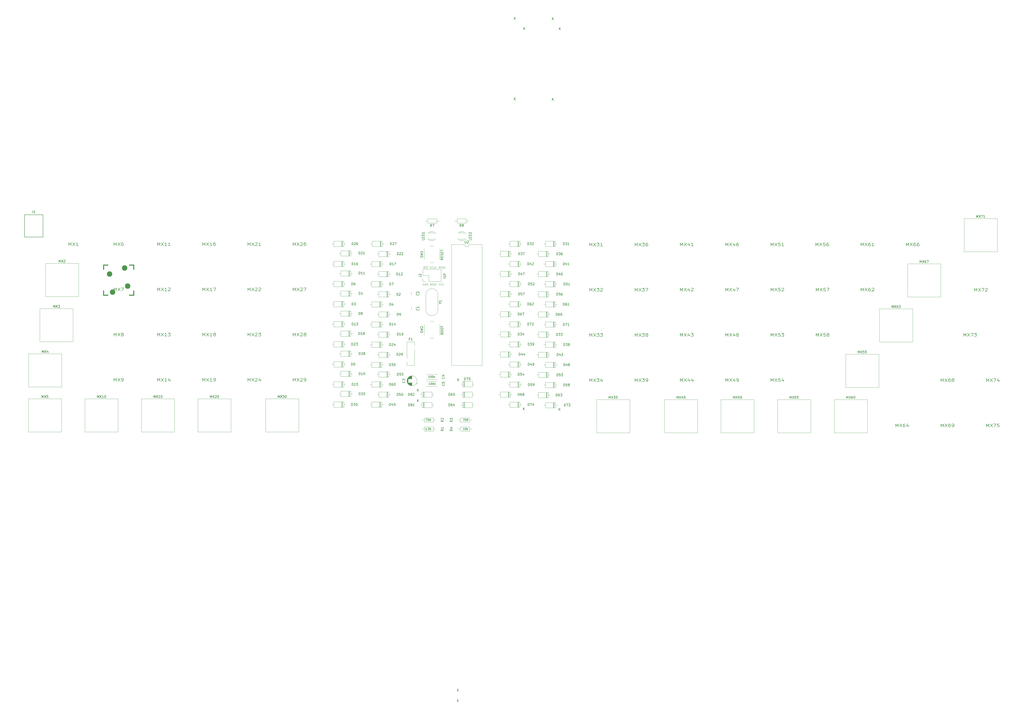
<source format=gbr>
G04 #@! TF.GenerationSoftware,KiCad,Pcbnew,7.0.5*
G04 #@! TF.CreationDate,2023-06-09T18:05:41+02:00*
G04 #@! TF.ProjectId,lumberjack,6c756d62-6572-46a6-9163-6b2e6b696361,1.7*
G04 #@! TF.SameCoordinates,Original*
G04 #@! TF.FileFunction,Legend,Top*
G04 #@! TF.FilePolarity,Positive*
%FSLAX46Y46*%
G04 Gerber Fmt 4.6, Leading zero omitted, Abs format (unit mm)*
G04 Created by KiCad (PCBNEW 7.0.5) date 2023-06-09 18:05:41*
%MOMM*%
%LPD*%
G01*
G04 APERTURE LIST*
%ADD10C,0.100000*%
%ADD11C,0.150000*%
%ADD12C,0.203200*%
%ADD13C,0.120000*%
%ADD14C,0.381000*%
%ADD15C,2.286000*%
G04 APERTURE END LIST*
D10*
X142766698Y-84732749D02*
X142690508Y-84694654D01*
X142690508Y-84694654D02*
X142576222Y-84694654D01*
X142576222Y-84694654D02*
X142461936Y-84732749D01*
X142461936Y-84732749D02*
X142385746Y-84808939D01*
X142385746Y-84808939D02*
X142347651Y-84885130D01*
X142347651Y-84885130D02*
X142309555Y-85037511D01*
X142309555Y-85037511D02*
X142309555Y-85151797D01*
X142309555Y-85151797D02*
X142347651Y-85304178D01*
X142347651Y-85304178D02*
X142385746Y-85380368D01*
X142385746Y-85380368D02*
X142461936Y-85456559D01*
X142461936Y-85456559D02*
X142576222Y-85494654D01*
X142576222Y-85494654D02*
X142652413Y-85494654D01*
X142652413Y-85494654D02*
X142766698Y-85456559D01*
X142766698Y-85456559D02*
X142804794Y-85418463D01*
X142804794Y-85418463D02*
X142804794Y-85151797D01*
X142804794Y-85151797D02*
X142652413Y-85151797D01*
X143147651Y-85494654D02*
X143147651Y-84694654D01*
X143147651Y-84694654D02*
X143604794Y-85494654D01*
X143604794Y-85494654D02*
X143604794Y-84694654D01*
X143985746Y-85494654D02*
X143985746Y-84694654D01*
X143985746Y-84694654D02*
X144176222Y-84694654D01*
X144176222Y-84694654D02*
X144290508Y-84732749D01*
X144290508Y-84732749D02*
X144366698Y-84808939D01*
X144366698Y-84808939D02*
X144404793Y-84885130D01*
X144404793Y-84885130D02*
X144442889Y-85037511D01*
X144442889Y-85037511D02*
X144442889Y-85151797D01*
X144442889Y-85151797D02*
X144404793Y-85304178D01*
X144404793Y-85304178D02*
X144366698Y-85380368D01*
X144366698Y-85380368D02*
X144290508Y-85456559D01*
X144290508Y-85456559D02*
X144176222Y-85494654D01*
X144176222Y-85494654D02*
X143985746Y-85494654D01*
X148970229Y-84694654D02*
X149236896Y-85494654D01*
X149236896Y-85494654D02*
X149503562Y-84694654D01*
X150227372Y-85418463D02*
X150189276Y-85456559D01*
X150189276Y-85456559D02*
X150074991Y-85494654D01*
X150074991Y-85494654D02*
X149998800Y-85494654D01*
X149998800Y-85494654D02*
X149884514Y-85456559D01*
X149884514Y-85456559D02*
X149808324Y-85380368D01*
X149808324Y-85380368D02*
X149770229Y-85304178D01*
X149770229Y-85304178D02*
X149732133Y-85151797D01*
X149732133Y-85151797D02*
X149732133Y-85037511D01*
X149732133Y-85037511D02*
X149770229Y-84885130D01*
X149770229Y-84885130D02*
X149808324Y-84808939D01*
X149808324Y-84808939D02*
X149884514Y-84732749D01*
X149884514Y-84732749D02*
X149998800Y-84694654D01*
X149998800Y-84694654D02*
X150074991Y-84694654D01*
X150074991Y-84694654D02*
X150189276Y-84732749D01*
X150189276Y-84732749D02*
X150227372Y-84770844D01*
X151027372Y-85418463D02*
X150989276Y-85456559D01*
X150989276Y-85456559D02*
X150874991Y-85494654D01*
X150874991Y-85494654D02*
X150798800Y-85494654D01*
X150798800Y-85494654D02*
X150684514Y-85456559D01*
X150684514Y-85456559D02*
X150608324Y-85380368D01*
X150608324Y-85380368D02*
X150570229Y-85304178D01*
X150570229Y-85304178D02*
X150532133Y-85151797D01*
X150532133Y-85151797D02*
X150532133Y-85037511D01*
X150532133Y-85037511D02*
X150570229Y-84885130D01*
X150570229Y-84885130D02*
X150608324Y-84808939D01*
X150608324Y-84808939D02*
X150684514Y-84732749D01*
X150684514Y-84732749D02*
X150798800Y-84694654D01*
X150798800Y-84694654D02*
X150874991Y-84694654D01*
X150874991Y-84694654D02*
X150989276Y-84732749D01*
X150989276Y-84732749D02*
X151027372Y-84770844D01*
X145348603Y-85494654D02*
X145348603Y-84694654D01*
X145348603Y-84694654D02*
X145615269Y-85266082D01*
X145615269Y-85266082D02*
X145881936Y-84694654D01*
X145881936Y-84694654D02*
X145881936Y-85494654D01*
X146415270Y-84694654D02*
X146567651Y-84694654D01*
X146567651Y-84694654D02*
X146643841Y-84732749D01*
X146643841Y-84732749D02*
X146720032Y-84808939D01*
X146720032Y-84808939D02*
X146758127Y-84961320D01*
X146758127Y-84961320D02*
X146758127Y-85227987D01*
X146758127Y-85227987D02*
X146720032Y-85380368D01*
X146720032Y-85380368D02*
X146643841Y-85456559D01*
X146643841Y-85456559D02*
X146567651Y-85494654D01*
X146567651Y-85494654D02*
X146415270Y-85494654D01*
X146415270Y-85494654D02*
X146339079Y-85456559D01*
X146339079Y-85456559D02*
X146262889Y-85380368D01*
X146262889Y-85380368D02*
X146224793Y-85227987D01*
X146224793Y-85227987D02*
X146224793Y-84961320D01*
X146224793Y-84961320D02*
X146262889Y-84808939D01*
X146262889Y-84808939D02*
X146339079Y-84732749D01*
X146339079Y-84732749D02*
X146415270Y-84694654D01*
X147062888Y-85456559D02*
X147177174Y-85494654D01*
X147177174Y-85494654D02*
X147367650Y-85494654D01*
X147367650Y-85494654D02*
X147443841Y-85456559D01*
X147443841Y-85456559D02*
X147481936Y-85418463D01*
X147481936Y-85418463D02*
X147520031Y-85342273D01*
X147520031Y-85342273D02*
X147520031Y-85266082D01*
X147520031Y-85266082D02*
X147481936Y-85189892D01*
X147481936Y-85189892D02*
X147443841Y-85151797D01*
X147443841Y-85151797D02*
X147367650Y-85113701D01*
X147367650Y-85113701D02*
X147215269Y-85075606D01*
X147215269Y-85075606D02*
X147139079Y-85037511D01*
X147139079Y-85037511D02*
X147100984Y-84999416D01*
X147100984Y-84999416D02*
X147062888Y-84923225D01*
X147062888Y-84923225D02*
X147062888Y-84847035D01*
X147062888Y-84847035D02*
X147100984Y-84770844D01*
X147100984Y-84770844D02*
X147139079Y-84732749D01*
X147139079Y-84732749D02*
X147215269Y-84694654D01*
X147215269Y-84694654D02*
X147405746Y-84694654D01*
X147405746Y-84694654D02*
X147520031Y-84732749D01*
X147862889Y-85494654D02*
X147862889Y-84694654D01*
X145253364Y-78312803D02*
X145367650Y-78350898D01*
X145367650Y-78350898D02*
X145558126Y-78350898D01*
X145558126Y-78350898D02*
X145634317Y-78312803D01*
X145634317Y-78312803D02*
X145672412Y-78274707D01*
X145672412Y-78274707D02*
X145710507Y-78198517D01*
X145710507Y-78198517D02*
X145710507Y-78122326D01*
X145710507Y-78122326D02*
X145672412Y-78046136D01*
X145672412Y-78046136D02*
X145634317Y-78008041D01*
X145634317Y-78008041D02*
X145558126Y-77969945D01*
X145558126Y-77969945D02*
X145405745Y-77931850D01*
X145405745Y-77931850D02*
X145329555Y-77893755D01*
X145329555Y-77893755D02*
X145291460Y-77855660D01*
X145291460Y-77855660D02*
X145253364Y-77779469D01*
X145253364Y-77779469D02*
X145253364Y-77703279D01*
X145253364Y-77703279D02*
X145291460Y-77627088D01*
X145291460Y-77627088D02*
X145329555Y-77588993D01*
X145329555Y-77588993D02*
X145405745Y-77550898D01*
X145405745Y-77550898D02*
X145596222Y-77550898D01*
X145596222Y-77550898D02*
X145710507Y-77588993D01*
X146510508Y-78274707D02*
X146472412Y-78312803D01*
X146472412Y-78312803D02*
X146358127Y-78350898D01*
X146358127Y-78350898D02*
X146281936Y-78350898D01*
X146281936Y-78350898D02*
X146167650Y-78312803D01*
X146167650Y-78312803D02*
X146091460Y-78236612D01*
X146091460Y-78236612D02*
X146053365Y-78160422D01*
X146053365Y-78160422D02*
X146015269Y-78008041D01*
X146015269Y-78008041D02*
X146015269Y-77893755D01*
X146015269Y-77893755D02*
X146053365Y-77741374D01*
X146053365Y-77741374D02*
X146091460Y-77665183D01*
X146091460Y-77665183D02*
X146167650Y-77588993D01*
X146167650Y-77588993D02*
X146281936Y-77550898D01*
X146281936Y-77550898D02*
X146358127Y-77550898D01*
X146358127Y-77550898D02*
X146472412Y-77588993D01*
X146472412Y-77588993D02*
X146510508Y-77627088D01*
X147234317Y-78350898D02*
X146853365Y-78350898D01*
X146853365Y-78350898D02*
X146853365Y-77550898D01*
X147500984Y-78350898D02*
X147500984Y-77550898D01*
X147958127Y-78350898D02*
X147615269Y-77893755D01*
X147958127Y-77550898D02*
X147500984Y-78008041D01*
X149084515Y-78350898D02*
X149084515Y-77550898D01*
X149084515Y-77550898D02*
X149351181Y-78122326D01*
X149351181Y-78122326D02*
X149617848Y-77550898D01*
X149617848Y-77550898D02*
X149617848Y-78350898D01*
X149998801Y-78350898D02*
X149998801Y-77550898D01*
X150341657Y-78312803D02*
X150455943Y-78350898D01*
X150455943Y-78350898D02*
X150646419Y-78350898D01*
X150646419Y-78350898D02*
X150722610Y-78312803D01*
X150722610Y-78312803D02*
X150760705Y-78274707D01*
X150760705Y-78274707D02*
X150798800Y-78198517D01*
X150798800Y-78198517D02*
X150798800Y-78122326D01*
X150798800Y-78122326D02*
X150760705Y-78046136D01*
X150760705Y-78046136D02*
X150722610Y-78008041D01*
X150722610Y-78008041D02*
X150646419Y-77969945D01*
X150646419Y-77969945D02*
X150494038Y-77931850D01*
X150494038Y-77931850D02*
X150417848Y-77893755D01*
X150417848Y-77893755D02*
X150379753Y-77855660D01*
X150379753Y-77855660D02*
X150341657Y-77779469D01*
X150341657Y-77779469D02*
X150341657Y-77703279D01*
X150341657Y-77703279D02*
X150379753Y-77627088D01*
X150379753Y-77627088D02*
X150417848Y-77588993D01*
X150417848Y-77588993D02*
X150494038Y-77550898D01*
X150494038Y-77550898D02*
X150684515Y-77550898D01*
X150684515Y-77550898D02*
X150798800Y-77588993D01*
X151294039Y-77550898D02*
X151446420Y-77550898D01*
X151446420Y-77550898D02*
X151522610Y-77588993D01*
X151522610Y-77588993D02*
X151598801Y-77665183D01*
X151598801Y-77665183D02*
X151636896Y-77817564D01*
X151636896Y-77817564D02*
X151636896Y-78084231D01*
X151636896Y-78084231D02*
X151598801Y-78236612D01*
X151598801Y-78236612D02*
X151522610Y-78312803D01*
X151522610Y-78312803D02*
X151446420Y-78350898D01*
X151446420Y-78350898D02*
X151294039Y-78350898D01*
X151294039Y-78350898D02*
X151217848Y-78312803D01*
X151217848Y-78312803D02*
X151141658Y-78236612D01*
X151141658Y-78236612D02*
X151103562Y-78084231D01*
X151103562Y-78084231D02*
X151103562Y-77817564D01*
X151103562Y-77817564D02*
X151141658Y-77665183D01*
X151141658Y-77665183D02*
X151217848Y-77588993D01*
X151217848Y-77588993D02*
X151294039Y-77550898D01*
D11*
X151991906Y-82546522D02*
X150991906Y-82546522D01*
X151944287Y-82117951D02*
X151991906Y-81975094D01*
X151991906Y-81975094D02*
X151991906Y-81736999D01*
X151991906Y-81736999D02*
X151944287Y-81641761D01*
X151944287Y-81641761D02*
X151896667Y-81594142D01*
X151896667Y-81594142D02*
X151801429Y-81546523D01*
X151801429Y-81546523D02*
X151706191Y-81546523D01*
X151706191Y-81546523D02*
X151610953Y-81594142D01*
X151610953Y-81594142D02*
X151563334Y-81641761D01*
X151563334Y-81641761D02*
X151515715Y-81736999D01*
X151515715Y-81736999D02*
X151468096Y-81927475D01*
X151468096Y-81927475D02*
X151420477Y-82022713D01*
X151420477Y-82022713D02*
X151372858Y-82070332D01*
X151372858Y-82070332D02*
X151277620Y-82117951D01*
X151277620Y-82117951D02*
X151182382Y-82117951D01*
X151182382Y-82117951D02*
X151087144Y-82070332D01*
X151087144Y-82070332D02*
X151039525Y-82022713D01*
X151039525Y-82022713D02*
X150991906Y-81927475D01*
X150991906Y-81927475D02*
X150991906Y-81689380D01*
X150991906Y-81689380D02*
X151039525Y-81546523D01*
X151991906Y-81117951D02*
X150991906Y-81117951D01*
X150991906Y-81117951D02*
X150991906Y-80736999D01*
X150991906Y-80736999D02*
X151039525Y-80641761D01*
X151039525Y-80641761D02*
X151087144Y-80594142D01*
X151087144Y-80594142D02*
X151182382Y-80546523D01*
X151182382Y-80546523D02*
X151325239Y-80546523D01*
X151325239Y-80546523D02*
X151420477Y-80594142D01*
X151420477Y-80594142D02*
X151468096Y-80641761D01*
X151468096Y-80641761D02*
X151515715Y-80736999D01*
X151515715Y-80736999D02*
X151515715Y-81117951D01*
D10*
X143071460Y-78350898D02*
X142804793Y-77969945D01*
X142614317Y-78350898D02*
X142614317Y-77550898D01*
X142614317Y-77550898D02*
X142919079Y-77550898D01*
X142919079Y-77550898D02*
X142995269Y-77588993D01*
X142995269Y-77588993D02*
X143033364Y-77627088D01*
X143033364Y-77627088D02*
X143071460Y-77703279D01*
X143071460Y-77703279D02*
X143071460Y-77817564D01*
X143071460Y-77817564D02*
X143033364Y-77893755D01*
X143033364Y-77893755D02*
X142995269Y-77931850D01*
X142995269Y-77931850D02*
X142919079Y-77969945D01*
X142919079Y-77969945D02*
X142614317Y-77969945D01*
X143376221Y-78312803D02*
X143490507Y-78350898D01*
X143490507Y-78350898D02*
X143680983Y-78350898D01*
X143680983Y-78350898D02*
X143757174Y-78312803D01*
X143757174Y-78312803D02*
X143795269Y-78274707D01*
X143795269Y-78274707D02*
X143833364Y-78198517D01*
X143833364Y-78198517D02*
X143833364Y-78122326D01*
X143833364Y-78122326D02*
X143795269Y-78046136D01*
X143795269Y-78046136D02*
X143757174Y-78008041D01*
X143757174Y-78008041D02*
X143680983Y-77969945D01*
X143680983Y-77969945D02*
X143528602Y-77931850D01*
X143528602Y-77931850D02*
X143452412Y-77893755D01*
X143452412Y-77893755D02*
X143414317Y-77855660D01*
X143414317Y-77855660D02*
X143376221Y-77779469D01*
X143376221Y-77779469D02*
X143376221Y-77703279D01*
X143376221Y-77703279D02*
X143414317Y-77627088D01*
X143414317Y-77627088D02*
X143452412Y-77588993D01*
X143452412Y-77588993D02*
X143528602Y-77550898D01*
X143528602Y-77550898D02*
X143719079Y-77550898D01*
X143719079Y-77550898D02*
X143833364Y-77588993D01*
X144061936Y-77550898D02*
X144519079Y-77550898D01*
X144290507Y-78350898D02*
X144290507Y-77550898D01*
D11*
X201389714Y-93966819D02*
X201389714Y-92966819D01*
X201389714Y-92966819D02*
X201627809Y-92966819D01*
X201627809Y-92966819D02*
X201770666Y-93014438D01*
X201770666Y-93014438D02*
X201865904Y-93109676D01*
X201865904Y-93109676D02*
X201913523Y-93204914D01*
X201913523Y-93204914D02*
X201961142Y-93395390D01*
X201961142Y-93395390D02*
X201961142Y-93538247D01*
X201961142Y-93538247D02*
X201913523Y-93728723D01*
X201913523Y-93728723D02*
X201865904Y-93823961D01*
X201865904Y-93823961D02*
X201770666Y-93919200D01*
X201770666Y-93919200D02*
X201627809Y-93966819D01*
X201627809Y-93966819D02*
X201389714Y-93966819D01*
X202818285Y-92966819D02*
X202627809Y-92966819D01*
X202627809Y-92966819D02*
X202532571Y-93014438D01*
X202532571Y-93014438D02*
X202484952Y-93062057D01*
X202484952Y-93062057D02*
X202389714Y-93204914D01*
X202389714Y-93204914D02*
X202342095Y-93395390D01*
X202342095Y-93395390D02*
X202342095Y-93776342D01*
X202342095Y-93776342D02*
X202389714Y-93871580D01*
X202389714Y-93871580D02*
X202437333Y-93919200D01*
X202437333Y-93919200D02*
X202532571Y-93966819D01*
X202532571Y-93966819D02*
X202723047Y-93966819D01*
X202723047Y-93966819D02*
X202818285Y-93919200D01*
X202818285Y-93919200D02*
X202865904Y-93871580D01*
X202865904Y-93871580D02*
X202913523Y-93776342D01*
X202913523Y-93776342D02*
X202913523Y-93538247D01*
X202913523Y-93538247D02*
X202865904Y-93443009D01*
X202865904Y-93443009D02*
X202818285Y-93395390D01*
X202818285Y-93395390D02*
X202723047Y-93347771D01*
X202723047Y-93347771D02*
X202532571Y-93347771D01*
X202532571Y-93347771D02*
X202437333Y-93395390D01*
X202437333Y-93395390D02*
X202389714Y-93443009D01*
X202389714Y-93443009D02*
X202342095Y-93538247D01*
X203865904Y-93966819D02*
X203294476Y-93966819D01*
X203580190Y-93966819D02*
X203580190Y-92966819D01*
X203580190Y-92966819D02*
X203484952Y-93109676D01*
X203484952Y-93109676D02*
X203389714Y-93204914D01*
X203389714Y-93204914D02*
X203294476Y-93252533D01*
X140575519Y-95436666D02*
X140623139Y-95484285D01*
X140623139Y-95484285D02*
X140670758Y-95627142D01*
X140670758Y-95627142D02*
X140670758Y-95722380D01*
X140670758Y-95722380D02*
X140623139Y-95865237D01*
X140623139Y-95865237D02*
X140527900Y-95960475D01*
X140527900Y-95960475D02*
X140432662Y-96008094D01*
X140432662Y-96008094D02*
X140242186Y-96055713D01*
X140242186Y-96055713D02*
X140099329Y-96055713D01*
X140099329Y-96055713D02*
X139908853Y-96008094D01*
X139908853Y-96008094D02*
X139813615Y-95960475D01*
X139813615Y-95960475D02*
X139718377Y-95865237D01*
X139718377Y-95865237D02*
X139670758Y-95722380D01*
X139670758Y-95722380D02*
X139670758Y-95627142D01*
X139670758Y-95627142D02*
X139718377Y-95484285D01*
X139718377Y-95484285D02*
X139765996Y-95436666D01*
X140670758Y-94484285D02*
X140670758Y-95055713D01*
X140670758Y-94769999D02*
X139670758Y-94769999D01*
X139670758Y-94769999D02*
X139813615Y-94865237D01*
X139813615Y-94865237D02*
X139908853Y-94960475D01*
X139908853Y-94960475D02*
X139956472Y-95055713D01*
X140575519Y-89086666D02*
X140623139Y-89134285D01*
X140623139Y-89134285D02*
X140670758Y-89277142D01*
X140670758Y-89277142D02*
X140670758Y-89372380D01*
X140670758Y-89372380D02*
X140623139Y-89515237D01*
X140623139Y-89515237D02*
X140527900Y-89610475D01*
X140527900Y-89610475D02*
X140432662Y-89658094D01*
X140432662Y-89658094D02*
X140242186Y-89705713D01*
X140242186Y-89705713D02*
X140099329Y-89705713D01*
X140099329Y-89705713D02*
X139908853Y-89658094D01*
X139908853Y-89658094D02*
X139813615Y-89610475D01*
X139813615Y-89610475D02*
X139718377Y-89515237D01*
X139718377Y-89515237D02*
X139670758Y-89372380D01*
X139670758Y-89372380D02*
X139670758Y-89277142D01*
X139670758Y-89277142D02*
X139718377Y-89134285D01*
X139718377Y-89134285D02*
X139765996Y-89086666D01*
X139765996Y-88705713D02*
X139718377Y-88658094D01*
X139718377Y-88658094D02*
X139670758Y-88562856D01*
X139670758Y-88562856D02*
X139670758Y-88324761D01*
X139670758Y-88324761D02*
X139718377Y-88229523D01*
X139718377Y-88229523D02*
X139765996Y-88181904D01*
X139765996Y-88181904D02*
X139861234Y-88134285D01*
X139861234Y-88134285D02*
X139956472Y-88134285D01*
X139956472Y-88134285D02*
X140099329Y-88181904D01*
X140099329Y-88181904D02*
X140670758Y-88753332D01*
X140670758Y-88753332D02*
X140670758Y-88134285D01*
X162697323Y-65889047D02*
X162697323Y-66365237D01*
X162697323Y-66365237D02*
X161697323Y-66365237D01*
X162173513Y-65555713D02*
X162173513Y-65222380D01*
X162697323Y-65079523D02*
X162697323Y-65555713D01*
X162697323Y-65555713D02*
X161697323Y-65555713D01*
X161697323Y-65555713D02*
X161697323Y-65079523D01*
X162697323Y-64650951D02*
X161697323Y-64650951D01*
X161697323Y-64650951D02*
X161697323Y-64412856D01*
X161697323Y-64412856D02*
X161744942Y-64269999D01*
X161744942Y-64269999D02*
X161840180Y-64174761D01*
X161840180Y-64174761D02*
X161935418Y-64127142D01*
X161935418Y-64127142D02*
X162125894Y-64079523D01*
X162125894Y-64079523D02*
X162268751Y-64079523D01*
X162268751Y-64079523D02*
X162459227Y-64127142D01*
X162459227Y-64127142D02*
X162554465Y-64174761D01*
X162554465Y-64174761D02*
X162649704Y-64269999D01*
X162649704Y-64269999D02*
X162697323Y-64412856D01*
X162697323Y-64412856D02*
X162697323Y-64650951D01*
X161792561Y-63698570D02*
X161744942Y-63650951D01*
X161744942Y-63650951D02*
X161697323Y-63555713D01*
X161697323Y-63555713D02*
X161697323Y-63317618D01*
X161697323Y-63317618D02*
X161744942Y-63222380D01*
X161744942Y-63222380D02*
X161792561Y-63174761D01*
X161792561Y-63174761D02*
X161887799Y-63127142D01*
X161887799Y-63127142D02*
X161983037Y-63127142D01*
X161983037Y-63127142D02*
X162125894Y-63174761D01*
X162125894Y-63174761D02*
X162697323Y-63746189D01*
X162697323Y-63746189D02*
X162697323Y-63127142D01*
X136826666Y-108135009D02*
X136493333Y-108135009D01*
X136493333Y-108658819D02*
X136493333Y-107658819D01*
X136493333Y-107658819D02*
X136969523Y-107658819D01*
X137874285Y-108658819D02*
X137302857Y-108658819D01*
X137588571Y-108658819D02*
X137588571Y-107658819D01*
X137588571Y-107658819D02*
X137493333Y-107801676D01*
X137493333Y-107801676D02*
X137398095Y-107896914D01*
X137398095Y-107896914D02*
X137302857Y-107944533D01*
X131261906Y-89752190D02*
X131261906Y-88752190D01*
X131261906Y-88752190D02*
X131500001Y-88752190D01*
X131500001Y-88752190D02*
X131642858Y-88799809D01*
X131642858Y-88799809D02*
X131738096Y-88895047D01*
X131738096Y-88895047D02*
X131785715Y-88990285D01*
X131785715Y-88990285D02*
X131833334Y-89180761D01*
X131833334Y-89180761D02*
X131833334Y-89323618D01*
X131833334Y-89323618D02*
X131785715Y-89514094D01*
X131785715Y-89514094D02*
X131738096Y-89609332D01*
X131738096Y-89609332D02*
X131642858Y-89704571D01*
X131642858Y-89704571D02*
X131500001Y-89752190D01*
X131500001Y-89752190D02*
X131261906Y-89752190D01*
X132214287Y-88847428D02*
X132261906Y-88799809D01*
X132261906Y-88799809D02*
X132357144Y-88752190D01*
X132357144Y-88752190D02*
X132595239Y-88752190D01*
X132595239Y-88752190D02*
X132690477Y-88799809D01*
X132690477Y-88799809D02*
X132738096Y-88847428D01*
X132738096Y-88847428D02*
X132785715Y-88942666D01*
X132785715Y-88942666D02*
X132785715Y-89037904D01*
X132785715Y-89037904D02*
X132738096Y-89180761D01*
X132738096Y-89180761D02*
X132166668Y-89752190D01*
X132166668Y-89752190D02*
X132785715Y-89752190D01*
X128261906Y-94002190D02*
X128261906Y-93002190D01*
X128261906Y-93002190D02*
X128500001Y-93002190D01*
X128500001Y-93002190D02*
X128642858Y-93049809D01*
X128642858Y-93049809D02*
X128738096Y-93145047D01*
X128738096Y-93145047D02*
X128785715Y-93240285D01*
X128785715Y-93240285D02*
X128833334Y-93430761D01*
X128833334Y-93430761D02*
X128833334Y-93573618D01*
X128833334Y-93573618D02*
X128785715Y-93764094D01*
X128785715Y-93764094D02*
X128738096Y-93859332D01*
X128738096Y-93859332D02*
X128642858Y-93954571D01*
X128642858Y-93954571D02*
X128500001Y-94002190D01*
X128500001Y-94002190D02*
X128261906Y-94002190D01*
X129690477Y-93335523D02*
X129690477Y-94002190D01*
X129452382Y-92954571D02*
X129214287Y-93668856D01*
X129214287Y-93668856D02*
X129833334Y-93668856D01*
X112167905Y-119237319D02*
X112167905Y-118237319D01*
X112167905Y-118237319D02*
X112406000Y-118237319D01*
X112406000Y-118237319D02*
X112548857Y-118284938D01*
X112548857Y-118284938D02*
X112644095Y-118380176D01*
X112644095Y-118380176D02*
X112691714Y-118475414D01*
X112691714Y-118475414D02*
X112739333Y-118665890D01*
X112739333Y-118665890D02*
X112739333Y-118808747D01*
X112739333Y-118808747D02*
X112691714Y-118999223D01*
X112691714Y-118999223D02*
X112644095Y-119094461D01*
X112644095Y-119094461D02*
X112548857Y-119189700D01*
X112548857Y-119189700D02*
X112406000Y-119237319D01*
X112406000Y-119237319D02*
X112167905Y-119237319D01*
X113644095Y-118237319D02*
X113167905Y-118237319D01*
X113167905Y-118237319D02*
X113120286Y-118713509D01*
X113120286Y-118713509D02*
X113167905Y-118665890D01*
X113167905Y-118665890D02*
X113263143Y-118618271D01*
X113263143Y-118618271D02*
X113501238Y-118618271D01*
X113501238Y-118618271D02*
X113596476Y-118665890D01*
X113596476Y-118665890D02*
X113644095Y-118713509D01*
X113644095Y-118713509D02*
X113691714Y-118808747D01*
X113691714Y-118808747D02*
X113691714Y-119046842D01*
X113691714Y-119046842D02*
X113644095Y-119142080D01*
X113644095Y-119142080D02*
X113596476Y-119189700D01*
X113596476Y-119189700D02*
X113501238Y-119237319D01*
X113501238Y-119237319D02*
X113263143Y-119237319D01*
X113263143Y-119237319D02*
X113167905Y-119189700D01*
X113167905Y-119189700D02*
X113120286Y-119142080D01*
X112263157Y-85382319D02*
X112263157Y-84382319D01*
X112263157Y-84382319D02*
X112501252Y-84382319D01*
X112501252Y-84382319D02*
X112644109Y-84429938D01*
X112644109Y-84429938D02*
X112739347Y-84525176D01*
X112739347Y-84525176D02*
X112786966Y-84620414D01*
X112786966Y-84620414D02*
X112834585Y-84810890D01*
X112834585Y-84810890D02*
X112834585Y-84953747D01*
X112834585Y-84953747D02*
X112786966Y-85144223D01*
X112786966Y-85144223D02*
X112739347Y-85239461D01*
X112739347Y-85239461D02*
X112644109Y-85334700D01*
X112644109Y-85334700D02*
X112501252Y-85382319D01*
X112501252Y-85382319D02*
X112263157Y-85382319D01*
X113691728Y-84382319D02*
X113501252Y-84382319D01*
X113501252Y-84382319D02*
X113406014Y-84429938D01*
X113406014Y-84429938D02*
X113358395Y-84477557D01*
X113358395Y-84477557D02*
X113263157Y-84620414D01*
X113263157Y-84620414D02*
X113215538Y-84810890D01*
X113215538Y-84810890D02*
X113215538Y-85191842D01*
X113215538Y-85191842D02*
X113263157Y-85287080D01*
X113263157Y-85287080D02*
X113310776Y-85334700D01*
X113310776Y-85334700D02*
X113406014Y-85382319D01*
X113406014Y-85382319D02*
X113596490Y-85382319D01*
X113596490Y-85382319D02*
X113691728Y-85334700D01*
X113691728Y-85334700D02*
X113739347Y-85287080D01*
X113739347Y-85287080D02*
X113786966Y-85191842D01*
X113786966Y-85191842D02*
X113786966Y-84953747D01*
X113786966Y-84953747D02*
X113739347Y-84858509D01*
X113739347Y-84858509D02*
X113691728Y-84810890D01*
X113691728Y-84810890D02*
X113596490Y-84763271D01*
X113596490Y-84763271D02*
X113406014Y-84763271D01*
X113406014Y-84763271D02*
X113310776Y-84810890D01*
X113310776Y-84810890D02*
X113263157Y-84858509D01*
X113263157Y-84858509D02*
X113215538Y-84953747D01*
X131199714Y-81204819D02*
X131199714Y-80204819D01*
X131199714Y-80204819D02*
X131437809Y-80204819D01*
X131437809Y-80204819D02*
X131580666Y-80252438D01*
X131580666Y-80252438D02*
X131675904Y-80347676D01*
X131675904Y-80347676D02*
X131723523Y-80442914D01*
X131723523Y-80442914D02*
X131771142Y-80633390D01*
X131771142Y-80633390D02*
X131771142Y-80776247D01*
X131771142Y-80776247D02*
X131723523Y-80966723D01*
X131723523Y-80966723D02*
X131675904Y-81061961D01*
X131675904Y-81061961D02*
X131580666Y-81157200D01*
X131580666Y-81157200D02*
X131437809Y-81204819D01*
X131437809Y-81204819D02*
X131199714Y-81204819D01*
X132723523Y-81204819D02*
X132152095Y-81204819D01*
X132437809Y-81204819D02*
X132437809Y-80204819D01*
X132437809Y-80204819D02*
X132342571Y-80347676D01*
X132342571Y-80347676D02*
X132247333Y-80442914D01*
X132247333Y-80442914D02*
X132152095Y-80490533D01*
X133104476Y-80300057D02*
X133152095Y-80252438D01*
X133152095Y-80252438D02*
X133247333Y-80204819D01*
X133247333Y-80204819D02*
X133485428Y-80204819D01*
X133485428Y-80204819D02*
X133580666Y-80252438D01*
X133580666Y-80252438D02*
X133628285Y-80300057D01*
X133628285Y-80300057D02*
X133675904Y-80395295D01*
X133675904Y-80395295D02*
X133675904Y-80490533D01*
X133675904Y-80490533D02*
X133628285Y-80633390D01*
X133628285Y-80633390D02*
X133056857Y-81204819D01*
X133056857Y-81204819D02*
X133675904Y-81204819D01*
X128199714Y-110954819D02*
X128199714Y-109954819D01*
X128199714Y-109954819D02*
X128437809Y-109954819D01*
X128437809Y-109954819D02*
X128580666Y-110002438D01*
X128580666Y-110002438D02*
X128675904Y-110097676D01*
X128675904Y-110097676D02*
X128723523Y-110192914D01*
X128723523Y-110192914D02*
X128771142Y-110383390D01*
X128771142Y-110383390D02*
X128771142Y-110526247D01*
X128771142Y-110526247D02*
X128723523Y-110716723D01*
X128723523Y-110716723D02*
X128675904Y-110811961D01*
X128675904Y-110811961D02*
X128580666Y-110907200D01*
X128580666Y-110907200D02*
X128437809Y-110954819D01*
X128437809Y-110954819D02*
X128199714Y-110954819D01*
X129152095Y-110050057D02*
X129199714Y-110002438D01*
X129199714Y-110002438D02*
X129294952Y-109954819D01*
X129294952Y-109954819D02*
X129533047Y-109954819D01*
X129533047Y-109954819D02*
X129628285Y-110002438D01*
X129628285Y-110002438D02*
X129675904Y-110050057D01*
X129675904Y-110050057D02*
X129723523Y-110145295D01*
X129723523Y-110145295D02*
X129723523Y-110240533D01*
X129723523Y-110240533D02*
X129675904Y-110383390D01*
X129675904Y-110383390D02*
X129104476Y-110954819D01*
X129104476Y-110954819D02*
X129723523Y-110954819D01*
X130580666Y-110288152D02*
X130580666Y-110954819D01*
X130342571Y-109907200D02*
X130104476Y-110621485D01*
X130104476Y-110621485D02*
X130723523Y-110621485D01*
X134622389Y-125896666D02*
X134670009Y-125944285D01*
X134670009Y-125944285D02*
X134717628Y-126087142D01*
X134717628Y-126087142D02*
X134717628Y-126182380D01*
X134717628Y-126182380D02*
X134670009Y-126325237D01*
X134670009Y-126325237D02*
X134574770Y-126420475D01*
X134574770Y-126420475D02*
X134479532Y-126468094D01*
X134479532Y-126468094D02*
X134289056Y-126515713D01*
X134289056Y-126515713D02*
X134146199Y-126515713D01*
X134146199Y-126515713D02*
X133955723Y-126468094D01*
X133955723Y-126468094D02*
X133860485Y-126420475D01*
X133860485Y-126420475D02*
X133765247Y-126325237D01*
X133765247Y-126325237D02*
X133717628Y-126182380D01*
X133717628Y-126182380D02*
X133717628Y-126087142D01*
X133717628Y-126087142D02*
X133765247Y-125944285D01*
X133765247Y-125944285D02*
X133812866Y-125896666D01*
X133717628Y-125563332D02*
X133717628Y-124944285D01*
X133717628Y-124944285D02*
X134098580Y-125277618D01*
X134098580Y-125277618D02*
X134098580Y-125134761D01*
X134098580Y-125134761D02*
X134146199Y-125039523D01*
X134146199Y-125039523D02*
X134193818Y-124991904D01*
X134193818Y-124991904D02*
X134289056Y-124944285D01*
X134289056Y-124944285D02*
X134527151Y-124944285D01*
X134527151Y-124944285D02*
X134622389Y-124991904D01*
X134622389Y-124991904D02*
X134670009Y-125039523D01*
X134670009Y-125039523D02*
X134717628Y-125134761D01*
X134717628Y-125134761D02*
X134717628Y-125420475D01*
X134717628Y-125420475D02*
X134670009Y-125515713D01*
X134670009Y-125515713D02*
X134622389Y-125563332D01*
X115402371Y-89382319D02*
X115402371Y-88382319D01*
X115402371Y-88382319D02*
X115640466Y-88382319D01*
X115640466Y-88382319D02*
X115783323Y-88429938D01*
X115783323Y-88429938D02*
X115878561Y-88525176D01*
X115878561Y-88525176D02*
X115926180Y-88620414D01*
X115926180Y-88620414D02*
X115973799Y-88810890D01*
X115973799Y-88810890D02*
X115973799Y-88953747D01*
X115973799Y-88953747D02*
X115926180Y-89144223D01*
X115926180Y-89144223D02*
X115878561Y-89239461D01*
X115878561Y-89239461D02*
X115783323Y-89334700D01*
X115783323Y-89334700D02*
X115640466Y-89382319D01*
X115640466Y-89382319D02*
X115402371Y-89382319D01*
X116926180Y-89382319D02*
X116354752Y-89382319D01*
X116640466Y-89382319D02*
X116640466Y-88382319D01*
X116640466Y-88382319D02*
X116545228Y-88525176D01*
X116545228Y-88525176D02*
X116449990Y-88620414D01*
X116449990Y-88620414D02*
X116354752Y-88668033D01*
X142207200Y-105473332D02*
X142254819Y-105330475D01*
X142254819Y-105330475D02*
X142254819Y-105092380D01*
X142254819Y-105092380D02*
X142207200Y-104997142D01*
X142207200Y-104997142D02*
X142159580Y-104949523D01*
X142159580Y-104949523D02*
X142064342Y-104901904D01*
X142064342Y-104901904D02*
X141969104Y-104901904D01*
X141969104Y-104901904D02*
X141873866Y-104949523D01*
X141873866Y-104949523D02*
X141826247Y-104997142D01*
X141826247Y-104997142D02*
X141778628Y-105092380D01*
X141778628Y-105092380D02*
X141731009Y-105282856D01*
X141731009Y-105282856D02*
X141683390Y-105378094D01*
X141683390Y-105378094D02*
X141635771Y-105425713D01*
X141635771Y-105425713D02*
X141540533Y-105473332D01*
X141540533Y-105473332D02*
X141445295Y-105473332D01*
X141445295Y-105473332D02*
X141350057Y-105425713D01*
X141350057Y-105425713D02*
X141302438Y-105378094D01*
X141302438Y-105378094D02*
X141254819Y-105282856D01*
X141254819Y-105282856D02*
X141254819Y-105044761D01*
X141254819Y-105044761D02*
X141302438Y-104901904D01*
X141254819Y-104568570D02*
X142254819Y-104330475D01*
X142254819Y-104330475D02*
X141540533Y-104139999D01*
X141540533Y-104139999D02*
X142254819Y-103949523D01*
X142254819Y-103949523D02*
X141254819Y-103711428D01*
X141350057Y-103378094D02*
X141302438Y-103330475D01*
X141302438Y-103330475D02*
X141254819Y-103235237D01*
X141254819Y-103235237D02*
X141254819Y-102997142D01*
X141254819Y-102997142D02*
X141302438Y-102901904D01*
X141302438Y-102901904D02*
X141350057Y-102854285D01*
X141350057Y-102854285D02*
X141445295Y-102806666D01*
X141445295Y-102806666D02*
X141540533Y-102806666D01*
X141540533Y-102806666D02*
X141683390Y-102854285D01*
X141683390Y-102854285D02*
X142254819Y-103425713D01*
X142254819Y-103425713D02*
X142254819Y-102806666D01*
X150279452Y-105770577D02*
X150327071Y-105627720D01*
X150327071Y-105627720D02*
X150374690Y-105580101D01*
X150374690Y-105580101D02*
X150469928Y-105532482D01*
X150469928Y-105532482D02*
X150612785Y-105532482D01*
X150612785Y-105532482D02*
X150708023Y-105580101D01*
X150708023Y-105580101D02*
X150755643Y-105627720D01*
X150755643Y-105627720D02*
X150803262Y-105722958D01*
X150803262Y-105722958D02*
X150803262Y-106103910D01*
X150803262Y-106103910D02*
X149803262Y-106103910D01*
X149803262Y-106103910D02*
X149803262Y-105770577D01*
X149803262Y-105770577D02*
X149850881Y-105675339D01*
X149850881Y-105675339D02*
X149898500Y-105627720D01*
X149898500Y-105627720D02*
X149993738Y-105580101D01*
X149993738Y-105580101D02*
X150088976Y-105580101D01*
X150088976Y-105580101D02*
X150184214Y-105627720D01*
X150184214Y-105627720D02*
X150231833Y-105675339D01*
X150231833Y-105675339D02*
X150279452Y-105770577D01*
X150279452Y-105770577D02*
X150279452Y-106103910D01*
X149803262Y-104913434D02*
X149803262Y-104722958D01*
X149803262Y-104722958D02*
X149850881Y-104627720D01*
X149850881Y-104627720D02*
X149946119Y-104532482D01*
X149946119Y-104532482D02*
X150136595Y-104484863D01*
X150136595Y-104484863D02*
X150469928Y-104484863D01*
X150469928Y-104484863D02*
X150660404Y-104532482D01*
X150660404Y-104532482D02*
X150755643Y-104627720D01*
X150755643Y-104627720D02*
X150803262Y-104722958D01*
X150803262Y-104722958D02*
X150803262Y-104913434D01*
X150803262Y-104913434D02*
X150755643Y-105008672D01*
X150755643Y-105008672D02*
X150660404Y-105103910D01*
X150660404Y-105103910D02*
X150469928Y-105151529D01*
X150469928Y-105151529D02*
X150136595Y-105151529D01*
X150136595Y-105151529D02*
X149946119Y-105103910D01*
X149946119Y-105103910D02*
X149850881Y-105008672D01*
X149850881Y-105008672D02*
X149803262Y-104913434D01*
X149803262Y-103865815D02*
X149803262Y-103675339D01*
X149803262Y-103675339D02*
X149850881Y-103580101D01*
X149850881Y-103580101D02*
X149946119Y-103484863D01*
X149946119Y-103484863D02*
X150136595Y-103437244D01*
X150136595Y-103437244D02*
X150469928Y-103437244D01*
X150469928Y-103437244D02*
X150660404Y-103484863D01*
X150660404Y-103484863D02*
X150755643Y-103580101D01*
X150755643Y-103580101D02*
X150803262Y-103675339D01*
X150803262Y-103675339D02*
X150803262Y-103865815D01*
X150803262Y-103865815D02*
X150755643Y-103961053D01*
X150755643Y-103961053D02*
X150660404Y-104056291D01*
X150660404Y-104056291D02*
X150469928Y-104103910D01*
X150469928Y-104103910D02*
X150136595Y-104103910D01*
X150136595Y-104103910D02*
X149946119Y-104056291D01*
X149946119Y-104056291D02*
X149850881Y-103961053D01*
X149850881Y-103961053D02*
X149803262Y-103865815D01*
X149803262Y-103151529D02*
X149803262Y-102580101D01*
X150803262Y-102865815D02*
X149803262Y-102865815D01*
X182389714Y-123513368D02*
X182389714Y-122513368D01*
X182389714Y-122513368D02*
X182627809Y-122513368D01*
X182627809Y-122513368D02*
X182770666Y-122560987D01*
X182770666Y-122560987D02*
X182865904Y-122656225D01*
X182865904Y-122656225D02*
X182913523Y-122751463D01*
X182913523Y-122751463D02*
X182961142Y-122941939D01*
X182961142Y-122941939D02*
X182961142Y-123084796D01*
X182961142Y-123084796D02*
X182913523Y-123275272D01*
X182913523Y-123275272D02*
X182865904Y-123370510D01*
X182865904Y-123370510D02*
X182770666Y-123465749D01*
X182770666Y-123465749D02*
X182627809Y-123513368D01*
X182627809Y-123513368D02*
X182389714Y-123513368D01*
X183865904Y-122513368D02*
X183389714Y-122513368D01*
X183389714Y-122513368D02*
X183342095Y-122989558D01*
X183342095Y-122989558D02*
X183389714Y-122941939D01*
X183389714Y-122941939D02*
X183484952Y-122894320D01*
X183484952Y-122894320D02*
X183723047Y-122894320D01*
X183723047Y-122894320D02*
X183818285Y-122941939D01*
X183818285Y-122941939D02*
X183865904Y-122989558D01*
X183865904Y-122989558D02*
X183913523Y-123084796D01*
X183913523Y-123084796D02*
X183913523Y-123322891D01*
X183913523Y-123322891D02*
X183865904Y-123418129D01*
X183865904Y-123418129D02*
X183818285Y-123465749D01*
X183818285Y-123465749D02*
X183723047Y-123513368D01*
X183723047Y-123513368D02*
X183484952Y-123513368D01*
X183484952Y-123513368D02*
X183389714Y-123465749D01*
X183389714Y-123465749D02*
X183342095Y-123418129D01*
X184770666Y-122846701D02*
X184770666Y-123513368D01*
X184532571Y-122465749D02*
X184294476Y-123180034D01*
X184294476Y-123180034D02*
X184913523Y-123180034D01*
X142853567Y-65889047D02*
X142853567Y-66365237D01*
X142853567Y-66365237D02*
X141853567Y-66365237D01*
X142329757Y-65555713D02*
X142329757Y-65222380D01*
X142853567Y-65079523D02*
X142853567Y-65555713D01*
X142853567Y-65555713D02*
X141853567Y-65555713D01*
X141853567Y-65555713D02*
X141853567Y-65079523D01*
X142853567Y-64650951D02*
X141853567Y-64650951D01*
X141853567Y-64650951D02*
X141853567Y-64412856D01*
X141853567Y-64412856D02*
X141901186Y-64269999D01*
X141901186Y-64269999D02*
X141996424Y-64174761D01*
X141996424Y-64174761D02*
X142091662Y-64127142D01*
X142091662Y-64127142D02*
X142282138Y-64079523D01*
X142282138Y-64079523D02*
X142424995Y-64079523D01*
X142424995Y-64079523D02*
X142615471Y-64127142D01*
X142615471Y-64127142D02*
X142710709Y-64174761D01*
X142710709Y-64174761D02*
X142805948Y-64269999D01*
X142805948Y-64269999D02*
X142853567Y-64412856D01*
X142853567Y-64412856D02*
X142853567Y-64650951D01*
X142853567Y-63127142D02*
X142853567Y-63698570D01*
X142853567Y-63412856D02*
X141853567Y-63412856D01*
X141853567Y-63412856D02*
X141996424Y-63508094D01*
X141996424Y-63508094D02*
X142091662Y-63603332D01*
X142091662Y-63603332D02*
X142139281Y-63698570D01*
X112285715Y-110773569D02*
X112285715Y-109773569D01*
X112285715Y-109773569D02*
X112523810Y-109773569D01*
X112523810Y-109773569D02*
X112666667Y-109821188D01*
X112666667Y-109821188D02*
X112761905Y-109916426D01*
X112761905Y-109916426D02*
X112809524Y-110011664D01*
X112809524Y-110011664D02*
X112857143Y-110202140D01*
X112857143Y-110202140D02*
X112857143Y-110344997D01*
X112857143Y-110344997D02*
X112809524Y-110535473D01*
X112809524Y-110535473D02*
X112761905Y-110630711D01*
X112761905Y-110630711D02*
X112666667Y-110725950D01*
X112666667Y-110725950D02*
X112523810Y-110773569D01*
X112523810Y-110773569D02*
X112285715Y-110773569D01*
X113238096Y-109868807D02*
X113285715Y-109821188D01*
X113285715Y-109821188D02*
X113380953Y-109773569D01*
X113380953Y-109773569D02*
X113619048Y-109773569D01*
X113619048Y-109773569D02*
X113714286Y-109821188D01*
X113714286Y-109821188D02*
X113761905Y-109868807D01*
X113761905Y-109868807D02*
X113809524Y-109964045D01*
X113809524Y-109964045D02*
X113809524Y-110059283D01*
X113809524Y-110059283D02*
X113761905Y-110202140D01*
X113761905Y-110202140D02*
X113190477Y-110773569D01*
X113190477Y-110773569D02*
X113809524Y-110773569D01*
X114142858Y-109773569D02*
X114761905Y-109773569D01*
X114761905Y-109773569D02*
X114428572Y-110154521D01*
X114428572Y-110154521D02*
X114571429Y-110154521D01*
X114571429Y-110154521D02*
X114666667Y-110202140D01*
X114666667Y-110202140D02*
X114714286Y-110249759D01*
X114714286Y-110249759D02*
X114761905Y-110344997D01*
X114761905Y-110344997D02*
X114761905Y-110583092D01*
X114761905Y-110583092D02*
X114714286Y-110678330D01*
X114714286Y-110678330D02*
X114666667Y-110725950D01*
X114666667Y-110725950D02*
X114571429Y-110773569D01*
X114571429Y-110773569D02*
X114285715Y-110773569D01*
X114285715Y-110773569D02*
X114190477Y-110725950D01*
X114190477Y-110725950D02*
X114142858Y-110678330D01*
X115285715Y-80829580D02*
X115285715Y-79829580D01*
X115285715Y-79829580D02*
X115523810Y-79829580D01*
X115523810Y-79829580D02*
X115666667Y-79877199D01*
X115666667Y-79877199D02*
X115761905Y-79972437D01*
X115761905Y-79972437D02*
X115809524Y-80067675D01*
X115809524Y-80067675D02*
X115857143Y-80258151D01*
X115857143Y-80258151D02*
X115857143Y-80401008D01*
X115857143Y-80401008D02*
X115809524Y-80591484D01*
X115809524Y-80591484D02*
X115761905Y-80686722D01*
X115761905Y-80686722D02*
X115666667Y-80781961D01*
X115666667Y-80781961D02*
X115523810Y-80829580D01*
X115523810Y-80829580D02*
X115285715Y-80829580D01*
X116809524Y-80829580D02*
X116238096Y-80829580D01*
X116523810Y-80829580D02*
X116523810Y-79829580D01*
X116523810Y-79829580D02*
X116428572Y-79972437D01*
X116428572Y-79972437D02*
X116333334Y-80067675D01*
X116333334Y-80067675D02*
X116238096Y-80115294D01*
X117761905Y-80829580D02*
X117190477Y-80829580D01*
X117476191Y-80829580D02*
X117476191Y-79829580D01*
X117476191Y-79829580D02*
X117380953Y-79972437D01*
X117380953Y-79972437D02*
X117285715Y-80067675D01*
X117285715Y-80067675D02*
X117190477Y-80115294D01*
X115382279Y-114773569D02*
X115382279Y-113773569D01*
X115382279Y-113773569D02*
X115620374Y-113773569D01*
X115620374Y-113773569D02*
X115763231Y-113821188D01*
X115763231Y-113821188D02*
X115858469Y-113916426D01*
X115858469Y-113916426D02*
X115906088Y-114011664D01*
X115906088Y-114011664D02*
X115953707Y-114202140D01*
X115953707Y-114202140D02*
X115953707Y-114344997D01*
X115953707Y-114344997D02*
X115906088Y-114535473D01*
X115906088Y-114535473D02*
X115858469Y-114630711D01*
X115858469Y-114630711D02*
X115763231Y-114725950D01*
X115763231Y-114725950D02*
X115620374Y-114773569D01*
X115620374Y-114773569D02*
X115382279Y-114773569D01*
X116334660Y-113868807D02*
X116382279Y-113821188D01*
X116382279Y-113821188D02*
X116477517Y-113773569D01*
X116477517Y-113773569D02*
X116715612Y-113773569D01*
X116715612Y-113773569D02*
X116810850Y-113821188D01*
X116810850Y-113821188D02*
X116858469Y-113868807D01*
X116858469Y-113868807D02*
X116906088Y-113964045D01*
X116906088Y-113964045D02*
X116906088Y-114059283D01*
X116906088Y-114059283D02*
X116858469Y-114202140D01*
X116858469Y-114202140D02*
X116287041Y-114773569D01*
X116287041Y-114773569D02*
X116906088Y-114773569D01*
X117477517Y-114202140D02*
X117382279Y-114154521D01*
X117382279Y-114154521D02*
X117334660Y-114106902D01*
X117334660Y-114106902D02*
X117287041Y-114011664D01*
X117287041Y-114011664D02*
X117287041Y-113964045D01*
X117287041Y-113964045D02*
X117334660Y-113868807D01*
X117334660Y-113868807D02*
X117382279Y-113821188D01*
X117382279Y-113821188D02*
X117477517Y-113773569D01*
X117477517Y-113773569D02*
X117667993Y-113773569D01*
X117667993Y-113773569D02*
X117763231Y-113821188D01*
X117763231Y-113821188D02*
X117810850Y-113868807D01*
X117810850Y-113868807D02*
X117858469Y-113964045D01*
X117858469Y-113964045D02*
X117858469Y-114011664D01*
X117858469Y-114011664D02*
X117810850Y-114106902D01*
X117810850Y-114106902D02*
X117763231Y-114154521D01*
X117763231Y-114154521D02*
X117667993Y-114202140D01*
X117667993Y-114202140D02*
X117477517Y-114202140D01*
X117477517Y-114202140D02*
X117382279Y-114249759D01*
X117382279Y-114249759D02*
X117334660Y-114297378D01*
X117334660Y-114297378D02*
X117287041Y-114392616D01*
X117287041Y-114392616D02*
X117287041Y-114583092D01*
X117287041Y-114583092D02*
X117334660Y-114678330D01*
X117334660Y-114678330D02*
X117382279Y-114725950D01*
X117382279Y-114725950D02*
X117477517Y-114773569D01*
X117477517Y-114773569D02*
X117667993Y-114773569D01*
X117667993Y-114773569D02*
X117763231Y-114725950D01*
X117763231Y-114725950D02*
X117810850Y-114678330D01*
X117810850Y-114678330D02*
X117858469Y-114583092D01*
X117858469Y-114583092D02*
X117858469Y-114392616D01*
X117858469Y-114392616D02*
X117810850Y-114297378D01*
X117810850Y-114297378D02*
X117763231Y-114249759D01*
X117763231Y-114249759D02*
X117667993Y-114202140D01*
X131426180Y-72656442D02*
X131426180Y-71656442D01*
X131426180Y-71656442D02*
X131664275Y-71656442D01*
X131664275Y-71656442D02*
X131807132Y-71704061D01*
X131807132Y-71704061D02*
X131902370Y-71799299D01*
X131902370Y-71799299D02*
X131949989Y-71894537D01*
X131949989Y-71894537D02*
X131997608Y-72085013D01*
X131997608Y-72085013D02*
X131997608Y-72227870D01*
X131997608Y-72227870D02*
X131949989Y-72418346D01*
X131949989Y-72418346D02*
X131902370Y-72513584D01*
X131902370Y-72513584D02*
X131807132Y-72608823D01*
X131807132Y-72608823D02*
X131664275Y-72656442D01*
X131664275Y-72656442D02*
X131426180Y-72656442D01*
X132378561Y-71751680D02*
X132426180Y-71704061D01*
X132426180Y-71704061D02*
X132521418Y-71656442D01*
X132521418Y-71656442D02*
X132759513Y-71656442D01*
X132759513Y-71656442D02*
X132854751Y-71704061D01*
X132854751Y-71704061D02*
X132902370Y-71751680D01*
X132902370Y-71751680D02*
X132949989Y-71846918D01*
X132949989Y-71846918D02*
X132949989Y-71942156D01*
X132949989Y-71942156D02*
X132902370Y-72085013D01*
X132902370Y-72085013D02*
X132330942Y-72656442D01*
X132330942Y-72656442D02*
X132949989Y-72656442D01*
X133330942Y-71751680D02*
X133378561Y-71704061D01*
X133378561Y-71704061D02*
X133473799Y-71656442D01*
X133473799Y-71656442D02*
X133711894Y-71656442D01*
X133711894Y-71656442D02*
X133807132Y-71704061D01*
X133807132Y-71704061D02*
X133854751Y-71751680D01*
X133854751Y-71751680D02*
X133902370Y-71846918D01*
X133902370Y-71846918D02*
X133902370Y-71942156D01*
X133902370Y-71942156D02*
X133854751Y-72085013D01*
X133854751Y-72085013D02*
X133283323Y-72656442D01*
X133283323Y-72656442D02*
X133902370Y-72656442D01*
X112382279Y-76918569D02*
X112382279Y-75918569D01*
X112382279Y-75918569D02*
X112620374Y-75918569D01*
X112620374Y-75918569D02*
X112763231Y-75966188D01*
X112763231Y-75966188D02*
X112858469Y-76061426D01*
X112858469Y-76061426D02*
X112906088Y-76156664D01*
X112906088Y-76156664D02*
X112953707Y-76347140D01*
X112953707Y-76347140D02*
X112953707Y-76489997D01*
X112953707Y-76489997D02*
X112906088Y-76680473D01*
X112906088Y-76680473D02*
X112858469Y-76775711D01*
X112858469Y-76775711D02*
X112763231Y-76870950D01*
X112763231Y-76870950D02*
X112620374Y-76918569D01*
X112620374Y-76918569D02*
X112382279Y-76918569D01*
X113906088Y-76918569D02*
X113334660Y-76918569D01*
X113620374Y-76918569D02*
X113620374Y-75918569D01*
X113620374Y-75918569D02*
X113525136Y-76061426D01*
X113525136Y-76061426D02*
X113429898Y-76156664D01*
X113429898Y-76156664D02*
X113334660Y-76204283D01*
X114763231Y-75918569D02*
X114572755Y-75918569D01*
X114572755Y-75918569D02*
X114477517Y-75966188D01*
X114477517Y-75966188D02*
X114429898Y-76013807D01*
X114429898Y-76013807D02*
X114334660Y-76156664D01*
X114334660Y-76156664D02*
X114287041Y-76347140D01*
X114287041Y-76347140D02*
X114287041Y-76728092D01*
X114287041Y-76728092D02*
X114334660Y-76823330D01*
X114334660Y-76823330D02*
X114382279Y-76870950D01*
X114382279Y-76870950D02*
X114477517Y-76918569D01*
X114477517Y-76918569D02*
X114667993Y-76918569D01*
X114667993Y-76918569D02*
X114763231Y-76870950D01*
X114763231Y-76870950D02*
X114810850Y-76823330D01*
X114810850Y-76823330D02*
X114858469Y-76728092D01*
X114858469Y-76728092D02*
X114858469Y-76489997D01*
X114858469Y-76489997D02*
X114810850Y-76394759D01*
X114810850Y-76394759D02*
X114763231Y-76347140D01*
X114763231Y-76347140D02*
X114667993Y-76299521D01*
X114667993Y-76299521D02*
X114477517Y-76299521D01*
X114477517Y-76299521D02*
X114382279Y-76347140D01*
X114382279Y-76347140D02*
X114334660Y-76394759D01*
X114334660Y-76394759D02*
X114287041Y-76489997D01*
X115382279Y-123237319D02*
X115382279Y-122237319D01*
X115382279Y-122237319D02*
X115620374Y-122237319D01*
X115620374Y-122237319D02*
X115763231Y-122284938D01*
X115763231Y-122284938D02*
X115858469Y-122380176D01*
X115858469Y-122380176D02*
X115906088Y-122475414D01*
X115906088Y-122475414D02*
X115953707Y-122665890D01*
X115953707Y-122665890D02*
X115953707Y-122808747D01*
X115953707Y-122808747D02*
X115906088Y-122999223D01*
X115906088Y-122999223D02*
X115858469Y-123094461D01*
X115858469Y-123094461D02*
X115763231Y-123189700D01*
X115763231Y-123189700D02*
X115620374Y-123237319D01*
X115620374Y-123237319D02*
X115382279Y-123237319D01*
X116906088Y-123237319D02*
X116334660Y-123237319D01*
X116620374Y-123237319D02*
X116620374Y-122237319D01*
X116620374Y-122237319D02*
X116525136Y-122380176D01*
X116525136Y-122380176D02*
X116429898Y-122475414D01*
X116429898Y-122475414D02*
X116334660Y-122523033D01*
X117525136Y-122237319D02*
X117620374Y-122237319D01*
X117620374Y-122237319D02*
X117715612Y-122284938D01*
X117715612Y-122284938D02*
X117763231Y-122332557D01*
X117763231Y-122332557D02*
X117810850Y-122427795D01*
X117810850Y-122427795D02*
X117858469Y-122618271D01*
X117858469Y-122618271D02*
X117858469Y-122856366D01*
X117858469Y-122856366D02*
X117810850Y-123046842D01*
X117810850Y-123046842D02*
X117763231Y-123142080D01*
X117763231Y-123142080D02*
X117715612Y-123189700D01*
X117715612Y-123189700D02*
X117620374Y-123237319D01*
X117620374Y-123237319D02*
X117525136Y-123237319D01*
X117525136Y-123237319D02*
X117429898Y-123189700D01*
X117429898Y-123189700D02*
X117382279Y-123142080D01*
X117382279Y-123142080D02*
X117334660Y-123046842D01*
X117334660Y-123046842D02*
X117287041Y-122856366D01*
X117287041Y-122856366D02*
X117287041Y-122618271D01*
X117287041Y-122618271D02*
X117334660Y-122427795D01*
X117334660Y-122427795D02*
X117382279Y-122332557D01*
X117382279Y-122332557D02*
X117429898Y-122284938D01*
X117429898Y-122284938D02*
X117525136Y-122237319D01*
X128572279Y-68454819D02*
X128572279Y-67454819D01*
X128572279Y-67454819D02*
X128810374Y-67454819D01*
X128810374Y-67454819D02*
X128953231Y-67502438D01*
X128953231Y-67502438D02*
X129048469Y-67597676D01*
X129048469Y-67597676D02*
X129096088Y-67692914D01*
X129096088Y-67692914D02*
X129143707Y-67883390D01*
X129143707Y-67883390D02*
X129143707Y-68026247D01*
X129143707Y-68026247D02*
X129096088Y-68216723D01*
X129096088Y-68216723D02*
X129048469Y-68311961D01*
X129048469Y-68311961D02*
X128953231Y-68407200D01*
X128953231Y-68407200D02*
X128810374Y-68454819D01*
X128810374Y-68454819D02*
X128572279Y-68454819D01*
X129524660Y-67550057D02*
X129572279Y-67502438D01*
X129572279Y-67502438D02*
X129667517Y-67454819D01*
X129667517Y-67454819D02*
X129905612Y-67454819D01*
X129905612Y-67454819D02*
X130000850Y-67502438D01*
X130000850Y-67502438D02*
X130048469Y-67550057D01*
X130048469Y-67550057D02*
X130096088Y-67645295D01*
X130096088Y-67645295D02*
X130096088Y-67740533D01*
X130096088Y-67740533D02*
X130048469Y-67883390D01*
X130048469Y-67883390D02*
X129477041Y-68454819D01*
X129477041Y-68454819D02*
X130096088Y-68454819D01*
X130429422Y-67454819D02*
X131096088Y-67454819D01*
X131096088Y-67454819D02*
X130667517Y-68454819D01*
X115285715Y-72365830D02*
X115285715Y-71365830D01*
X115285715Y-71365830D02*
X115523810Y-71365830D01*
X115523810Y-71365830D02*
X115666667Y-71413449D01*
X115666667Y-71413449D02*
X115761905Y-71508687D01*
X115761905Y-71508687D02*
X115809524Y-71603925D01*
X115809524Y-71603925D02*
X115857143Y-71794401D01*
X115857143Y-71794401D02*
X115857143Y-71937258D01*
X115857143Y-71937258D02*
X115809524Y-72127734D01*
X115809524Y-72127734D02*
X115761905Y-72222972D01*
X115761905Y-72222972D02*
X115666667Y-72318211D01*
X115666667Y-72318211D02*
X115523810Y-72365830D01*
X115523810Y-72365830D02*
X115285715Y-72365830D01*
X116238096Y-71461068D02*
X116285715Y-71413449D01*
X116285715Y-71413449D02*
X116380953Y-71365830D01*
X116380953Y-71365830D02*
X116619048Y-71365830D01*
X116619048Y-71365830D02*
X116714286Y-71413449D01*
X116714286Y-71413449D02*
X116761905Y-71461068D01*
X116761905Y-71461068D02*
X116809524Y-71556306D01*
X116809524Y-71556306D02*
X116809524Y-71651544D01*
X116809524Y-71651544D02*
X116761905Y-71794401D01*
X116761905Y-71794401D02*
X116190477Y-72365830D01*
X116190477Y-72365830D02*
X116809524Y-72365830D01*
X117761905Y-72365830D02*
X117190477Y-72365830D01*
X117476191Y-72365830D02*
X117476191Y-71365830D01*
X117476191Y-71365830D02*
X117380953Y-71508687D01*
X117380953Y-71508687D02*
X117285715Y-71603925D01*
X117285715Y-71603925D02*
X117190477Y-71651544D01*
X131402371Y-98204819D02*
X131402371Y-97204819D01*
X131402371Y-97204819D02*
X131640466Y-97204819D01*
X131640466Y-97204819D02*
X131783323Y-97252438D01*
X131783323Y-97252438D02*
X131878561Y-97347676D01*
X131878561Y-97347676D02*
X131926180Y-97442914D01*
X131926180Y-97442914D02*
X131973799Y-97633390D01*
X131973799Y-97633390D02*
X131973799Y-97776247D01*
X131973799Y-97776247D02*
X131926180Y-97966723D01*
X131926180Y-97966723D02*
X131878561Y-98061961D01*
X131878561Y-98061961D02*
X131783323Y-98157200D01*
X131783323Y-98157200D02*
X131640466Y-98204819D01*
X131640466Y-98204819D02*
X131402371Y-98204819D01*
X132449990Y-98204819D02*
X132640466Y-98204819D01*
X132640466Y-98204819D02*
X132735704Y-98157200D01*
X132735704Y-98157200D02*
X132783323Y-98109580D01*
X132783323Y-98109580D02*
X132878561Y-97966723D01*
X132878561Y-97966723D02*
X132926180Y-97776247D01*
X132926180Y-97776247D02*
X132926180Y-97395295D01*
X132926180Y-97395295D02*
X132878561Y-97300057D01*
X132878561Y-97300057D02*
X132830942Y-97252438D01*
X132830942Y-97252438D02*
X132735704Y-97204819D01*
X132735704Y-97204819D02*
X132545228Y-97204819D01*
X132545228Y-97204819D02*
X132449990Y-97252438D01*
X132449990Y-97252438D02*
X132402371Y-97300057D01*
X132402371Y-97300057D02*
X132354752Y-97395295D01*
X132354752Y-97395295D02*
X132354752Y-97633390D01*
X132354752Y-97633390D02*
X132402371Y-97728628D01*
X132402371Y-97728628D02*
X132449990Y-97776247D01*
X132449990Y-97776247D02*
X132545228Y-97823866D01*
X132545228Y-97823866D02*
X132735704Y-97823866D01*
X132735704Y-97823866D02*
X132830942Y-97776247D01*
X132830942Y-97776247D02*
X132878561Y-97728628D01*
X132878561Y-97728628D02*
X132926180Y-97633390D01*
X115382279Y-131701069D02*
X115382279Y-130701069D01*
X115382279Y-130701069D02*
X115620374Y-130701069D01*
X115620374Y-130701069D02*
X115763231Y-130748688D01*
X115763231Y-130748688D02*
X115858469Y-130843926D01*
X115858469Y-130843926D02*
X115906088Y-130939164D01*
X115906088Y-130939164D02*
X115953707Y-131129640D01*
X115953707Y-131129640D02*
X115953707Y-131272497D01*
X115953707Y-131272497D02*
X115906088Y-131462973D01*
X115906088Y-131462973D02*
X115858469Y-131558211D01*
X115858469Y-131558211D02*
X115763231Y-131653450D01*
X115763231Y-131653450D02*
X115620374Y-131701069D01*
X115620374Y-131701069D02*
X115382279Y-131701069D01*
X116334660Y-130796307D02*
X116382279Y-130748688D01*
X116382279Y-130748688D02*
X116477517Y-130701069D01*
X116477517Y-130701069D02*
X116715612Y-130701069D01*
X116715612Y-130701069D02*
X116810850Y-130748688D01*
X116810850Y-130748688D02*
X116858469Y-130796307D01*
X116858469Y-130796307D02*
X116906088Y-130891545D01*
X116906088Y-130891545D02*
X116906088Y-130986783D01*
X116906088Y-130986783D02*
X116858469Y-131129640D01*
X116858469Y-131129640D02*
X116287041Y-131701069D01*
X116287041Y-131701069D02*
X116906088Y-131701069D01*
X117525136Y-130701069D02*
X117620374Y-130701069D01*
X117620374Y-130701069D02*
X117715612Y-130748688D01*
X117715612Y-130748688D02*
X117763231Y-130796307D01*
X117763231Y-130796307D02*
X117810850Y-130891545D01*
X117810850Y-130891545D02*
X117858469Y-131082021D01*
X117858469Y-131082021D02*
X117858469Y-131320116D01*
X117858469Y-131320116D02*
X117810850Y-131510592D01*
X117810850Y-131510592D02*
X117763231Y-131605830D01*
X117763231Y-131605830D02*
X117715612Y-131653450D01*
X117715612Y-131653450D02*
X117620374Y-131701069D01*
X117620374Y-131701069D02*
X117525136Y-131701069D01*
X117525136Y-131701069D02*
X117429898Y-131653450D01*
X117429898Y-131653450D02*
X117382279Y-131605830D01*
X117382279Y-131605830D02*
X117334660Y-131510592D01*
X117334660Y-131510592D02*
X117287041Y-131320116D01*
X117287041Y-131320116D02*
X117287041Y-131082021D01*
X117287041Y-131082021D02*
X117334660Y-130891545D01*
X117334660Y-130891545D02*
X117382279Y-130796307D01*
X117382279Y-130796307D02*
X117429898Y-130748688D01*
X117429898Y-130748688D02*
X117525136Y-130701069D01*
X128285715Y-102365830D02*
X128285715Y-101365830D01*
X128285715Y-101365830D02*
X128523810Y-101365830D01*
X128523810Y-101365830D02*
X128666667Y-101413449D01*
X128666667Y-101413449D02*
X128761905Y-101508687D01*
X128761905Y-101508687D02*
X128809524Y-101603925D01*
X128809524Y-101603925D02*
X128857143Y-101794401D01*
X128857143Y-101794401D02*
X128857143Y-101937258D01*
X128857143Y-101937258D02*
X128809524Y-102127734D01*
X128809524Y-102127734D02*
X128761905Y-102222972D01*
X128761905Y-102222972D02*
X128666667Y-102318211D01*
X128666667Y-102318211D02*
X128523810Y-102365830D01*
X128523810Y-102365830D02*
X128285715Y-102365830D01*
X129809524Y-102365830D02*
X129238096Y-102365830D01*
X129523810Y-102365830D02*
X129523810Y-101365830D01*
X129523810Y-101365830D02*
X129428572Y-101508687D01*
X129428572Y-101508687D02*
X129333334Y-101603925D01*
X129333334Y-101603925D02*
X129238096Y-101651544D01*
X130666667Y-101699163D02*
X130666667Y-102365830D01*
X130428572Y-101318211D02*
X130190477Y-102032496D01*
X130190477Y-102032496D02*
X130809524Y-102032496D01*
X115263157Y-97846069D02*
X115263157Y-96846069D01*
X115263157Y-96846069D02*
X115501252Y-96846069D01*
X115501252Y-96846069D02*
X115644109Y-96893688D01*
X115644109Y-96893688D02*
X115739347Y-96988926D01*
X115739347Y-96988926D02*
X115786966Y-97084164D01*
X115786966Y-97084164D02*
X115834585Y-97274640D01*
X115834585Y-97274640D02*
X115834585Y-97417497D01*
X115834585Y-97417497D02*
X115786966Y-97607973D01*
X115786966Y-97607973D02*
X115739347Y-97703211D01*
X115739347Y-97703211D02*
X115644109Y-97798450D01*
X115644109Y-97798450D02*
X115501252Y-97846069D01*
X115501252Y-97846069D02*
X115263157Y-97846069D01*
X116406014Y-97274640D02*
X116310776Y-97227021D01*
X116310776Y-97227021D02*
X116263157Y-97179402D01*
X116263157Y-97179402D02*
X116215538Y-97084164D01*
X116215538Y-97084164D02*
X116215538Y-97036545D01*
X116215538Y-97036545D02*
X116263157Y-96941307D01*
X116263157Y-96941307D02*
X116310776Y-96893688D01*
X116310776Y-96893688D02*
X116406014Y-96846069D01*
X116406014Y-96846069D02*
X116596490Y-96846069D01*
X116596490Y-96846069D02*
X116691728Y-96893688D01*
X116691728Y-96893688D02*
X116739347Y-96941307D01*
X116739347Y-96941307D02*
X116786966Y-97036545D01*
X116786966Y-97036545D02*
X116786966Y-97084164D01*
X116786966Y-97084164D02*
X116739347Y-97179402D01*
X116739347Y-97179402D02*
X116691728Y-97227021D01*
X116691728Y-97227021D02*
X116596490Y-97274640D01*
X116596490Y-97274640D02*
X116406014Y-97274640D01*
X116406014Y-97274640D02*
X116310776Y-97322259D01*
X116310776Y-97322259D02*
X116263157Y-97369878D01*
X116263157Y-97369878D02*
X116215538Y-97465116D01*
X116215538Y-97465116D02*
X116215538Y-97655592D01*
X116215538Y-97655592D02*
X116263157Y-97750830D01*
X116263157Y-97750830D02*
X116310776Y-97798450D01*
X116310776Y-97798450D02*
X116406014Y-97846069D01*
X116406014Y-97846069D02*
X116596490Y-97846069D01*
X116596490Y-97846069D02*
X116691728Y-97798450D01*
X116691728Y-97798450D02*
X116739347Y-97750830D01*
X116739347Y-97750830D02*
X116786966Y-97655592D01*
X116786966Y-97655592D02*
X116786966Y-97465116D01*
X116786966Y-97465116D02*
X116739347Y-97369878D01*
X116739347Y-97369878D02*
X116691728Y-97322259D01*
X116691728Y-97322259D02*
X116596490Y-97274640D01*
X201389714Y-68454819D02*
X201389714Y-67454819D01*
X201389714Y-67454819D02*
X201627809Y-67454819D01*
X201627809Y-67454819D02*
X201770666Y-67502438D01*
X201770666Y-67502438D02*
X201865904Y-67597676D01*
X201865904Y-67597676D02*
X201913523Y-67692914D01*
X201913523Y-67692914D02*
X201961142Y-67883390D01*
X201961142Y-67883390D02*
X201961142Y-68026247D01*
X201961142Y-68026247D02*
X201913523Y-68216723D01*
X201913523Y-68216723D02*
X201865904Y-68311961D01*
X201865904Y-68311961D02*
X201770666Y-68407200D01*
X201770666Y-68407200D02*
X201627809Y-68454819D01*
X201627809Y-68454819D02*
X201389714Y-68454819D01*
X202294476Y-67454819D02*
X202913523Y-67454819D01*
X202913523Y-67454819D02*
X202580190Y-67835771D01*
X202580190Y-67835771D02*
X202723047Y-67835771D01*
X202723047Y-67835771D02*
X202818285Y-67883390D01*
X202818285Y-67883390D02*
X202865904Y-67931009D01*
X202865904Y-67931009D02*
X202913523Y-68026247D01*
X202913523Y-68026247D02*
X202913523Y-68264342D01*
X202913523Y-68264342D02*
X202865904Y-68359580D01*
X202865904Y-68359580D02*
X202818285Y-68407200D01*
X202818285Y-68407200D02*
X202723047Y-68454819D01*
X202723047Y-68454819D02*
X202437333Y-68454819D01*
X202437333Y-68454819D02*
X202342095Y-68407200D01*
X202342095Y-68407200D02*
X202294476Y-68359580D01*
X203865904Y-68454819D02*
X203294476Y-68454819D01*
X203580190Y-68454819D02*
X203580190Y-67454819D01*
X203580190Y-67454819D02*
X203484952Y-67597676D01*
X203484952Y-67597676D02*
X203389714Y-67692914D01*
X203389714Y-67692914D02*
X203294476Y-67740533D01*
X128263157Y-85454819D02*
X128263157Y-84454819D01*
X128263157Y-84454819D02*
X128501252Y-84454819D01*
X128501252Y-84454819D02*
X128644109Y-84502438D01*
X128644109Y-84502438D02*
X128739347Y-84597676D01*
X128739347Y-84597676D02*
X128786966Y-84692914D01*
X128786966Y-84692914D02*
X128834585Y-84883390D01*
X128834585Y-84883390D02*
X128834585Y-85026247D01*
X128834585Y-85026247D02*
X128786966Y-85216723D01*
X128786966Y-85216723D02*
X128739347Y-85311961D01*
X128739347Y-85311961D02*
X128644109Y-85407200D01*
X128644109Y-85407200D02*
X128501252Y-85454819D01*
X128501252Y-85454819D02*
X128263157Y-85454819D01*
X129167919Y-84454819D02*
X129834585Y-84454819D01*
X129834585Y-84454819D02*
X129406014Y-85454819D01*
X182572279Y-72690092D02*
X182572279Y-71690092D01*
X182572279Y-71690092D02*
X182810374Y-71690092D01*
X182810374Y-71690092D02*
X182953231Y-71737711D01*
X182953231Y-71737711D02*
X183048469Y-71832949D01*
X183048469Y-71832949D02*
X183096088Y-71928187D01*
X183096088Y-71928187D02*
X183143707Y-72118663D01*
X183143707Y-72118663D02*
X183143707Y-72261520D01*
X183143707Y-72261520D02*
X183096088Y-72451996D01*
X183096088Y-72451996D02*
X183048469Y-72547234D01*
X183048469Y-72547234D02*
X182953231Y-72642473D01*
X182953231Y-72642473D02*
X182810374Y-72690092D01*
X182810374Y-72690092D02*
X182572279Y-72690092D01*
X183477041Y-71690092D02*
X184096088Y-71690092D01*
X184096088Y-71690092D02*
X183762755Y-72071044D01*
X183762755Y-72071044D02*
X183905612Y-72071044D01*
X183905612Y-72071044D02*
X184000850Y-72118663D01*
X184000850Y-72118663D02*
X184048469Y-72166282D01*
X184048469Y-72166282D02*
X184096088Y-72261520D01*
X184096088Y-72261520D02*
X184096088Y-72499615D01*
X184096088Y-72499615D02*
X184048469Y-72594853D01*
X184048469Y-72594853D02*
X184000850Y-72642473D01*
X184000850Y-72642473D02*
X183905612Y-72690092D01*
X183905612Y-72690092D02*
X183619898Y-72690092D01*
X183619898Y-72690092D02*
X183524660Y-72642473D01*
X183524660Y-72642473D02*
X183477041Y-72594853D01*
X184429422Y-71690092D02*
X185096088Y-71690092D01*
X185096088Y-71690092D02*
X184667517Y-72690092D01*
X131426180Y-106568537D02*
X131426180Y-105568537D01*
X131426180Y-105568537D02*
X131664275Y-105568537D01*
X131664275Y-105568537D02*
X131807132Y-105616156D01*
X131807132Y-105616156D02*
X131902370Y-105711394D01*
X131902370Y-105711394D02*
X131949989Y-105806632D01*
X131949989Y-105806632D02*
X131997608Y-105997108D01*
X131997608Y-105997108D02*
X131997608Y-106139965D01*
X131997608Y-106139965D02*
X131949989Y-106330441D01*
X131949989Y-106330441D02*
X131902370Y-106425679D01*
X131902370Y-106425679D02*
X131807132Y-106520918D01*
X131807132Y-106520918D02*
X131664275Y-106568537D01*
X131664275Y-106568537D02*
X131426180Y-106568537D01*
X132949989Y-106568537D02*
X132378561Y-106568537D01*
X132664275Y-106568537D02*
X132664275Y-105568537D01*
X132664275Y-105568537D02*
X132569037Y-105711394D01*
X132569037Y-105711394D02*
X132473799Y-105806632D01*
X132473799Y-105806632D02*
X132378561Y-105854251D01*
X133426180Y-106568537D02*
X133616656Y-106568537D01*
X133616656Y-106568537D02*
X133711894Y-106520918D01*
X133711894Y-106520918D02*
X133759513Y-106473298D01*
X133759513Y-106473298D02*
X133854751Y-106330441D01*
X133854751Y-106330441D02*
X133902370Y-106139965D01*
X133902370Y-106139965D02*
X133902370Y-105759013D01*
X133902370Y-105759013D02*
X133854751Y-105663775D01*
X133854751Y-105663775D02*
X133807132Y-105616156D01*
X133807132Y-105616156D02*
X133711894Y-105568537D01*
X133711894Y-105568537D02*
X133521418Y-105568537D01*
X133521418Y-105568537D02*
X133426180Y-105616156D01*
X133426180Y-105616156D02*
X133378561Y-105663775D01*
X133378561Y-105663775D02*
X133330942Y-105759013D01*
X133330942Y-105759013D02*
X133330942Y-105997108D01*
X133330942Y-105997108D02*
X133378561Y-106092346D01*
X133378561Y-106092346D02*
X133426180Y-106139965D01*
X133426180Y-106139965D02*
X133521418Y-106187584D01*
X133521418Y-106187584D02*
X133711894Y-106187584D01*
X133711894Y-106187584D02*
X133807132Y-106139965D01*
X133807132Y-106139965D02*
X133854751Y-106092346D01*
X133854751Y-106092346D02*
X133902370Y-105997108D01*
X201572279Y-119454819D02*
X201572279Y-118454819D01*
X201572279Y-118454819D02*
X201810374Y-118454819D01*
X201810374Y-118454819D02*
X201953231Y-118502438D01*
X201953231Y-118502438D02*
X202048469Y-118597676D01*
X202048469Y-118597676D02*
X202096088Y-118692914D01*
X202096088Y-118692914D02*
X202143707Y-118883390D01*
X202143707Y-118883390D02*
X202143707Y-119026247D01*
X202143707Y-119026247D02*
X202096088Y-119216723D01*
X202096088Y-119216723D02*
X202048469Y-119311961D01*
X202048469Y-119311961D02*
X201953231Y-119407200D01*
X201953231Y-119407200D02*
X201810374Y-119454819D01*
X201810374Y-119454819D02*
X201572279Y-119454819D01*
X203000850Y-118788152D02*
X203000850Y-119454819D01*
X202762755Y-118407200D02*
X202524660Y-119121485D01*
X202524660Y-119121485D02*
X203143707Y-119121485D01*
X203667517Y-118883390D02*
X203572279Y-118835771D01*
X203572279Y-118835771D02*
X203524660Y-118788152D01*
X203524660Y-118788152D02*
X203477041Y-118692914D01*
X203477041Y-118692914D02*
X203477041Y-118645295D01*
X203477041Y-118645295D02*
X203524660Y-118550057D01*
X203524660Y-118550057D02*
X203572279Y-118502438D01*
X203572279Y-118502438D02*
X203667517Y-118454819D01*
X203667517Y-118454819D02*
X203857993Y-118454819D01*
X203857993Y-118454819D02*
X203953231Y-118502438D01*
X203953231Y-118502438D02*
X204000850Y-118550057D01*
X204000850Y-118550057D02*
X204048469Y-118645295D01*
X204048469Y-118645295D02*
X204048469Y-118692914D01*
X204048469Y-118692914D02*
X204000850Y-118788152D01*
X204000850Y-118788152D02*
X203953231Y-118835771D01*
X203953231Y-118835771D02*
X203857993Y-118883390D01*
X203857993Y-118883390D02*
X203667517Y-118883390D01*
X203667517Y-118883390D02*
X203572279Y-118931009D01*
X203572279Y-118931009D02*
X203524660Y-118978628D01*
X203524660Y-118978628D02*
X203477041Y-119073866D01*
X203477041Y-119073866D02*
X203477041Y-119264342D01*
X203477041Y-119264342D02*
X203524660Y-119359580D01*
X203524660Y-119359580D02*
X203572279Y-119407200D01*
X203572279Y-119407200D02*
X203667517Y-119454819D01*
X203667517Y-119454819D02*
X203857993Y-119454819D01*
X203857993Y-119454819D02*
X203953231Y-119407200D01*
X203953231Y-119407200D02*
X204000850Y-119359580D01*
X204000850Y-119359580D02*
X204048469Y-119264342D01*
X204048469Y-119264342D02*
X204048469Y-119073866D01*
X204048469Y-119073866D02*
X204000850Y-118978628D01*
X204000850Y-118978628D02*
X203953231Y-118931009D01*
X203953231Y-118931009D02*
X203857993Y-118883390D01*
X142207200Y-73723332D02*
X142254819Y-73580475D01*
X142254819Y-73580475D02*
X142254819Y-73342380D01*
X142254819Y-73342380D02*
X142207200Y-73247142D01*
X142207200Y-73247142D02*
X142159580Y-73199523D01*
X142159580Y-73199523D02*
X142064342Y-73151904D01*
X142064342Y-73151904D02*
X141969104Y-73151904D01*
X141969104Y-73151904D02*
X141873866Y-73199523D01*
X141873866Y-73199523D02*
X141826247Y-73247142D01*
X141826247Y-73247142D02*
X141778628Y-73342380D01*
X141778628Y-73342380D02*
X141731009Y-73532856D01*
X141731009Y-73532856D02*
X141683390Y-73628094D01*
X141683390Y-73628094D02*
X141635771Y-73675713D01*
X141635771Y-73675713D02*
X141540533Y-73723332D01*
X141540533Y-73723332D02*
X141445295Y-73723332D01*
X141445295Y-73723332D02*
X141350057Y-73675713D01*
X141350057Y-73675713D02*
X141302438Y-73628094D01*
X141302438Y-73628094D02*
X141254819Y-73532856D01*
X141254819Y-73532856D02*
X141254819Y-73294761D01*
X141254819Y-73294761D02*
X141302438Y-73151904D01*
X141254819Y-72818570D02*
X142254819Y-72580475D01*
X142254819Y-72580475D02*
X141540533Y-72389999D01*
X141540533Y-72389999D02*
X142254819Y-72199523D01*
X142254819Y-72199523D02*
X141254819Y-71961428D01*
X142254819Y-71056666D02*
X142254819Y-71628094D01*
X142254819Y-71342380D02*
X141254819Y-71342380D01*
X141254819Y-71342380D02*
X141397676Y-71437618D01*
X141397676Y-71437618D02*
X141492914Y-71532856D01*
X141492914Y-71532856D02*
X141540533Y-71628094D01*
X150803262Y-74115816D02*
X150327071Y-74449149D01*
X150803262Y-74687244D02*
X149803262Y-74687244D01*
X149803262Y-74687244D02*
X149803262Y-74306292D01*
X149803262Y-74306292D02*
X149850881Y-74211054D01*
X149850881Y-74211054D02*
X149898500Y-74163435D01*
X149898500Y-74163435D02*
X149993738Y-74115816D01*
X149993738Y-74115816D02*
X150136595Y-74115816D01*
X150136595Y-74115816D02*
X150231833Y-74163435D01*
X150231833Y-74163435D02*
X150279452Y-74211054D01*
X150279452Y-74211054D02*
X150327071Y-74306292D01*
X150327071Y-74306292D02*
X150327071Y-74687244D01*
X150279452Y-73687244D02*
X150279452Y-73353911D01*
X150803262Y-73211054D02*
X150803262Y-73687244D01*
X150803262Y-73687244D02*
X149803262Y-73687244D01*
X149803262Y-73687244D02*
X149803262Y-73211054D01*
X150755643Y-72830101D02*
X150803262Y-72687244D01*
X150803262Y-72687244D02*
X150803262Y-72449149D01*
X150803262Y-72449149D02*
X150755643Y-72353911D01*
X150755643Y-72353911D02*
X150708023Y-72306292D01*
X150708023Y-72306292D02*
X150612785Y-72258673D01*
X150612785Y-72258673D02*
X150517547Y-72258673D01*
X150517547Y-72258673D02*
X150422309Y-72306292D01*
X150422309Y-72306292D02*
X150374690Y-72353911D01*
X150374690Y-72353911D02*
X150327071Y-72449149D01*
X150327071Y-72449149D02*
X150279452Y-72639625D01*
X150279452Y-72639625D02*
X150231833Y-72734863D01*
X150231833Y-72734863D02*
X150184214Y-72782482D01*
X150184214Y-72782482D02*
X150088976Y-72830101D01*
X150088976Y-72830101D02*
X149993738Y-72830101D01*
X149993738Y-72830101D02*
X149898500Y-72782482D01*
X149898500Y-72782482D02*
X149850881Y-72734863D01*
X149850881Y-72734863D02*
X149803262Y-72639625D01*
X149803262Y-72639625D02*
X149803262Y-72401530D01*
X149803262Y-72401530D02*
X149850881Y-72258673D01*
X150279452Y-71830101D02*
X150279452Y-71496768D01*
X150803262Y-71353911D02*
X150803262Y-71830101D01*
X150803262Y-71830101D02*
X149803262Y-71830101D01*
X149803262Y-71830101D02*
X149803262Y-71353911D01*
X149803262Y-71068196D02*
X149803262Y-70496768D01*
X150803262Y-70782482D02*
X149803262Y-70782482D01*
X151250832Y-124190101D02*
X151298452Y-124237720D01*
X151298452Y-124237720D02*
X151346071Y-124380577D01*
X151346071Y-124380577D02*
X151346071Y-124475815D01*
X151346071Y-124475815D02*
X151298452Y-124618672D01*
X151298452Y-124618672D02*
X151203213Y-124713910D01*
X151203213Y-124713910D02*
X151107975Y-124761529D01*
X151107975Y-124761529D02*
X150917499Y-124809148D01*
X150917499Y-124809148D02*
X150774642Y-124809148D01*
X150774642Y-124809148D02*
X150584166Y-124761529D01*
X150584166Y-124761529D02*
X150488928Y-124713910D01*
X150488928Y-124713910D02*
X150393690Y-124618672D01*
X150393690Y-124618672D02*
X150346071Y-124475815D01*
X150346071Y-124475815D02*
X150346071Y-124380577D01*
X150346071Y-124380577D02*
X150393690Y-124237720D01*
X150393690Y-124237720D02*
X150441309Y-124190101D01*
X150679404Y-123332958D02*
X151346071Y-123332958D01*
X150298452Y-123571053D02*
X151012737Y-123809148D01*
X151012737Y-123809148D02*
X151012737Y-123190101D01*
X145114761Y-124385730D02*
X144657618Y-124385730D01*
X144886190Y-124385730D02*
X144886190Y-123585730D01*
X144886190Y-123585730D02*
X144809999Y-123700015D01*
X144809999Y-123700015D02*
X144733809Y-123776206D01*
X144733809Y-123776206D02*
X144657618Y-123814301D01*
X145610000Y-123585730D02*
X145686190Y-123585730D01*
X145686190Y-123585730D02*
X145762381Y-123623825D01*
X145762381Y-123623825D02*
X145800476Y-123661920D01*
X145800476Y-123661920D02*
X145838571Y-123738111D01*
X145838571Y-123738111D02*
X145876666Y-123890492D01*
X145876666Y-123890492D02*
X145876666Y-124080968D01*
X145876666Y-124080968D02*
X145838571Y-124233349D01*
X145838571Y-124233349D02*
X145800476Y-124309539D01*
X145800476Y-124309539D02*
X145762381Y-124347635D01*
X145762381Y-124347635D02*
X145686190Y-124385730D01*
X145686190Y-124385730D02*
X145610000Y-124385730D01*
X145610000Y-124385730D02*
X145533809Y-124347635D01*
X145533809Y-124347635D02*
X145495714Y-124309539D01*
X145495714Y-124309539D02*
X145457619Y-124233349D01*
X145457619Y-124233349D02*
X145419523Y-124080968D01*
X145419523Y-124080968D02*
X145419523Y-123890492D01*
X145419523Y-123890492D02*
X145457619Y-123738111D01*
X145457619Y-123738111D02*
X145495714Y-123661920D01*
X145495714Y-123661920D02*
X145533809Y-123623825D01*
X145533809Y-123623825D02*
X145610000Y-123585730D01*
X146371905Y-123585730D02*
X146448095Y-123585730D01*
X146448095Y-123585730D02*
X146524286Y-123623825D01*
X146524286Y-123623825D02*
X146562381Y-123661920D01*
X146562381Y-123661920D02*
X146600476Y-123738111D01*
X146600476Y-123738111D02*
X146638571Y-123890492D01*
X146638571Y-123890492D02*
X146638571Y-124080968D01*
X146638571Y-124080968D02*
X146600476Y-124233349D01*
X146600476Y-124233349D02*
X146562381Y-124309539D01*
X146562381Y-124309539D02*
X146524286Y-124347635D01*
X146524286Y-124347635D02*
X146448095Y-124385730D01*
X146448095Y-124385730D02*
X146371905Y-124385730D01*
X146371905Y-124385730D02*
X146295714Y-124347635D01*
X146295714Y-124347635D02*
X146257619Y-124309539D01*
X146257619Y-124309539D02*
X146219524Y-124233349D01*
X146219524Y-124233349D02*
X146181428Y-124080968D01*
X146181428Y-124080968D02*
X146181428Y-123890492D01*
X146181428Y-123890492D02*
X146219524Y-123738111D01*
X146219524Y-123738111D02*
X146257619Y-123661920D01*
X146257619Y-123661920D02*
X146295714Y-123623825D01*
X146295714Y-123623825D02*
X146371905Y-123585730D01*
X146981429Y-123852396D02*
X146981429Y-124385730D01*
X146981429Y-123928587D02*
X147019524Y-123890492D01*
X147019524Y-123890492D02*
X147095714Y-123852396D01*
X147095714Y-123852396D02*
X147210000Y-123852396D01*
X147210000Y-123852396D02*
X147286191Y-123890492D01*
X147286191Y-123890492D02*
X147324286Y-123966682D01*
X147324286Y-123966682D02*
X147324286Y-124385730D01*
X112199714Y-136170819D02*
X112199714Y-135170819D01*
X112199714Y-135170819D02*
X112437809Y-135170819D01*
X112437809Y-135170819D02*
X112580666Y-135218438D01*
X112580666Y-135218438D02*
X112675904Y-135313676D01*
X112675904Y-135313676D02*
X112723523Y-135408914D01*
X112723523Y-135408914D02*
X112771142Y-135599390D01*
X112771142Y-135599390D02*
X112771142Y-135742247D01*
X112771142Y-135742247D02*
X112723523Y-135932723D01*
X112723523Y-135932723D02*
X112675904Y-136027961D01*
X112675904Y-136027961D02*
X112580666Y-136123200D01*
X112580666Y-136123200D02*
X112437809Y-136170819D01*
X112437809Y-136170819D02*
X112199714Y-136170819D01*
X113104476Y-135170819D02*
X113723523Y-135170819D01*
X113723523Y-135170819D02*
X113390190Y-135551771D01*
X113390190Y-135551771D02*
X113533047Y-135551771D01*
X113533047Y-135551771D02*
X113628285Y-135599390D01*
X113628285Y-135599390D02*
X113675904Y-135647009D01*
X113675904Y-135647009D02*
X113723523Y-135742247D01*
X113723523Y-135742247D02*
X113723523Y-135980342D01*
X113723523Y-135980342D02*
X113675904Y-136075580D01*
X113675904Y-136075580D02*
X113628285Y-136123200D01*
X113628285Y-136123200D02*
X113533047Y-136170819D01*
X113533047Y-136170819D02*
X113247333Y-136170819D01*
X113247333Y-136170819D02*
X113152095Y-136123200D01*
X113152095Y-136123200D02*
X113104476Y-136075580D01*
X114342571Y-135170819D02*
X114437809Y-135170819D01*
X114437809Y-135170819D02*
X114533047Y-135218438D01*
X114533047Y-135218438D02*
X114580666Y-135266057D01*
X114580666Y-135266057D02*
X114628285Y-135361295D01*
X114628285Y-135361295D02*
X114675904Y-135551771D01*
X114675904Y-135551771D02*
X114675904Y-135789866D01*
X114675904Y-135789866D02*
X114628285Y-135980342D01*
X114628285Y-135980342D02*
X114580666Y-136075580D01*
X114580666Y-136075580D02*
X114533047Y-136123200D01*
X114533047Y-136123200D02*
X114437809Y-136170819D01*
X114437809Y-136170819D02*
X114342571Y-136170819D01*
X114342571Y-136170819D02*
X114247333Y-136123200D01*
X114247333Y-136123200D02*
X114199714Y-136075580D01*
X114199714Y-136075580D02*
X114152095Y-135980342D01*
X114152095Y-135980342D02*
X114104476Y-135789866D01*
X114104476Y-135789866D02*
X114104476Y-135551771D01*
X114104476Y-135551771D02*
X114152095Y-135361295D01*
X114152095Y-135361295D02*
X114199714Y-135266057D01*
X114199714Y-135266057D02*
X114247333Y-135218438D01*
X114247333Y-135218438D02*
X114342571Y-135170819D01*
X201572279Y-127954819D02*
X201572279Y-126954819D01*
X201572279Y-126954819D02*
X201810374Y-126954819D01*
X201810374Y-126954819D02*
X201953231Y-127002438D01*
X201953231Y-127002438D02*
X202048469Y-127097676D01*
X202048469Y-127097676D02*
X202096088Y-127192914D01*
X202096088Y-127192914D02*
X202143707Y-127383390D01*
X202143707Y-127383390D02*
X202143707Y-127526247D01*
X202143707Y-127526247D02*
X202096088Y-127716723D01*
X202096088Y-127716723D02*
X202048469Y-127811961D01*
X202048469Y-127811961D02*
X201953231Y-127907200D01*
X201953231Y-127907200D02*
X201810374Y-127954819D01*
X201810374Y-127954819D02*
X201572279Y-127954819D01*
X203048469Y-126954819D02*
X202572279Y-126954819D01*
X202572279Y-126954819D02*
X202524660Y-127431009D01*
X202524660Y-127431009D02*
X202572279Y-127383390D01*
X202572279Y-127383390D02*
X202667517Y-127335771D01*
X202667517Y-127335771D02*
X202905612Y-127335771D01*
X202905612Y-127335771D02*
X203000850Y-127383390D01*
X203000850Y-127383390D02*
X203048469Y-127431009D01*
X203048469Y-127431009D02*
X203096088Y-127526247D01*
X203096088Y-127526247D02*
X203096088Y-127764342D01*
X203096088Y-127764342D02*
X203048469Y-127859580D01*
X203048469Y-127859580D02*
X203000850Y-127907200D01*
X203000850Y-127907200D02*
X202905612Y-127954819D01*
X202905612Y-127954819D02*
X202667517Y-127954819D01*
X202667517Y-127954819D02*
X202572279Y-127907200D01*
X202572279Y-127907200D02*
X202524660Y-127859580D01*
X203667517Y-127383390D02*
X203572279Y-127335771D01*
X203572279Y-127335771D02*
X203524660Y-127288152D01*
X203524660Y-127288152D02*
X203477041Y-127192914D01*
X203477041Y-127192914D02*
X203477041Y-127145295D01*
X203477041Y-127145295D02*
X203524660Y-127050057D01*
X203524660Y-127050057D02*
X203572279Y-127002438D01*
X203572279Y-127002438D02*
X203667517Y-126954819D01*
X203667517Y-126954819D02*
X203857993Y-126954819D01*
X203857993Y-126954819D02*
X203953231Y-127002438D01*
X203953231Y-127002438D02*
X204000850Y-127050057D01*
X204000850Y-127050057D02*
X204048469Y-127145295D01*
X204048469Y-127145295D02*
X204048469Y-127192914D01*
X204048469Y-127192914D02*
X204000850Y-127288152D01*
X204000850Y-127288152D02*
X203953231Y-127335771D01*
X203953231Y-127335771D02*
X203857993Y-127383390D01*
X203857993Y-127383390D02*
X203667517Y-127383390D01*
X203667517Y-127383390D02*
X203572279Y-127431009D01*
X203572279Y-127431009D02*
X203524660Y-127478628D01*
X203524660Y-127478628D02*
X203477041Y-127573866D01*
X203477041Y-127573866D02*
X203477041Y-127764342D01*
X203477041Y-127764342D02*
X203524660Y-127859580D01*
X203524660Y-127859580D02*
X203572279Y-127907200D01*
X203572279Y-127907200D02*
X203667517Y-127954819D01*
X203667517Y-127954819D02*
X203857993Y-127954819D01*
X203857993Y-127954819D02*
X203953231Y-127907200D01*
X203953231Y-127907200D02*
X204000850Y-127859580D01*
X204000850Y-127859580D02*
X204048469Y-127764342D01*
X204048469Y-127764342D02*
X204048469Y-127573866D01*
X204048469Y-127573866D02*
X204000850Y-127478628D01*
X204000850Y-127478628D02*
X203953231Y-127431009D01*
X203953231Y-127431009D02*
X203857993Y-127383390D01*
X128199714Y-127725194D02*
X128199714Y-126725194D01*
X128199714Y-126725194D02*
X128437809Y-126725194D01*
X128437809Y-126725194D02*
X128580666Y-126772813D01*
X128580666Y-126772813D02*
X128675904Y-126868051D01*
X128675904Y-126868051D02*
X128723523Y-126963289D01*
X128723523Y-126963289D02*
X128771142Y-127153765D01*
X128771142Y-127153765D02*
X128771142Y-127296622D01*
X128771142Y-127296622D02*
X128723523Y-127487098D01*
X128723523Y-127487098D02*
X128675904Y-127582336D01*
X128675904Y-127582336D02*
X128580666Y-127677575D01*
X128580666Y-127677575D02*
X128437809Y-127725194D01*
X128437809Y-127725194D02*
X128199714Y-127725194D01*
X129628285Y-126725194D02*
X129437809Y-126725194D01*
X129437809Y-126725194D02*
X129342571Y-126772813D01*
X129342571Y-126772813D02*
X129294952Y-126820432D01*
X129294952Y-126820432D02*
X129199714Y-126963289D01*
X129199714Y-126963289D02*
X129152095Y-127153765D01*
X129152095Y-127153765D02*
X129152095Y-127534717D01*
X129152095Y-127534717D02*
X129199714Y-127629955D01*
X129199714Y-127629955D02*
X129247333Y-127677575D01*
X129247333Y-127677575D02*
X129342571Y-127725194D01*
X129342571Y-127725194D02*
X129533047Y-127725194D01*
X129533047Y-127725194D02*
X129628285Y-127677575D01*
X129628285Y-127677575D02*
X129675904Y-127629955D01*
X129675904Y-127629955D02*
X129723523Y-127534717D01*
X129723523Y-127534717D02*
X129723523Y-127296622D01*
X129723523Y-127296622D02*
X129675904Y-127201384D01*
X129675904Y-127201384D02*
X129628285Y-127153765D01*
X129628285Y-127153765D02*
X129533047Y-127106146D01*
X129533047Y-127106146D02*
X129342571Y-127106146D01*
X129342571Y-127106146D02*
X129247333Y-127153765D01*
X129247333Y-127153765D02*
X129199714Y-127201384D01*
X129199714Y-127201384D02*
X129152095Y-127296622D01*
X130342571Y-126725194D02*
X130437809Y-126725194D01*
X130437809Y-126725194D02*
X130533047Y-126772813D01*
X130533047Y-126772813D02*
X130580666Y-126820432D01*
X130580666Y-126820432D02*
X130628285Y-126915670D01*
X130628285Y-126915670D02*
X130675904Y-127106146D01*
X130675904Y-127106146D02*
X130675904Y-127344241D01*
X130675904Y-127344241D02*
X130628285Y-127534717D01*
X130628285Y-127534717D02*
X130580666Y-127629955D01*
X130580666Y-127629955D02*
X130533047Y-127677575D01*
X130533047Y-127677575D02*
X130437809Y-127725194D01*
X130437809Y-127725194D02*
X130342571Y-127725194D01*
X130342571Y-127725194D02*
X130247333Y-127677575D01*
X130247333Y-127677575D02*
X130199714Y-127629955D01*
X130199714Y-127629955D02*
X130152095Y-127534717D01*
X130152095Y-127534717D02*
X130104476Y-127344241D01*
X130104476Y-127344241D02*
X130104476Y-127106146D01*
X130104476Y-127106146D02*
X130152095Y-126915670D01*
X130152095Y-126915670D02*
X130199714Y-126820432D01*
X130199714Y-126820432D02*
X130247333Y-126772813D01*
X130247333Y-126772813D02*
X130342571Y-126725194D01*
X198572279Y-89704819D02*
X198572279Y-88704819D01*
X198572279Y-88704819D02*
X198810374Y-88704819D01*
X198810374Y-88704819D02*
X198953231Y-88752438D01*
X198953231Y-88752438D02*
X199048469Y-88847676D01*
X199048469Y-88847676D02*
X199096088Y-88942914D01*
X199096088Y-88942914D02*
X199143707Y-89133390D01*
X199143707Y-89133390D02*
X199143707Y-89276247D01*
X199143707Y-89276247D02*
X199096088Y-89466723D01*
X199096088Y-89466723D02*
X199048469Y-89561961D01*
X199048469Y-89561961D02*
X198953231Y-89657200D01*
X198953231Y-89657200D02*
X198810374Y-89704819D01*
X198810374Y-89704819D02*
X198572279Y-89704819D01*
X200048469Y-88704819D02*
X199572279Y-88704819D01*
X199572279Y-88704819D02*
X199524660Y-89181009D01*
X199524660Y-89181009D02*
X199572279Y-89133390D01*
X199572279Y-89133390D02*
X199667517Y-89085771D01*
X199667517Y-89085771D02*
X199905612Y-89085771D01*
X199905612Y-89085771D02*
X200000850Y-89133390D01*
X200000850Y-89133390D02*
X200048469Y-89181009D01*
X200048469Y-89181009D02*
X200096088Y-89276247D01*
X200096088Y-89276247D02*
X200096088Y-89514342D01*
X200096088Y-89514342D02*
X200048469Y-89609580D01*
X200048469Y-89609580D02*
X200000850Y-89657200D01*
X200000850Y-89657200D02*
X199905612Y-89704819D01*
X199905612Y-89704819D02*
X199667517Y-89704819D01*
X199667517Y-89704819D02*
X199572279Y-89657200D01*
X199572279Y-89657200D02*
X199524660Y-89609580D01*
X200953231Y-88704819D02*
X200762755Y-88704819D01*
X200762755Y-88704819D02*
X200667517Y-88752438D01*
X200667517Y-88752438D02*
X200619898Y-88800057D01*
X200619898Y-88800057D02*
X200524660Y-88942914D01*
X200524660Y-88942914D02*
X200477041Y-89133390D01*
X200477041Y-89133390D02*
X200477041Y-89514342D01*
X200477041Y-89514342D02*
X200524660Y-89609580D01*
X200524660Y-89609580D02*
X200572279Y-89657200D01*
X200572279Y-89657200D02*
X200667517Y-89704819D01*
X200667517Y-89704819D02*
X200857993Y-89704819D01*
X200857993Y-89704819D02*
X200953231Y-89657200D01*
X200953231Y-89657200D02*
X201000850Y-89609580D01*
X201000850Y-89609580D02*
X201048469Y-89514342D01*
X201048469Y-89514342D02*
X201048469Y-89276247D01*
X201048469Y-89276247D02*
X201000850Y-89181009D01*
X201000850Y-89181009D02*
X200953231Y-89133390D01*
X200953231Y-89133390D02*
X200857993Y-89085771D01*
X200857993Y-89085771D02*
X200667517Y-89085771D01*
X200667517Y-89085771D02*
X200572279Y-89133390D01*
X200572279Y-89133390D02*
X200524660Y-89181009D01*
X200524660Y-89181009D02*
X200477041Y-89276247D01*
X131505714Y-123469194D02*
X131505714Y-122469194D01*
X131505714Y-122469194D02*
X131743809Y-122469194D01*
X131743809Y-122469194D02*
X131886666Y-122516813D01*
X131886666Y-122516813D02*
X131981904Y-122612051D01*
X131981904Y-122612051D02*
X132029523Y-122707289D01*
X132029523Y-122707289D02*
X132077142Y-122897765D01*
X132077142Y-122897765D02*
X132077142Y-123040622D01*
X132077142Y-123040622D02*
X132029523Y-123231098D01*
X132029523Y-123231098D02*
X131981904Y-123326336D01*
X131981904Y-123326336D02*
X131886666Y-123421575D01*
X131886666Y-123421575D02*
X131743809Y-123469194D01*
X131743809Y-123469194D02*
X131505714Y-123469194D01*
X132981904Y-122469194D02*
X132505714Y-122469194D01*
X132505714Y-122469194D02*
X132458095Y-122945384D01*
X132458095Y-122945384D02*
X132505714Y-122897765D01*
X132505714Y-122897765D02*
X132600952Y-122850146D01*
X132600952Y-122850146D02*
X132839047Y-122850146D01*
X132839047Y-122850146D02*
X132934285Y-122897765D01*
X132934285Y-122897765D02*
X132981904Y-122945384D01*
X132981904Y-122945384D02*
X133029523Y-123040622D01*
X133029523Y-123040622D02*
X133029523Y-123278717D01*
X133029523Y-123278717D02*
X132981904Y-123373955D01*
X132981904Y-123373955D02*
X132934285Y-123421575D01*
X132934285Y-123421575D02*
X132839047Y-123469194D01*
X132839047Y-123469194D02*
X132600952Y-123469194D01*
X132600952Y-123469194D02*
X132505714Y-123421575D01*
X132505714Y-123421575D02*
X132458095Y-123373955D01*
X133934285Y-122469194D02*
X133458095Y-122469194D01*
X133458095Y-122469194D02*
X133410476Y-122945384D01*
X133410476Y-122945384D02*
X133458095Y-122897765D01*
X133458095Y-122897765D02*
X133553333Y-122850146D01*
X133553333Y-122850146D02*
X133791428Y-122850146D01*
X133791428Y-122850146D02*
X133886666Y-122897765D01*
X133886666Y-122897765D02*
X133934285Y-122945384D01*
X133934285Y-122945384D02*
X133981904Y-123040622D01*
X133981904Y-123040622D02*
X133981904Y-123278717D01*
X133981904Y-123278717D02*
X133934285Y-123373955D01*
X133934285Y-123373955D02*
X133886666Y-123421575D01*
X133886666Y-123421575D02*
X133791428Y-123469194D01*
X133791428Y-123469194D02*
X133553333Y-123469194D01*
X133553333Y-123469194D02*
X133458095Y-123421575D01*
X133458095Y-123421575D02*
X133410476Y-123373955D01*
X186572279Y-119278095D02*
X186572279Y-118278095D01*
X186572279Y-118278095D02*
X186810374Y-118278095D01*
X186810374Y-118278095D02*
X186953231Y-118325714D01*
X186953231Y-118325714D02*
X187048469Y-118420952D01*
X187048469Y-118420952D02*
X187096088Y-118516190D01*
X187096088Y-118516190D02*
X187143707Y-118706666D01*
X187143707Y-118706666D02*
X187143707Y-118849523D01*
X187143707Y-118849523D02*
X187096088Y-119039999D01*
X187096088Y-119039999D02*
X187048469Y-119135237D01*
X187048469Y-119135237D02*
X186953231Y-119230476D01*
X186953231Y-119230476D02*
X186810374Y-119278095D01*
X186810374Y-119278095D02*
X186572279Y-119278095D01*
X188000850Y-118611428D02*
X188000850Y-119278095D01*
X187762755Y-118230476D02*
X187524660Y-118944761D01*
X187524660Y-118944761D02*
X188143707Y-118944761D01*
X188572279Y-119278095D02*
X188762755Y-119278095D01*
X188762755Y-119278095D02*
X188857993Y-119230476D01*
X188857993Y-119230476D02*
X188905612Y-119182856D01*
X188905612Y-119182856D02*
X189000850Y-119039999D01*
X189000850Y-119039999D02*
X189048469Y-118849523D01*
X189048469Y-118849523D02*
X189048469Y-118468571D01*
X189048469Y-118468571D02*
X189000850Y-118373333D01*
X189000850Y-118373333D02*
X188953231Y-118325714D01*
X188953231Y-118325714D02*
X188857993Y-118278095D01*
X188857993Y-118278095D02*
X188667517Y-118278095D01*
X188667517Y-118278095D02*
X188572279Y-118325714D01*
X188572279Y-118325714D02*
X188524660Y-118373333D01*
X188524660Y-118373333D02*
X188477041Y-118468571D01*
X188477041Y-118468571D02*
X188477041Y-118706666D01*
X188477041Y-118706666D02*
X188524660Y-118801904D01*
X188524660Y-118801904D02*
X188572279Y-118849523D01*
X188572279Y-118849523D02*
X188667517Y-118897142D01*
X188667517Y-118897142D02*
X188857993Y-118897142D01*
X188857993Y-118897142D02*
X188953231Y-118849523D01*
X188953231Y-118849523D02*
X189000850Y-118801904D01*
X189000850Y-118801904D02*
X189048469Y-118706666D01*
X186389714Y-68454819D02*
X186389714Y-67454819D01*
X186389714Y-67454819D02*
X186627809Y-67454819D01*
X186627809Y-67454819D02*
X186770666Y-67502438D01*
X186770666Y-67502438D02*
X186865904Y-67597676D01*
X186865904Y-67597676D02*
X186913523Y-67692914D01*
X186913523Y-67692914D02*
X186961142Y-67883390D01*
X186961142Y-67883390D02*
X186961142Y-68026247D01*
X186961142Y-68026247D02*
X186913523Y-68216723D01*
X186913523Y-68216723D02*
X186865904Y-68311961D01*
X186865904Y-68311961D02*
X186770666Y-68407200D01*
X186770666Y-68407200D02*
X186627809Y-68454819D01*
X186627809Y-68454819D02*
X186389714Y-68454819D01*
X187294476Y-67454819D02*
X187913523Y-67454819D01*
X187913523Y-67454819D02*
X187580190Y-67835771D01*
X187580190Y-67835771D02*
X187723047Y-67835771D01*
X187723047Y-67835771D02*
X187818285Y-67883390D01*
X187818285Y-67883390D02*
X187865904Y-67931009D01*
X187865904Y-67931009D02*
X187913523Y-68026247D01*
X187913523Y-68026247D02*
X187913523Y-68264342D01*
X187913523Y-68264342D02*
X187865904Y-68359580D01*
X187865904Y-68359580D02*
X187818285Y-68407200D01*
X187818285Y-68407200D02*
X187723047Y-68454819D01*
X187723047Y-68454819D02*
X187437333Y-68454819D01*
X187437333Y-68454819D02*
X187342095Y-68407200D01*
X187342095Y-68407200D02*
X187294476Y-68359580D01*
X188294476Y-67550057D02*
X188342095Y-67502438D01*
X188342095Y-67502438D02*
X188437333Y-67454819D01*
X188437333Y-67454819D02*
X188675428Y-67454819D01*
X188675428Y-67454819D02*
X188770666Y-67502438D01*
X188770666Y-67502438D02*
X188818285Y-67550057D01*
X188818285Y-67550057D02*
X188865904Y-67645295D01*
X188865904Y-67645295D02*
X188865904Y-67740533D01*
X188865904Y-67740533D02*
X188818285Y-67883390D01*
X188818285Y-67883390D02*
X188246857Y-68454819D01*
X188246857Y-68454819D02*
X188865904Y-68454819D01*
X182572279Y-89631184D02*
X182572279Y-88631184D01*
X182572279Y-88631184D02*
X182810374Y-88631184D01*
X182810374Y-88631184D02*
X182953231Y-88678803D01*
X182953231Y-88678803D02*
X183048469Y-88774041D01*
X183048469Y-88774041D02*
X183096088Y-88869279D01*
X183096088Y-88869279D02*
X183143707Y-89059755D01*
X183143707Y-89059755D02*
X183143707Y-89202612D01*
X183143707Y-89202612D02*
X183096088Y-89393088D01*
X183096088Y-89393088D02*
X183048469Y-89488326D01*
X183048469Y-89488326D02*
X182953231Y-89583565D01*
X182953231Y-89583565D02*
X182810374Y-89631184D01*
X182810374Y-89631184D02*
X182572279Y-89631184D01*
X184048469Y-88631184D02*
X183572279Y-88631184D01*
X183572279Y-88631184D02*
X183524660Y-89107374D01*
X183524660Y-89107374D02*
X183572279Y-89059755D01*
X183572279Y-89059755D02*
X183667517Y-89012136D01*
X183667517Y-89012136D02*
X183905612Y-89012136D01*
X183905612Y-89012136D02*
X184000850Y-89059755D01*
X184000850Y-89059755D02*
X184048469Y-89107374D01*
X184048469Y-89107374D02*
X184096088Y-89202612D01*
X184096088Y-89202612D02*
X184096088Y-89440707D01*
X184096088Y-89440707D02*
X184048469Y-89535945D01*
X184048469Y-89535945D02*
X184000850Y-89583565D01*
X184000850Y-89583565D02*
X183905612Y-89631184D01*
X183905612Y-89631184D02*
X183667517Y-89631184D01*
X183667517Y-89631184D02*
X183572279Y-89583565D01*
X183572279Y-89583565D02*
X183524660Y-89535945D01*
X184429422Y-88631184D02*
X185096088Y-88631184D01*
X185096088Y-88631184D02*
X184667517Y-89631184D01*
X131382279Y-131969194D02*
X131382279Y-130969194D01*
X131382279Y-130969194D02*
X131620374Y-130969194D01*
X131620374Y-130969194D02*
X131763231Y-131016813D01*
X131763231Y-131016813D02*
X131858469Y-131112051D01*
X131858469Y-131112051D02*
X131906088Y-131207289D01*
X131906088Y-131207289D02*
X131953707Y-131397765D01*
X131953707Y-131397765D02*
X131953707Y-131540622D01*
X131953707Y-131540622D02*
X131906088Y-131731098D01*
X131906088Y-131731098D02*
X131858469Y-131826336D01*
X131858469Y-131826336D02*
X131763231Y-131921575D01*
X131763231Y-131921575D02*
X131620374Y-131969194D01*
X131620374Y-131969194D02*
X131382279Y-131969194D01*
X132858469Y-130969194D02*
X132382279Y-130969194D01*
X132382279Y-130969194D02*
X132334660Y-131445384D01*
X132334660Y-131445384D02*
X132382279Y-131397765D01*
X132382279Y-131397765D02*
X132477517Y-131350146D01*
X132477517Y-131350146D02*
X132715612Y-131350146D01*
X132715612Y-131350146D02*
X132810850Y-131397765D01*
X132810850Y-131397765D02*
X132858469Y-131445384D01*
X132858469Y-131445384D02*
X132906088Y-131540622D01*
X132906088Y-131540622D02*
X132906088Y-131778717D01*
X132906088Y-131778717D02*
X132858469Y-131873955D01*
X132858469Y-131873955D02*
X132810850Y-131921575D01*
X132810850Y-131921575D02*
X132715612Y-131969194D01*
X132715612Y-131969194D02*
X132477517Y-131969194D01*
X132477517Y-131969194D02*
X132382279Y-131921575D01*
X132382279Y-131921575D02*
X132334660Y-131873955D01*
X133525136Y-130969194D02*
X133620374Y-130969194D01*
X133620374Y-130969194D02*
X133715612Y-131016813D01*
X133715612Y-131016813D02*
X133763231Y-131064432D01*
X133763231Y-131064432D02*
X133810850Y-131159670D01*
X133810850Y-131159670D02*
X133858469Y-131350146D01*
X133858469Y-131350146D02*
X133858469Y-131588241D01*
X133858469Y-131588241D02*
X133810850Y-131778717D01*
X133810850Y-131778717D02*
X133763231Y-131873955D01*
X133763231Y-131873955D02*
X133715612Y-131921575D01*
X133715612Y-131921575D02*
X133620374Y-131969194D01*
X133620374Y-131969194D02*
X133525136Y-131969194D01*
X133525136Y-131969194D02*
X133429898Y-131921575D01*
X133429898Y-131921575D02*
X133382279Y-131873955D01*
X133382279Y-131873955D02*
X133334660Y-131778717D01*
X133334660Y-131778717D02*
X133287041Y-131588241D01*
X133287041Y-131588241D02*
X133287041Y-131350146D01*
X133287041Y-131350146D02*
X133334660Y-131159670D01*
X133334660Y-131159670D02*
X133382279Y-131064432D01*
X133382279Y-131064432D02*
X133429898Y-131016813D01*
X133429898Y-131016813D02*
X133525136Y-130969194D01*
X201695714Y-85454819D02*
X201695714Y-84454819D01*
X201695714Y-84454819D02*
X201933809Y-84454819D01*
X201933809Y-84454819D02*
X202076666Y-84502438D01*
X202076666Y-84502438D02*
X202171904Y-84597676D01*
X202171904Y-84597676D02*
X202219523Y-84692914D01*
X202219523Y-84692914D02*
X202267142Y-84883390D01*
X202267142Y-84883390D02*
X202267142Y-85026247D01*
X202267142Y-85026247D02*
X202219523Y-85216723D01*
X202219523Y-85216723D02*
X202171904Y-85311961D01*
X202171904Y-85311961D02*
X202076666Y-85407200D01*
X202076666Y-85407200D02*
X201933809Y-85454819D01*
X201933809Y-85454819D02*
X201695714Y-85454819D01*
X203171904Y-84454819D02*
X202695714Y-84454819D01*
X202695714Y-84454819D02*
X202648095Y-84931009D01*
X202648095Y-84931009D02*
X202695714Y-84883390D01*
X202695714Y-84883390D02*
X202790952Y-84835771D01*
X202790952Y-84835771D02*
X203029047Y-84835771D01*
X203029047Y-84835771D02*
X203124285Y-84883390D01*
X203124285Y-84883390D02*
X203171904Y-84931009D01*
X203171904Y-84931009D02*
X203219523Y-85026247D01*
X203219523Y-85026247D02*
X203219523Y-85264342D01*
X203219523Y-85264342D02*
X203171904Y-85359580D01*
X203171904Y-85359580D02*
X203124285Y-85407200D01*
X203124285Y-85407200D02*
X203029047Y-85454819D01*
X203029047Y-85454819D02*
X202790952Y-85454819D01*
X202790952Y-85454819D02*
X202695714Y-85407200D01*
X202695714Y-85407200D02*
X202648095Y-85359580D01*
X204171904Y-85454819D02*
X203600476Y-85454819D01*
X203886190Y-85454819D02*
X203886190Y-84454819D01*
X203886190Y-84454819D02*
X203790952Y-84597676D01*
X203790952Y-84597676D02*
X203695714Y-84692914D01*
X203695714Y-84692914D02*
X203600476Y-84740533D01*
X128199714Y-136219194D02*
X128199714Y-135219194D01*
X128199714Y-135219194D02*
X128437809Y-135219194D01*
X128437809Y-135219194D02*
X128580666Y-135266813D01*
X128580666Y-135266813D02*
X128675904Y-135362051D01*
X128675904Y-135362051D02*
X128723523Y-135457289D01*
X128723523Y-135457289D02*
X128771142Y-135647765D01*
X128771142Y-135647765D02*
X128771142Y-135790622D01*
X128771142Y-135790622D02*
X128723523Y-135981098D01*
X128723523Y-135981098D02*
X128675904Y-136076336D01*
X128675904Y-136076336D02*
X128580666Y-136171575D01*
X128580666Y-136171575D02*
X128437809Y-136219194D01*
X128437809Y-136219194D02*
X128199714Y-136219194D01*
X129628285Y-135552527D02*
X129628285Y-136219194D01*
X129390190Y-135171575D02*
X129152095Y-135885860D01*
X129152095Y-135885860D02*
X129771142Y-135885860D01*
X130628285Y-135219194D02*
X130152095Y-135219194D01*
X130152095Y-135219194D02*
X130104476Y-135695384D01*
X130104476Y-135695384D02*
X130152095Y-135647765D01*
X130152095Y-135647765D02*
X130247333Y-135600146D01*
X130247333Y-135600146D02*
X130485428Y-135600146D01*
X130485428Y-135600146D02*
X130580666Y-135647765D01*
X130580666Y-135647765D02*
X130628285Y-135695384D01*
X130628285Y-135695384D02*
X130675904Y-135790622D01*
X130675904Y-135790622D02*
X130675904Y-136028717D01*
X130675904Y-136028717D02*
X130628285Y-136123955D01*
X130628285Y-136123955D02*
X130580666Y-136171575D01*
X130580666Y-136171575D02*
X130485428Y-136219194D01*
X130485428Y-136219194D02*
X130247333Y-136219194D01*
X130247333Y-136219194D02*
X130152095Y-136171575D01*
X130152095Y-136171575D02*
X130104476Y-136123955D01*
X186572279Y-110807549D02*
X186572279Y-109807549D01*
X186572279Y-109807549D02*
X186810374Y-109807549D01*
X186810374Y-109807549D02*
X186953231Y-109855168D01*
X186953231Y-109855168D02*
X187048469Y-109950406D01*
X187048469Y-109950406D02*
X187096088Y-110045644D01*
X187096088Y-110045644D02*
X187143707Y-110236120D01*
X187143707Y-110236120D02*
X187143707Y-110378977D01*
X187143707Y-110378977D02*
X187096088Y-110569453D01*
X187096088Y-110569453D02*
X187048469Y-110664691D01*
X187048469Y-110664691D02*
X186953231Y-110759930D01*
X186953231Y-110759930D02*
X186810374Y-110807549D01*
X186810374Y-110807549D02*
X186572279Y-110807549D01*
X187477041Y-109807549D02*
X188096088Y-109807549D01*
X188096088Y-109807549D02*
X187762755Y-110188501D01*
X187762755Y-110188501D02*
X187905612Y-110188501D01*
X187905612Y-110188501D02*
X188000850Y-110236120D01*
X188000850Y-110236120D02*
X188048469Y-110283739D01*
X188048469Y-110283739D02*
X188096088Y-110378977D01*
X188096088Y-110378977D02*
X188096088Y-110617072D01*
X188096088Y-110617072D02*
X188048469Y-110712310D01*
X188048469Y-110712310D02*
X188000850Y-110759930D01*
X188000850Y-110759930D02*
X187905612Y-110807549D01*
X187905612Y-110807549D02*
X187619898Y-110807549D01*
X187619898Y-110807549D02*
X187524660Y-110759930D01*
X187524660Y-110759930D02*
X187477041Y-110712310D01*
X188572279Y-110807549D02*
X188762755Y-110807549D01*
X188762755Y-110807549D02*
X188857993Y-110759930D01*
X188857993Y-110759930D02*
X188905612Y-110712310D01*
X188905612Y-110712310D02*
X189000850Y-110569453D01*
X189000850Y-110569453D02*
X189048469Y-110378977D01*
X189048469Y-110378977D02*
X189048469Y-109998025D01*
X189048469Y-109998025D02*
X189000850Y-109902787D01*
X189000850Y-109902787D02*
X188953231Y-109855168D01*
X188953231Y-109855168D02*
X188857993Y-109807549D01*
X188857993Y-109807549D02*
X188667517Y-109807549D01*
X188667517Y-109807549D02*
X188572279Y-109855168D01*
X188572279Y-109855168D02*
X188524660Y-109902787D01*
X188524660Y-109902787D02*
X188477041Y-109998025D01*
X188477041Y-109998025D02*
X188477041Y-110236120D01*
X188477041Y-110236120D02*
X188524660Y-110331358D01*
X188524660Y-110331358D02*
X188572279Y-110378977D01*
X188572279Y-110378977D02*
X188667517Y-110426596D01*
X188667517Y-110426596D02*
X188857993Y-110426596D01*
X188857993Y-110426596D02*
X188953231Y-110378977D01*
X188953231Y-110378977D02*
X189000850Y-110331358D01*
X189000850Y-110331358D02*
X189048469Y-110236120D01*
X198516714Y-106704819D02*
X198516714Y-105704819D01*
X198516714Y-105704819D02*
X198754809Y-105704819D01*
X198754809Y-105704819D02*
X198897666Y-105752438D01*
X198897666Y-105752438D02*
X198992904Y-105847676D01*
X198992904Y-105847676D02*
X199040523Y-105942914D01*
X199040523Y-105942914D02*
X199088142Y-106133390D01*
X199088142Y-106133390D02*
X199088142Y-106276247D01*
X199088142Y-106276247D02*
X199040523Y-106466723D01*
X199040523Y-106466723D02*
X198992904Y-106561961D01*
X198992904Y-106561961D02*
X198897666Y-106657200D01*
X198897666Y-106657200D02*
X198754809Y-106704819D01*
X198754809Y-106704819D02*
X198516714Y-106704819D01*
X199421476Y-105704819D02*
X200040523Y-105704819D01*
X200040523Y-105704819D02*
X199707190Y-106085771D01*
X199707190Y-106085771D02*
X199850047Y-106085771D01*
X199850047Y-106085771D02*
X199945285Y-106133390D01*
X199945285Y-106133390D02*
X199992904Y-106181009D01*
X199992904Y-106181009D02*
X200040523Y-106276247D01*
X200040523Y-106276247D02*
X200040523Y-106514342D01*
X200040523Y-106514342D02*
X199992904Y-106609580D01*
X199992904Y-106609580D02*
X199945285Y-106657200D01*
X199945285Y-106657200D02*
X199850047Y-106704819D01*
X199850047Y-106704819D02*
X199564333Y-106704819D01*
X199564333Y-106704819D02*
X199469095Y-106657200D01*
X199469095Y-106657200D02*
X199421476Y-106609580D01*
X200373857Y-105704819D02*
X200992904Y-105704819D01*
X200992904Y-105704819D02*
X200659571Y-106085771D01*
X200659571Y-106085771D02*
X200802428Y-106085771D01*
X200802428Y-106085771D02*
X200897666Y-106133390D01*
X200897666Y-106133390D02*
X200945285Y-106181009D01*
X200945285Y-106181009D02*
X200992904Y-106276247D01*
X200992904Y-106276247D02*
X200992904Y-106514342D01*
X200992904Y-106514342D02*
X200945285Y-106609580D01*
X200945285Y-106609580D02*
X200897666Y-106657200D01*
X200897666Y-106657200D02*
X200802428Y-106704819D01*
X200802428Y-106704819D02*
X200516714Y-106704819D01*
X200516714Y-106704819D02*
X200421476Y-106657200D01*
X200421476Y-106657200D02*
X200373857Y-106609580D01*
X201572279Y-110954819D02*
X201572279Y-109954819D01*
X201572279Y-109954819D02*
X201810374Y-109954819D01*
X201810374Y-109954819D02*
X201953231Y-110002438D01*
X201953231Y-110002438D02*
X202048469Y-110097676D01*
X202048469Y-110097676D02*
X202096088Y-110192914D01*
X202096088Y-110192914D02*
X202143707Y-110383390D01*
X202143707Y-110383390D02*
X202143707Y-110526247D01*
X202143707Y-110526247D02*
X202096088Y-110716723D01*
X202096088Y-110716723D02*
X202048469Y-110811961D01*
X202048469Y-110811961D02*
X201953231Y-110907200D01*
X201953231Y-110907200D02*
X201810374Y-110954819D01*
X201810374Y-110954819D02*
X201572279Y-110954819D01*
X202477041Y-109954819D02*
X203096088Y-109954819D01*
X203096088Y-109954819D02*
X202762755Y-110335771D01*
X202762755Y-110335771D02*
X202905612Y-110335771D01*
X202905612Y-110335771D02*
X203000850Y-110383390D01*
X203000850Y-110383390D02*
X203048469Y-110431009D01*
X203048469Y-110431009D02*
X203096088Y-110526247D01*
X203096088Y-110526247D02*
X203096088Y-110764342D01*
X203096088Y-110764342D02*
X203048469Y-110859580D01*
X203048469Y-110859580D02*
X203000850Y-110907200D01*
X203000850Y-110907200D02*
X202905612Y-110954819D01*
X202905612Y-110954819D02*
X202619898Y-110954819D01*
X202619898Y-110954819D02*
X202524660Y-110907200D01*
X202524660Y-110907200D02*
X202477041Y-110859580D01*
X203667517Y-110383390D02*
X203572279Y-110335771D01*
X203572279Y-110335771D02*
X203524660Y-110288152D01*
X203524660Y-110288152D02*
X203477041Y-110192914D01*
X203477041Y-110192914D02*
X203477041Y-110145295D01*
X203477041Y-110145295D02*
X203524660Y-110050057D01*
X203524660Y-110050057D02*
X203572279Y-110002438D01*
X203572279Y-110002438D02*
X203667517Y-109954819D01*
X203667517Y-109954819D02*
X203857993Y-109954819D01*
X203857993Y-109954819D02*
X203953231Y-110002438D01*
X203953231Y-110002438D02*
X204000850Y-110050057D01*
X204000850Y-110050057D02*
X204048469Y-110145295D01*
X204048469Y-110145295D02*
X204048469Y-110192914D01*
X204048469Y-110192914D02*
X204000850Y-110288152D01*
X204000850Y-110288152D02*
X203953231Y-110335771D01*
X203953231Y-110335771D02*
X203857993Y-110383390D01*
X203857993Y-110383390D02*
X203667517Y-110383390D01*
X203667517Y-110383390D02*
X203572279Y-110431009D01*
X203572279Y-110431009D02*
X203524660Y-110478628D01*
X203524660Y-110478628D02*
X203477041Y-110573866D01*
X203477041Y-110573866D02*
X203477041Y-110764342D01*
X203477041Y-110764342D02*
X203524660Y-110859580D01*
X203524660Y-110859580D02*
X203572279Y-110907200D01*
X203572279Y-110907200D02*
X203667517Y-110954819D01*
X203667517Y-110954819D02*
X203857993Y-110954819D01*
X203857993Y-110954819D02*
X203953231Y-110907200D01*
X203953231Y-110907200D02*
X204000850Y-110859580D01*
X204000850Y-110859580D02*
X204048469Y-110764342D01*
X204048469Y-110764342D02*
X204048469Y-110573866D01*
X204048469Y-110573866D02*
X204000850Y-110478628D01*
X204000850Y-110478628D02*
X203953231Y-110431009D01*
X203953231Y-110431009D02*
X203857993Y-110383390D01*
X186695714Y-85395911D02*
X186695714Y-84395911D01*
X186695714Y-84395911D02*
X186933809Y-84395911D01*
X186933809Y-84395911D02*
X187076666Y-84443530D01*
X187076666Y-84443530D02*
X187171904Y-84538768D01*
X187171904Y-84538768D02*
X187219523Y-84634006D01*
X187219523Y-84634006D02*
X187267142Y-84824482D01*
X187267142Y-84824482D02*
X187267142Y-84967339D01*
X187267142Y-84967339D02*
X187219523Y-85157815D01*
X187219523Y-85157815D02*
X187171904Y-85253053D01*
X187171904Y-85253053D02*
X187076666Y-85348292D01*
X187076666Y-85348292D02*
X186933809Y-85395911D01*
X186933809Y-85395911D02*
X186695714Y-85395911D01*
X188171904Y-84395911D02*
X187695714Y-84395911D01*
X187695714Y-84395911D02*
X187648095Y-84872101D01*
X187648095Y-84872101D02*
X187695714Y-84824482D01*
X187695714Y-84824482D02*
X187790952Y-84776863D01*
X187790952Y-84776863D02*
X188029047Y-84776863D01*
X188029047Y-84776863D02*
X188124285Y-84824482D01*
X188124285Y-84824482D02*
X188171904Y-84872101D01*
X188171904Y-84872101D02*
X188219523Y-84967339D01*
X188219523Y-84967339D02*
X188219523Y-85205434D01*
X188219523Y-85205434D02*
X188171904Y-85300672D01*
X188171904Y-85300672D02*
X188124285Y-85348292D01*
X188124285Y-85348292D02*
X188029047Y-85395911D01*
X188029047Y-85395911D02*
X187790952Y-85395911D01*
X187790952Y-85395911D02*
X187695714Y-85348292D01*
X187695714Y-85348292D02*
X187648095Y-85300672D01*
X188600476Y-84491149D02*
X188648095Y-84443530D01*
X188648095Y-84443530D02*
X188743333Y-84395911D01*
X188743333Y-84395911D02*
X188981428Y-84395911D01*
X188981428Y-84395911D02*
X189076666Y-84443530D01*
X189076666Y-84443530D02*
X189124285Y-84491149D01*
X189124285Y-84491149D02*
X189171904Y-84586387D01*
X189171904Y-84586387D02*
X189171904Y-84681625D01*
X189171904Y-84681625D02*
X189124285Y-84824482D01*
X189124285Y-84824482D02*
X188552857Y-85395911D01*
X188552857Y-85395911D02*
X189171904Y-85395911D01*
X198572279Y-81204819D02*
X198572279Y-80204819D01*
X198572279Y-80204819D02*
X198810374Y-80204819D01*
X198810374Y-80204819D02*
X198953231Y-80252438D01*
X198953231Y-80252438D02*
X199048469Y-80347676D01*
X199048469Y-80347676D02*
X199096088Y-80442914D01*
X199096088Y-80442914D02*
X199143707Y-80633390D01*
X199143707Y-80633390D02*
X199143707Y-80776247D01*
X199143707Y-80776247D02*
X199096088Y-80966723D01*
X199096088Y-80966723D02*
X199048469Y-81061961D01*
X199048469Y-81061961D02*
X198953231Y-81157200D01*
X198953231Y-81157200D02*
X198810374Y-81204819D01*
X198810374Y-81204819D02*
X198572279Y-81204819D01*
X200000850Y-80538152D02*
X200000850Y-81204819D01*
X199762755Y-80157200D02*
X199524660Y-80871485D01*
X199524660Y-80871485D02*
X200143707Y-80871485D01*
X200953231Y-80204819D02*
X200762755Y-80204819D01*
X200762755Y-80204819D02*
X200667517Y-80252438D01*
X200667517Y-80252438D02*
X200619898Y-80300057D01*
X200619898Y-80300057D02*
X200524660Y-80442914D01*
X200524660Y-80442914D02*
X200477041Y-80633390D01*
X200477041Y-80633390D02*
X200477041Y-81014342D01*
X200477041Y-81014342D02*
X200524660Y-81109580D01*
X200524660Y-81109580D02*
X200572279Y-81157200D01*
X200572279Y-81157200D02*
X200667517Y-81204819D01*
X200667517Y-81204819D02*
X200857993Y-81204819D01*
X200857993Y-81204819D02*
X200953231Y-81157200D01*
X200953231Y-81157200D02*
X201000850Y-81109580D01*
X201000850Y-81109580D02*
X201048469Y-81014342D01*
X201048469Y-81014342D02*
X201048469Y-80776247D01*
X201048469Y-80776247D02*
X201000850Y-80681009D01*
X201000850Y-80681009D02*
X200953231Y-80633390D01*
X200953231Y-80633390D02*
X200857993Y-80585771D01*
X200857993Y-80585771D02*
X200667517Y-80585771D01*
X200667517Y-80585771D02*
X200572279Y-80633390D01*
X200572279Y-80633390D02*
X200524660Y-80681009D01*
X200524660Y-80681009D02*
X200477041Y-80776247D01*
X182389714Y-106572276D02*
X182389714Y-105572276D01*
X182389714Y-105572276D02*
X182627809Y-105572276D01*
X182627809Y-105572276D02*
X182770666Y-105619895D01*
X182770666Y-105619895D02*
X182865904Y-105715133D01*
X182865904Y-105715133D02*
X182913523Y-105810371D01*
X182913523Y-105810371D02*
X182961142Y-106000847D01*
X182961142Y-106000847D02*
X182961142Y-106143704D01*
X182961142Y-106143704D02*
X182913523Y-106334180D01*
X182913523Y-106334180D02*
X182865904Y-106429418D01*
X182865904Y-106429418D02*
X182770666Y-106524657D01*
X182770666Y-106524657D02*
X182627809Y-106572276D01*
X182627809Y-106572276D02*
X182389714Y-106572276D01*
X183294476Y-105572276D02*
X183913523Y-105572276D01*
X183913523Y-105572276D02*
X183580190Y-105953228D01*
X183580190Y-105953228D02*
X183723047Y-105953228D01*
X183723047Y-105953228D02*
X183818285Y-106000847D01*
X183818285Y-106000847D02*
X183865904Y-106048466D01*
X183865904Y-106048466D02*
X183913523Y-106143704D01*
X183913523Y-106143704D02*
X183913523Y-106381799D01*
X183913523Y-106381799D02*
X183865904Y-106477037D01*
X183865904Y-106477037D02*
X183818285Y-106524657D01*
X183818285Y-106524657D02*
X183723047Y-106572276D01*
X183723047Y-106572276D02*
X183437333Y-106572276D01*
X183437333Y-106572276D02*
X183342095Y-106524657D01*
X183342095Y-106524657D02*
X183294476Y-106477037D01*
X184770666Y-105905609D02*
X184770666Y-106572276D01*
X184532571Y-105524657D02*
X184294476Y-106238942D01*
X184294476Y-106238942D02*
X184913523Y-106238942D01*
X182770714Y-115042822D02*
X182770714Y-114042822D01*
X182770714Y-114042822D02*
X183008809Y-114042822D01*
X183008809Y-114042822D02*
X183151666Y-114090441D01*
X183151666Y-114090441D02*
X183246904Y-114185679D01*
X183246904Y-114185679D02*
X183294523Y-114280917D01*
X183294523Y-114280917D02*
X183342142Y-114471393D01*
X183342142Y-114471393D02*
X183342142Y-114614250D01*
X183342142Y-114614250D02*
X183294523Y-114804726D01*
X183294523Y-114804726D02*
X183246904Y-114899964D01*
X183246904Y-114899964D02*
X183151666Y-114995203D01*
X183151666Y-114995203D02*
X183008809Y-115042822D01*
X183008809Y-115042822D02*
X182770714Y-115042822D01*
X184199285Y-114376155D02*
X184199285Y-115042822D01*
X183961190Y-113995203D02*
X183723095Y-114709488D01*
X183723095Y-114709488D02*
X184342142Y-114709488D01*
X185151666Y-114376155D02*
X185151666Y-115042822D01*
X184913571Y-113995203D02*
X184675476Y-114709488D01*
X184675476Y-114709488D02*
X185294523Y-114709488D01*
X198770714Y-115204819D02*
X198770714Y-114204819D01*
X198770714Y-114204819D02*
X199008809Y-114204819D01*
X199008809Y-114204819D02*
X199151666Y-114252438D01*
X199151666Y-114252438D02*
X199246904Y-114347676D01*
X199246904Y-114347676D02*
X199294523Y-114442914D01*
X199294523Y-114442914D02*
X199342142Y-114633390D01*
X199342142Y-114633390D02*
X199342142Y-114776247D01*
X199342142Y-114776247D02*
X199294523Y-114966723D01*
X199294523Y-114966723D02*
X199246904Y-115061961D01*
X199246904Y-115061961D02*
X199151666Y-115157200D01*
X199151666Y-115157200D02*
X199008809Y-115204819D01*
X199008809Y-115204819D02*
X198770714Y-115204819D01*
X200199285Y-114538152D02*
X200199285Y-115204819D01*
X199961190Y-114157200D02*
X199723095Y-114871485D01*
X199723095Y-114871485D02*
X200342142Y-114871485D01*
X200627857Y-114204819D02*
X201246904Y-114204819D01*
X201246904Y-114204819D02*
X200913571Y-114585771D01*
X200913571Y-114585771D02*
X201056428Y-114585771D01*
X201056428Y-114585771D02*
X201151666Y-114633390D01*
X201151666Y-114633390D02*
X201199285Y-114681009D01*
X201199285Y-114681009D02*
X201246904Y-114776247D01*
X201246904Y-114776247D02*
X201246904Y-115014342D01*
X201246904Y-115014342D02*
X201199285Y-115109580D01*
X201199285Y-115109580D02*
X201151666Y-115157200D01*
X201151666Y-115157200D02*
X201056428Y-115204819D01*
X201056428Y-115204819D02*
X200770714Y-115204819D01*
X200770714Y-115204819D02*
X200675476Y-115157200D01*
X200675476Y-115157200D02*
X200627857Y-115109580D01*
X186695714Y-127871341D02*
X186695714Y-126871341D01*
X186695714Y-126871341D02*
X186933809Y-126871341D01*
X186933809Y-126871341D02*
X187076666Y-126918960D01*
X187076666Y-126918960D02*
X187171904Y-127014198D01*
X187171904Y-127014198D02*
X187219523Y-127109436D01*
X187219523Y-127109436D02*
X187267142Y-127299912D01*
X187267142Y-127299912D02*
X187267142Y-127442769D01*
X187267142Y-127442769D02*
X187219523Y-127633245D01*
X187219523Y-127633245D02*
X187171904Y-127728483D01*
X187171904Y-127728483D02*
X187076666Y-127823722D01*
X187076666Y-127823722D02*
X186933809Y-127871341D01*
X186933809Y-127871341D02*
X186695714Y-127871341D01*
X188171904Y-126871341D02*
X187695714Y-126871341D01*
X187695714Y-126871341D02*
X187648095Y-127347531D01*
X187648095Y-127347531D02*
X187695714Y-127299912D01*
X187695714Y-127299912D02*
X187790952Y-127252293D01*
X187790952Y-127252293D02*
X188029047Y-127252293D01*
X188029047Y-127252293D02*
X188124285Y-127299912D01*
X188124285Y-127299912D02*
X188171904Y-127347531D01*
X188171904Y-127347531D02*
X188219523Y-127442769D01*
X188219523Y-127442769D02*
X188219523Y-127680864D01*
X188219523Y-127680864D02*
X188171904Y-127776102D01*
X188171904Y-127776102D02*
X188124285Y-127823722D01*
X188124285Y-127823722D02*
X188029047Y-127871341D01*
X188029047Y-127871341D02*
X187790952Y-127871341D01*
X187790952Y-127871341D02*
X187695714Y-127823722D01*
X187695714Y-127823722D02*
X187648095Y-127776102D01*
X188695714Y-127871341D02*
X188886190Y-127871341D01*
X188886190Y-127871341D02*
X188981428Y-127823722D01*
X188981428Y-127823722D02*
X189029047Y-127776102D01*
X189029047Y-127776102D02*
X189124285Y-127633245D01*
X189124285Y-127633245D02*
X189171904Y-127442769D01*
X189171904Y-127442769D02*
X189171904Y-127061817D01*
X189171904Y-127061817D02*
X189124285Y-126966579D01*
X189124285Y-126966579D02*
X189076666Y-126918960D01*
X189076666Y-126918960D02*
X188981428Y-126871341D01*
X188981428Y-126871341D02*
X188790952Y-126871341D01*
X188790952Y-126871341D02*
X188695714Y-126918960D01*
X188695714Y-126918960D02*
X188648095Y-126966579D01*
X188648095Y-126966579D02*
X188600476Y-127061817D01*
X188600476Y-127061817D02*
X188600476Y-127299912D01*
X188600476Y-127299912D02*
X188648095Y-127395150D01*
X188648095Y-127395150D02*
X188695714Y-127442769D01*
X188695714Y-127442769D02*
X188790952Y-127490388D01*
X188790952Y-127490388D02*
X188981428Y-127490388D01*
X188981428Y-127490388D02*
X189076666Y-127442769D01*
X189076666Y-127442769D02*
X189124285Y-127395150D01*
X189124285Y-127395150D02*
X189171904Y-127299912D01*
X201389714Y-76954819D02*
X201389714Y-75954819D01*
X201389714Y-75954819D02*
X201627809Y-75954819D01*
X201627809Y-75954819D02*
X201770666Y-76002438D01*
X201770666Y-76002438D02*
X201865904Y-76097676D01*
X201865904Y-76097676D02*
X201913523Y-76192914D01*
X201913523Y-76192914D02*
X201961142Y-76383390D01*
X201961142Y-76383390D02*
X201961142Y-76526247D01*
X201961142Y-76526247D02*
X201913523Y-76716723D01*
X201913523Y-76716723D02*
X201865904Y-76811961D01*
X201865904Y-76811961D02*
X201770666Y-76907200D01*
X201770666Y-76907200D02*
X201627809Y-76954819D01*
X201627809Y-76954819D02*
X201389714Y-76954819D01*
X202818285Y-76288152D02*
X202818285Y-76954819D01*
X202580190Y-75907200D02*
X202342095Y-76621485D01*
X202342095Y-76621485D02*
X202961142Y-76621485D01*
X203865904Y-76954819D02*
X203294476Y-76954819D01*
X203580190Y-76954819D02*
X203580190Y-75954819D01*
X203580190Y-75954819D02*
X203484952Y-76097676D01*
X203484952Y-76097676D02*
X203389714Y-76192914D01*
X203389714Y-76192914D02*
X203294476Y-76240533D01*
X128199714Y-119454819D02*
X128199714Y-118454819D01*
X128199714Y-118454819D02*
X128437809Y-118454819D01*
X128437809Y-118454819D02*
X128580666Y-118502438D01*
X128580666Y-118502438D02*
X128675904Y-118597676D01*
X128675904Y-118597676D02*
X128723523Y-118692914D01*
X128723523Y-118692914D02*
X128771142Y-118883390D01*
X128771142Y-118883390D02*
X128771142Y-119026247D01*
X128771142Y-119026247D02*
X128723523Y-119216723D01*
X128723523Y-119216723D02*
X128675904Y-119311961D01*
X128675904Y-119311961D02*
X128580666Y-119407200D01*
X128580666Y-119407200D02*
X128437809Y-119454819D01*
X128437809Y-119454819D02*
X128199714Y-119454819D01*
X129104476Y-118454819D02*
X129723523Y-118454819D01*
X129723523Y-118454819D02*
X129390190Y-118835771D01*
X129390190Y-118835771D02*
X129533047Y-118835771D01*
X129533047Y-118835771D02*
X129628285Y-118883390D01*
X129628285Y-118883390D02*
X129675904Y-118931009D01*
X129675904Y-118931009D02*
X129723523Y-119026247D01*
X129723523Y-119026247D02*
X129723523Y-119264342D01*
X129723523Y-119264342D02*
X129675904Y-119359580D01*
X129675904Y-119359580D02*
X129628285Y-119407200D01*
X129628285Y-119407200D02*
X129533047Y-119454819D01*
X129533047Y-119454819D02*
X129247333Y-119454819D01*
X129247333Y-119454819D02*
X129152095Y-119407200D01*
X129152095Y-119407200D02*
X129104476Y-119359580D01*
X130628285Y-118454819D02*
X130152095Y-118454819D01*
X130152095Y-118454819D02*
X130104476Y-118931009D01*
X130104476Y-118931009D02*
X130152095Y-118883390D01*
X130152095Y-118883390D02*
X130247333Y-118835771D01*
X130247333Y-118835771D02*
X130485428Y-118835771D01*
X130485428Y-118835771D02*
X130580666Y-118883390D01*
X130580666Y-118883390D02*
X130628285Y-118931009D01*
X130628285Y-118931009D02*
X130675904Y-119026247D01*
X130675904Y-119026247D02*
X130675904Y-119264342D01*
X130675904Y-119264342D02*
X130628285Y-119359580D01*
X130628285Y-119359580D02*
X130580666Y-119407200D01*
X130580666Y-119407200D02*
X130485428Y-119454819D01*
X130485428Y-119454819D02*
X130247333Y-119454819D01*
X130247333Y-119454819D02*
X130152095Y-119407200D01*
X130152095Y-119407200D02*
X130104476Y-119359580D01*
X182572279Y-81160638D02*
X182572279Y-80160638D01*
X182572279Y-80160638D02*
X182810374Y-80160638D01*
X182810374Y-80160638D02*
X182953231Y-80208257D01*
X182953231Y-80208257D02*
X183048469Y-80303495D01*
X183048469Y-80303495D02*
X183096088Y-80398733D01*
X183096088Y-80398733D02*
X183143707Y-80589209D01*
X183143707Y-80589209D02*
X183143707Y-80732066D01*
X183143707Y-80732066D02*
X183096088Y-80922542D01*
X183096088Y-80922542D02*
X183048469Y-81017780D01*
X183048469Y-81017780D02*
X182953231Y-81113019D01*
X182953231Y-81113019D02*
X182810374Y-81160638D01*
X182810374Y-81160638D02*
X182572279Y-81160638D01*
X184000850Y-80493971D02*
X184000850Y-81160638D01*
X183762755Y-80113019D02*
X183524660Y-80827304D01*
X183524660Y-80827304D02*
X184143707Y-80827304D01*
X184429422Y-80160638D02*
X185096088Y-80160638D01*
X185096088Y-80160638D02*
X184667517Y-81160638D01*
X198695714Y-123704819D02*
X198695714Y-122704819D01*
X198695714Y-122704819D02*
X198933809Y-122704819D01*
X198933809Y-122704819D02*
X199076666Y-122752438D01*
X199076666Y-122752438D02*
X199171904Y-122847676D01*
X199171904Y-122847676D02*
X199219523Y-122942914D01*
X199219523Y-122942914D02*
X199267142Y-123133390D01*
X199267142Y-123133390D02*
X199267142Y-123276247D01*
X199267142Y-123276247D02*
X199219523Y-123466723D01*
X199219523Y-123466723D02*
X199171904Y-123561961D01*
X199171904Y-123561961D02*
X199076666Y-123657200D01*
X199076666Y-123657200D02*
X198933809Y-123704819D01*
X198933809Y-123704819D02*
X198695714Y-123704819D01*
X200171904Y-122704819D02*
X199695714Y-122704819D01*
X199695714Y-122704819D02*
X199648095Y-123181009D01*
X199648095Y-123181009D02*
X199695714Y-123133390D01*
X199695714Y-123133390D02*
X199790952Y-123085771D01*
X199790952Y-123085771D02*
X200029047Y-123085771D01*
X200029047Y-123085771D02*
X200124285Y-123133390D01*
X200124285Y-123133390D02*
X200171904Y-123181009D01*
X200171904Y-123181009D02*
X200219523Y-123276247D01*
X200219523Y-123276247D02*
X200219523Y-123514342D01*
X200219523Y-123514342D02*
X200171904Y-123609580D01*
X200171904Y-123609580D02*
X200124285Y-123657200D01*
X200124285Y-123657200D02*
X200029047Y-123704819D01*
X200029047Y-123704819D02*
X199790952Y-123704819D01*
X199790952Y-123704819D02*
X199695714Y-123657200D01*
X199695714Y-123657200D02*
X199648095Y-123609580D01*
X200552857Y-122704819D02*
X201171904Y-122704819D01*
X201171904Y-122704819D02*
X200838571Y-123085771D01*
X200838571Y-123085771D02*
X200981428Y-123085771D01*
X200981428Y-123085771D02*
X201076666Y-123133390D01*
X201076666Y-123133390D02*
X201124285Y-123181009D01*
X201124285Y-123181009D02*
X201171904Y-123276247D01*
X201171904Y-123276247D02*
X201171904Y-123514342D01*
X201171904Y-123514342D02*
X201124285Y-123609580D01*
X201124285Y-123609580D02*
X201076666Y-123657200D01*
X201076666Y-123657200D02*
X200981428Y-123704819D01*
X200981428Y-123704819D02*
X200695714Y-123704819D01*
X200695714Y-123704819D02*
X200600476Y-123657200D01*
X200600476Y-123657200D02*
X200552857Y-123609580D01*
X198572279Y-72704819D02*
X198572279Y-71704819D01*
X198572279Y-71704819D02*
X198810374Y-71704819D01*
X198810374Y-71704819D02*
X198953231Y-71752438D01*
X198953231Y-71752438D02*
X199048469Y-71847676D01*
X199048469Y-71847676D02*
X199096088Y-71942914D01*
X199096088Y-71942914D02*
X199143707Y-72133390D01*
X199143707Y-72133390D02*
X199143707Y-72276247D01*
X199143707Y-72276247D02*
X199096088Y-72466723D01*
X199096088Y-72466723D02*
X199048469Y-72561961D01*
X199048469Y-72561961D02*
X198953231Y-72657200D01*
X198953231Y-72657200D02*
X198810374Y-72704819D01*
X198810374Y-72704819D02*
X198572279Y-72704819D01*
X199477041Y-71704819D02*
X200096088Y-71704819D01*
X200096088Y-71704819D02*
X199762755Y-72085771D01*
X199762755Y-72085771D02*
X199905612Y-72085771D01*
X199905612Y-72085771D02*
X200000850Y-72133390D01*
X200000850Y-72133390D02*
X200048469Y-72181009D01*
X200048469Y-72181009D02*
X200096088Y-72276247D01*
X200096088Y-72276247D02*
X200096088Y-72514342D01*
X200096088Y-72514342D02*
X200048469Y-72609580D01*
X200048469Y-72609580D02*
X200000850Y-72657200D01*
X200000850Y-72657200D02*
X199905612Y-72704819D01*
X199905612Y-72704819D02*
X199619898Y-72704819D01*
X199619898Y-72704819D02*
X199524660Y-72657200D01*
X199524660Y-72657200D02*
X199477041Y-72609580D01*
X200953231Y-71704819D02*
X200762755Y-71704819D01*
X200762755Y-71704819D02*
X200667517Y-71752438D01*
X200667517Y-71752438D02*
X200619898Y-71800057D01*
X200619898Y-71800057D02*
X200524660Y-71942914D01*
X200524660Y-71942914D02*
X200477041Y-72133390D01*
X200477041Y-72133390D02*
X200477041Y-72514342D01*
X200477041Y-72514342D02*
X200524660Y-72609580D01*
X200524660Y-72609580D02*
X200572279Y-72657200D01*
X200572279Y-72657200D02*
X200667517Y-72704819D01*
X200667517Y-72704819D02*
X200857993Y-72704819D01*
X200857993Y-72704819D02*
X200953231Y-72657200D01*
X200953231Y-72657200D02*
X201000850Y-72609580D01*
X201000850Y-72609580D02*
X201048469Y-72514342D01*
X201048469Y-72514342D02*
X201048469Y-72276247D01*
X201048469Y-72276247D02*
X201000850Y-72181009D01*
X201000850Y-72181009D02*
X200953231Y-72133390D01*
X200953231Y-72133390D02*
X200857993Y-72085771D01*
X200857993Y-72085771D02*
X200667517Y-72085771D01*
X200667517Y-72085771D02*
X200572279Y-72133390D01*
X200572279Y-72133390D02*
X200524660Y-72181009D01*
X200524660Y-72181009D02*
X200477041Y-72276247D01*
X151290832Y-127166666D02*
X151338452Y-127214285D01*
X151338452Y-127214285D02*
X151386071Y-127357142D01*
X151386071Y-127357142D02*
X151386071Y-127452380D01*
X151386071Y-127452380D02*
X151338452Y-127595237D01*
X151338452Y-127595237D02*
X151243213Y-127690475D01*
X151243213Y-127690475D02*
X151147975Y-127738094D01*
X151147975Y-127738094D02*
X150957499Y-127785713D01*
X150957499Y-127785713D02*
X150814642Y-127785713D01*
X150814642Y-127785713D02*
X150624166Y-127738094D01*
X150624166Y-127738094D02*
X150528928Y-127690475D01*
X150528928Y-127690475D02*
X150433690Y-127595237D01*
X150433690Y-127595237D02*
X150386071Y-127452380D01*
X150386071Y-127452380D02*
X150386071Y-127357142D01*
X150386071Y-127357142D02*
X150433690Y-127214285D01*
X150433690Y-127214285D02*
X150481309Y-127166666D01*
X150386071Y-126261904D02*
X150386071Y-126738094D01*
X150386071Y-126738094D02*
X150862261Y-126785713D01*
X150862261Y-126785713D02*
X150814642Y-126738094D01*
X150814642Y-126738094D02*
X150767023Y-126642856D01*
X150767023Y-126642856D02*
X150767023Y-126404761D01*
X150767023Y-126404761D02*
X150814642Y-126309523D01*
X150814642Y-126309523D02*
X150862261Y-126261904D01*
X150862261Y-126261904D02*
X150957499Y-126214285D01*
X150957499Y-126214285D02*
X151195594Y-126214285D01*
X151195594Y-126214285D02*
X151290832Y-126261904D01*
X151290832Y-126261904D02*
X151338452Y-126309523D01*
X151338452Y-126309523D02*
X151386071Y-126404761D01*
X151386071Y-126404761D02*
X151386071Y-126642856D01*
X151386071Y-126642856D02*
X151338452Y-126738094D01*
X151338452Y-126738094D02*
X151290832Y-126785713D01*
X145273509Y-127362295D02*
X144816366Y-127362295D01*
X145044938Y-127362295D02*
X145044938Y-126562295D01*
X145044938Y-126562295D02*
X144968747Y-126676580D01*
X144968747Y-126676580D02*
X144892557Y-126752771D01*
X144892557Y-126752771D02*
X144816366Y-126790866D01*
X145768748Y-126562295D02*
X145844938Y-126562295D01*
X145844938Y-126562295D02*
X145921129Y-126600390D01*
X145921129Y-126600390D02*
X145959224Y-126638485D01*
X145959224Y-126638485D02*
X145997319Y-126714676D01*
X145997319Y-126714676D02*
X146035414Y-126867057D01*
X146035414Y-126867057D02*
X146035414Y-127057533D01*
X146035414Y-127057533D02*
X145997319Y-127209914D01*
X145997319Y-127209914D02*
X145959224Y-127286104D01*
X145959224Y-127286104D02*
X145921129Y-127324200D01*
X145921129Y-127324200D02*
X145844938Y-127362295D01*
X145844938Y-127362295D02*
X145768748Y-127362295D01*
X145768748Y-127362295D02*
X145692557Y-127324200D01*
X145692557Y-127324200D02*
X145654462Y-127286104D01*
X145654462Y-127286104D02*
X145616367Y-127209914D01*
X145616367Y-127209914D02*
X145578271Y-127057533D01*
X145578271Y-127057533D02*
X145578271Y-126867057D01*
X145578271Y-126867057D02*
X145616367Y-126714676D01*
X145616367Y-126714676D02*
X145654462Y-126638485D01*
X145654462Y-126638485D02*
X145692557Y-126600390D01*
X145692557Y-126600390D02*
X145768748Y-126562295D01*
X146530653Y-126562295D02*
X146606843Y-126562295D01*
X146606843Y-126562295D02*
X146683034Y-126600390D01*
X146683034Y-126600390D02*
X146721129Y-126638485D01*
X146721129Y-126638485D02*
X146759224Y-126714676D01*
X146759224Y-126714676D02*
X146797319Y-126867057D01*
X146797319Y-126867057D02*
X146797319Y-127057533D01*
X146797319Y-127057533D02*
X146759224Y-127209914D01*
X146759224Y-127209914D02*
X146721129Y-127286104D01*
X146721129Y-127286104D02*
X146683034Y-127324200D01*
X146683034Y-127324200D02*
X146606843Y-127362295D01*
X146606843Y-127362295D02*
X146530653Y-127362295D01*
X146530653Y-127362295D02*
X146454462Y-127324200D01*
X146454462Y-127324200D02*
X146416367Y-127286104D01*
X146416367Y-127286104D02*
X146378272Y-127209914D01*
X146378272Y-127209914D02*
X146340176Y-127057533D01*
X146340176Y-127057533D02*
X146340176Y-126867057D01*
X146340176Y-126867057D02*
X146378272Y-126714676D01*
X146378272Y-126714676D02*
X146416367Y-126638485D01*
X146416367Y-126638485D02*
X146454462Y-126600390D01*
X146454462Y-126600390D02*
X146530653Y-126562295D01*
X147140177Y-126828961D02*
X147140177Y-127362295D01*
X147140177Y-126905152D02*
X147178272Y-126867057D01*
X147178272Y-126867057D02*
X147254462Y-126828961D01*
X147254462Y-126828961D02*
X147368748Y-126828961D01*
X147368748Y-126828961D02*
X147444939Y-126867057D01*
X147444939Y-126867057D02*
X147483034Y-126943247D01*
X147483034Y-126943247D02*
X147483034Y-127362295D01*
X140598567Y-81709826D02*
X141312852Y-81709826D01*
X141312852Y-81709826D02*
X141455709Y-81757445D01*
X141455709Y-81757445D02*
X141550948Y-81852683D01*
X141550948Y-81852683D02*
X141598567Y-81995540D01*
X141598567Y-81995540D02*
X141598567Y-82090778D01*
X140693805Y-81281254D02*
X140646186Y-81233635D01*
X140646186Y-81233635D02*
X140598567Y-81138397D01*
X140598567Y-81138397D02*
X140598567Y-80900302D01*
X140598567Y-80900302D02*
X140646186Y-80805064D01*
X140646186Y-80805064D02*
X140693805Y-80757445D01*
X140693805Y-80757445D02*
X140789043Y-80709826D01*
X140789043Y-80709826D02*
X140884281Y-80709826D01*
X140884281Y-80709826D02*
X141027138Y-80757445D01*
X141027138Y-80757445D02*
X141598567Y-81328873D01*
X141598567Y-81328873D02*
X141598567Y-80709826D01*
X186389714Y-76913365D02*
X186389714Y-75913365D01*
X186389714Y-75913365D02*
X186627809Y-75913365D01*
X186627809Y-75913365D02*
X186770666Y-75960984D01*
X186770666Y-75960984D02*
X186865904Y-76056222D01*
X186865904Y-76056222D02*
X186913523Y-76151460D01*
X186913523Y-76151460D02*
X186961142Y-76341936D01*
X186961142Y-76341936D02*
X186961142Y-76484793D01*
X186961142Y-76484793D02*
X186913523Y-76675269D01*
X186913523Y-76675269D02*
X186865904Y-76770507D01*
X186865904Y-76770507D02*
X186770666Y-76865746D01*
X186770666Y-76865746D02*
X186627809Y-76913365D01*
X186627809Y-76913365D02*
X186389714Y-76913365D01*
X187818285Y-76246698D02*
X187818285Y-76913365D01*
X187580190Y-75865746D02*
X187342095Y-76580031D01*
X187342095Y-76580031D02*
X187961142Y-76580031D01*
X188294476Y-76008603D02*
X188342095Y-75960984D01*
X188342095Y-75960984D02*
X188437333Y-75913365D01*
X188437333Y-75913365D02*
X188675428Y-75913365D01*
X188675428Y-75913365D02*
X188770666Y-75960984D01*
X188770666Y-75960984D02*
X188818285Y-76008603D01*
X188818285Y-76008603D02*
X188865904Y-76103841D01*
X188865904Y-76103841D02*
X188865904Y-76199079D01*
X188865904Y-76199079D02*
X188818285Y-76341936D01*
X188818285Y-76341936D02*
X188246857Y-76913365D01*
X188246857Y-76913365D02*
X188865904Y-76913365D01*
X131285715Y-115052190D02*
X131285715Y-114052190D01*
X131285715Y-114052190D02*
X131523810Y-114052190D01*
X131523810Y-114052190D02*
X131666667Y-114099809D01*
X131666667Y-114099809D02*
X131761905Y-114195047D01*
X131761905Y-114195047D02*
X131809524Y-114290285D01*
X131809524Y-114290285D02*
X131857143Y-114480761D01*
X131857143Y-114480761D02*
X131857143Y-114623618D01*
X131857143Y-114623618D02*
X131809524Y-114814094D01*
X131809524Y-114814094D02*
X131761905Y-114909332D01*
X131761905Y-114909332D02*
X131666667Y-115004571D01*
X131666667Y-115004571D02*
X131523810Y-115052190D01*
X131523810Y-115052190D02*
X131285715Y-115052190D01*
X132238096Y-114147428D02*
X132285715Y-114099809D01*
X132285715Y-114099809D02*
X132380953Y-114052190D01*
X132380953Y-114052190D02*
X132619048Y-114052190D01*
X132619048Y-114052190D02*
X132714286Y-114099809D01*
X132714286Y-114099809D02*
X132761905Y-114147428D01*
X132761905Y-114147428D02*
X132809524Y-114242666D01*
X132809524Y-114242666D02*
X132809524Y-114337904D01*
X132809524Y-114337904D02*
X132761905Y-114480761D01*
X132761905Y-114480761D02*
X132190477Y-115052190D01*
X132190477Y-115052190D02*
X132809524Y-115052190D01*
X133285715Y-115052190D02*
X133476191Y-115052190D01*
X133476191Y-115052190D02*
X133571429Y-115004571D01*
X133571429Y-115004571D02*
X133619048Y-114956951D01*
X133619048Y-114956951D02*
X133714286Y-114814094D01*
X133714286Y-114814094D02*
X133761905Y-114623618D01*
X133761905Y-114623618D02*
X133761905Y-114242666D01*
X133761905Y-114242666D02*
X133714286Y-114147428D01*
X133714286Y-114147428D02*
X133666667Y-114099809D01*
X133666667Y-114099809D02*
X133571429Y-114052190D01*
X133571429Y-114052190D02*
X133380953Y-114052190D01*
X133380953Y-114052190D02*
X133285715Y-114099809D01*
X133285715Y-114099809D02*
X133238096Y-114147428D01*
X133238096Y-114147428D02*
X133190477Y-114242666D01*
X133190477Y-114242666D02*
X133190477Y-114480761D01*
X133190477Y-114480761D02*
X133238096Y-114575999D01*
X133238096Y-114575999D02*
X133285715Y-114623618D01*
X133285715Y-114623618D02*
X133380953Y-114671237D01*
X133380953Y-114671237D02*
X133571429Y-114671237D01*
X133571429Y-114671237D02*
X133666667Y-114623618D01*
X133666667Y-114623618D02*
X133714286Y-114575999D01*
X133714286Y-114575999D02*
X133761905Y-114480761D01*
X112426180Y-127701069D02*
X112426180Y-126701069D01*
X112426180Y-126701069D02*
X112664275Y-126701069D01*
X112664275Y-126701069D02*
X112807132Y-126748688D01*
X112807132Y-126748688D02*
X112902370Y-126843926D01*
X112902370Y-126843926D02*
X112949989Y-126939164D01*
X112949989Y-126939164D02*
X112997608Y-127129640D01*
X112997608Y-127129640D02*
X112997608Y-127272497D01*
X112997608Y-127272497D02*
X112949989Y-127462973D01*
X112949989Y-127462973D02*
X112902370Y-127558211D01*
X112902370Y-127558211D02*
X112807132Y-127653450D01*
X112807132Y-127653450D02*
X112664275Y-127701069D01*
X112664275Y-127701069D02*
X112426180Y-127701069D01*
X113949989Y-127701069D02*
X113378561Y-127701069D01*
X113664275Y-127701069D02*
X113664275Y-126701069D01*
X113664275Y-126701069D02*
X113569037Y-126843926D01*
X113569037Y-126843926D02*
X113473799Y-126939164D01*
X113473799Y-126939164D02*
X113378561Y-126986783D01*
X114854751Y-126701069D02*
X114378561Y-126701069D01*
X114378561Y-126701069D02*
X114330942Y-127177259D01*
X114330942Y-127177259D02*
X114378561Y-127129640D01*
X114378561Y-127129640D02*
X114473799Y-127082021D01*
X114473799Y-127082021D02*
X114711894Y-127082021D01*
X114711894Y-127082021D02*
X114807132Y-127129640D01*
X114807132Y-127129640D02*
X114854751Y-127177259D01*
X114854751Y-127177259D02*
X114902370Y-127272497D01*
X114902370Y-127272497D02*
X114902370Y-127510592D01*
X114902370Y-127510592D02*
X114854751Y-127605830D01*
X114854751Y-127605830D02*
X114807132Y-127653450D01*
X114807132Y-127653450D02*
X114711894Y-127701069D01*
X114711894Y-127701069D02*
X114473799Y-127701069D01*
X114473799Y-127701069D02*
X114378561Y-127653450D01*
X114378561Y-127653450D02*
X114330942Y-127605830D01*
X112402371Y-93846069D02*
X112402371Y-92846069D01*
X112402371Y-92846069D02*
X112640466Y-92846069D01*
X112640466Y-92846069D02*
X112783323Y-92893688D01*
X112783323Y-92893688D02*
X112878561Y-92988926D01*
X112878561Y-92988926D02*
X112926180Y-93084164D01*
X112926180Y-93084164D02*
X112973799Y-93274640D01*
X112973799Y-93274640D02*
X112973799Y-93417497D01*
X112973799Y-93417497D02*
X112926180Y-93607973D01*
X112926180Y-93607973D02*
X112878561Y-93703211D01*
X112878561Y-93703211D02*
X112783323Y-93798450D01*
X112783323Y-93798450D02*
X112640466Y-93846069D01*
X112640466Y-93846069D02*
X112402371Y-93846069D01*
X113307133Y-92846069D02*
X113926180Y-92846069D01*
X113926180Y-92846069D02*
X113592847Y-93227021D01*
X113592847Y-93227021D02*
X113735704Y-93227021D01*
X113735704Y-93227021D02*
X113830942Y-93274640D01*
X113830942Y-93274640D02*
X113878561Y-93322259D01*
X113878561Y-93322259D02*
X113926180Y-93417497D01*
X113926180Y-93417497D02*
X113926180Y-93655592D01*
X113926180Y-93655592D02*
X113878561Y-93750830D01*
X113878561Y-93750830D02*
X113830942Y-93798450D01*
X113830942Y-93798450D02*
X113735704Y-93846069D01*
X113735704Y-93846069D02*
X113449990Y-93846069D01*
X113449990Y-93846069D02*
X113354752Y-93798450D01*
X113354752Y-93798450D02*
X113307133Y-93750830D01*
X112382279Y-68454819D02*
X112382279Y-67454819D01*
X112382279Y-67454819D02*
X112620374Y-67454819D01*
X112620374Y-67454819D02*
X112763231Y-67502438D01*
X112763231Y-67502438D02*
X112858469Y-67597676D01*
X112858469Y-67597676D02*
X112906088Y-67692914D01*
X112906088Y-67692914D02*
X112953707Y-67883390D01*
X112953707Y-67883390D02*
X112953707Y-68026247D01*
X112953707Y-68026247D02*
X112906088Y-68216723D01*
X112906088Y-68216723D02*
X112858469Y-68311961D01*
X112858469Y-68311961D02*
X112763231Y-68407200D01*
X112763231Y-68407200D02*
X112620374Y-68454819D01*
X112620374Y-68454819D02*
X112382279Y-68454819D01*
X113334660Y-67550057D02*
X113382279Y-67502438D01*
X113382279Y-67502438D02*
X113477517Y-67454819D01*
X113477517Y-67454819D02*
X113715612Y-67454819D01*
X113715612Y-67454819D02*
X113810850Y-67502438D01*
X113810850Y-67502438D02*
X113858469Y-67550057D01*
X113858469Y-67550057D02*
X113906088Y-67645295D01*
X113906088Y-67645295D02*
X113906088Y-67740533D01*
X113906088Y-67740533D02*
X113858469Y-67883390D01*
X113858469Y-67883390D02*
X113287041Y-68454819D01*
X113287041Y-68454819D02*
X113906088Y-68454819D01*
X114763231Y-67454819D02*
X114572755Y-67454819D01*
X114572755Y-67454819D02*
X114477517Y-67502438D01*
X114477517Y-67502438D02*
X114429898Y-67550057D01*
X114429898Y-67550057D02*
X114334660Y-67692914D01*
X114334660Y-67692914D02*
X114287041Y-67883390D01*
X114287041Y-67883390D02*
X114287041Y-68264342D01*
X114287041Y-68264342D02*
X114334660Y-68359580D01*
X114334660Y-68359580D02*
X114382279Y-68407200D01*
X114382279Y-68407200D02*
X114477517Y-68454819D01*
X114477517Y-68454819D02*
X114667993Y-68454819D01*
X114667993Y-68454819D02*
X114763231Y-68407200D01*
X114763231Y-68407200D02*
X114810850Y-68359580D01*
X114810850Y-68359580D02*
X114858469Y-68264342D01*
X114858469Y-68264342D02*
X114858469Y-68026247D01*
X114858469Y-68026247D02*
X114810850Y-67931009D01*
X114810850Y-67931009D02*
X114763231Y-67883390D01*
X114763231Y-67883390D02*
X114667993Y-67835771D01*
X114667993Y-67835771D02*
X114477517Y-67835771D01*
X114477517Y-67835771D02*
X114382279Y-67883390D01*
X114382279Y-67883390D02*
X114334660Y-67931009D01*
X114334660Y-67931009D02*
X114287041Y-68026247D01*
X154759811Y-146216666D02*
X154283620Y-146549999D01*
X154759811Y-146788094D02*
X153759811Y-146788094D01*
X153759811Y-146788094D02*
X153759811Y-146407142D01*
X153759811Y-146407142D02*
X153807430Y-146311904D01*
X153807430Y-146311904D02*
X153855049Y-146264285D01*
X153855049Y-146264285D02*
X153950287Y-146216666D01*
X153950287Y-146216666D02*
X154093144Y-146216666D01*
X154093144Y-146216666D02*
X154188382Y-146264285D01*
X154188382Y-146264285D02*
X154236001Y-146311904D01*
X154236001Y-146311904D02*
X154283620Y-146407142D01*
X154283620Y-146407142D02*
X154283620Y-146788094D01*
X154093144Y-145359523D02*
X154759811Y-145359523D01*
X153712192Y-145597618D02*
X154426477Y-145835713D01*
X154426477Y-145835713D02*
X154426477Y-145216666D01*
X159781931Y-146412295D02*
X159324788Y-146412295D01*
X159553360Y-146412295D02*
X159553360Y-145612295D01*
X159553360Y-145612295D02*
X159477169Y-145726580D01*
X159477169Y-145726580D02*
X159400979Y-145802771D01*
X159400979Y-145802771D02*
X159324788Y-145840866D01*
X160277170Y-145612295D02*
X160353360Y-145612295D01*
X160353360Y-145612295D02*
X160429551Y-145650390D01*
X160429551Y-145650390D02*
X160467646Y-145688485D01*
X160467646Y-145688485D02*
X160505741Y-145764676D01*
X160505741Y-145764676D02*
X160543836Y-145917057D01*
X160543836Y-145917057D02*
X160543836Y-146107533D01*
X160543836Y-146107533D02*
X160505741Y-146259914D01*
X160505741Y-146259914D02*
X160467646Y-146336104D01*
X160467646Y-146336104D02*
X160429551Y-146374200D01*
X160429551Y-146374200D02*
X160353360Y-146412295D01*
X160353360Y-146412295D02*
X160277170Y-146412295D01*
X160277170Y-146412295D02*
X160200979Y-146374200D01*
X160200979Y-146374200D02*
X160162884Y-146336104D01*
X160162884Y-146336104D02*
X160124789Y-146259914D01*
X160124789Y-146259914D02*
X160086693Y-146107533D01*
X160086693Y-146107533D02*
X160086693Y-145917057D01*
X160086693Y-145917057D02*
X160124789Y-145764676D01*
X160124789Y-145764676D02*
X160162884Y-145688485D01*
X160162884Y-145688485D02*
X160200979Y-145650390D01*
X160200979Y-145650390D02*
X160277170Y-145612295D01*
X160886694Y-146412295D02*
X160886694Y-145612295D01*
X160962884Y-146107533D02*
X161191456Y-146412295D01*
X161191456Y-145878961D02*
X160886694Y-146183723D01*
X149600506Y-93027442D02*
X150076697Y-93027442D01*
X149076697Y-93360775D02*
X149600506Y-93027442D01*
X149600506Y-93027442D02*
X149076697Y-92694109D01*
X150076697Y-91836966D02*
X150076697Y-92408394D01*
X150076697Y-92122680D02*
X149076697Y-92122680D01*
X149076697Y-92122680D02*
X149219554Y-92217918D01*
X149219554Y-92217918D02*
X149314792Y-92313156D01*
X149314792Y-92313156D02*
X149362411Y-92408394D01*
X128382279Y-76954819D02*
X128382279Y-75954819D01*
X128382279Y-75954819D02*
X128620374Y-75954819D01*
X128620374Y-75954819D02*
X128763231Y-76002438D01*
X128763231Y-76002438D02*
X128858469Y-76097676D01*
X128858469Y-76097676D02*
X128906088Y-76192914D01*
X128906088Y-76192914D02*
X128953707Y-76383390D01*
X128953707Y-76383390D02*
X128953707Y-76526247D01*
X128953707Y-76526247D02*
X128906088Y-76716723D01*
X128906088Y-76716723D02*
X128858469Y-76811961D01*
X128858469Y-76811961D02*
X128763231Y-76907200D01*
X128763231Y-76907200D02*
X128620374Y-76954819D01*
X128620374Y-76954819D02*
X128382279Y-76954819D01*
X129906088Y-76954819D02*
X129334660Y-76954819D01*
X129620374Y-76954819D02*
X129620374Y-75954819D01*
X129620374Y-75954819D02*
X129525136Y-76097676D01*
X129525136Y-76097676D02*
X129429898Y-76192914D01*
X129429898Y-76192914D02*
X129334660Y-76240533D01*
X130239422Y-75954819D02*
X130906088Y-75954819D01*
X130906088Y-75954819D02*
X130477517Y-76954819D01*
X150949827Y-146216666D02*
X150473636Y-146549999D01*
X150949827Y-146788094D02*
X149949827Y-146788094D01*
X149949827Y-146788094D02*
X149949827Y-146407142D01*
X149949827Y-146407142D02*
X149997446Y-146311904D01*
X149997446Y-146311904D02*
X150045065Y-146264285D01*
X150045065Y-146264285D02*
X150140303Y-146216666D01*
X150140303Y-146216666D02*
X150283160Y-146216666D01*
X150283160Y-146216666D02*
X150378398Y-146264285D01*
X150378398Y-146264285D02*
X150426017Y-146311904D01*
X150426017Y-146311904D02*
X150473636Y-146407142D01*
X150473636Y-146407142D02*
X150473636Y-146788094D01*
X150949827Y-145264285D02*
X150949827Y-145835713D01*
X150949827Y-145549999D02*
X149949827Y-145549999D01*
X149949827Y-145549999D02*
X150092684Y-145645237D01*
X150092684Y-145645237D02*
X150187922Y-145740475D01*
X150187922Y-145740475D02*
X150235541Y-145835713D01*
X143875211Y-146412295D02*
X143418068Y-146412295D01*
X143646640Y-146412295D02*
X143646640Y-145612295D01*
X143646640Y-145612295D02*
X143570449Y-145726580D01*
X143570449Y-145726580D02*
X143494259Y-145802771D01*
X143494259Y-145802771D02*
X143418068Y-145840866D01*
X144218069Y-146336104D02*
X144256164Y-146374200D01*
X144256164Y-146374200D02*
X144218069Y-146412295D01*
X144218069Y-146412295D02*
X144179973Y-146374200D01*
X144179973Y-146374200D02*
X144218069Y-146336104D01*
X144218069Y-146336104D02*
X144218069Y-146412295D01*
X144979973Y-145612295D02*
X144599021Y-145612295D01*
X144599021Y-145612295D02*
X144560925Y-145993247D01*
X144560925Y-145993247D02*
X144599021Y-145955152D01*
X144599021Y-145955152D02*
X144675211Y-145917057D01*
X144675211Y-145917057D02*
X144865687Y-145917057D01*
X144865687Y-145917057D02*
X144941878Y-145955152D01*
X144941878Y-145955152D02*
X144979973Y-145993247D01*
X144979973Y-145993247D02*
X145018068Y-146069438D01*
X145018068Y-146069438D02*
X145018068Y-146259914D01*
X145018068Y-146259914D02*
X144979973Y-146336104D01*
X144979973Y-146336104D02*
X144941878Y-146374200D01*
X144941878Y-146374200D02*
X144865687Y-146412295D01*
X144865687Y-146412295D02*
X144675211Y-146412295D01*
X144675211Y-146412295D02*
X144599021Y-146374200D01*
X144599021Y-146374200D02*
X144560925Y-146336104D01*
X145360926Y-146412295D02*
X145360926Y-145612295D01*
X145437116Y-146107533D02*
X145665688Y-146412295D01*
X145665688Y-145878961D02*
X145360926Y-146183723D01*
X146042209Y-60715493D02*
X145708876Y-60239302D01*
X145470781Y-60715493D02*
X145470781Y-59715493D01*
X145470781Y-59715493D02*
X145851733Y-59715493D01*
X145851733Y-59715493D02*
X145946971Y-59763112D01*
X145946971Y-59763112D02*
X145994590Y-59810731D01*
X145994590Y-59810731D02*
X146042209Y-59905969D01*
X146042209Y-59905969D02*
X146042209Y-60048826D01*
X146042209Y-60048826D02*
X145994590Y-60144064D01*
X145994590Y-60144064D02*
X145946971Y-60191683D01*
X145946971Y-60191683D02*
X145851733Y-60239302D01*
X145851733Y-60239302D02*
X145470781Y-60239302D01*
X146375543Y-59715493D02*
X147042209Y-59715493D01*
X147042209Y-59715493D02*
X146613638Y-60715493D01*
X158424713Y-60715493D02*
X158091380Y-60239302D01*
X157853285Y-60715493D02*
X157853285Y-59715493D01*
X157853285Y-59715493D02*
X158234237Y-59715493D01*
X158234237Y-59715493D02*
X158329475Y-59763112D01*
X158329475Y-59763112D02*
X158377094Y-59810731D01*
X158377094Y-59810731D02*
X158424713Y-59905969D01*
X158424713Y-59905969D02*
X158424713Y-60048826D01*
X158424713Y-60048826D02*
X158377094Y-60144064D01*
X158377094Y-60144064D02*
X158329475Y-60191683D01*
X158329475Y-60191683D02*
X158234237Y-60239302D01*
X158234237Y-60239302D02*
X157853285Y-60239302D01*
X158996142Y-60144064D02*
X158900904Y-60096445D01*
X158900904Y-60096445D02*
X158853285Y-60048826D01*
X158853285Y-60048826D02*
X158805666Y-59953588D01*
X158805666Y-59953588D02*
X158805666Y-59905969D01*
X158805666Y-59905969D02*
X158853285Y-59810731D01*
X158853285Y-59810731D02*
X158900904Y-59763112D01*
X158900904Y-59763112D02*
X158996142Y-59715493D01*
X158996142Y-59715493D02*
X159186618Y-59715493D01*
X159186618Y-59715493D02*
X159281856Y-59763112D01*
X159281856Y-59763112D02*
X159329475Y-59810731D01*
X159329475Y-59810731D02*
X159377094Y-59905969D01*
X159377094Y-59905969D02*
X159377094Y-59953588D01*
X159377094Y-59953588D02*
X159329475Y-60048826D01*
X159329475Y-60048826D02*
X159281856Y-60096445D01*
X159281856Y-60096445D02*
X159186618Y-60144064D01*
X159186618Y-60144064D02*
X158996142Y-60144064D01*
X158996142Y-60144064D02*
X158900904Y-60191683D01*
X158900904Y-60191683D02*
X158853285Y-60239302D01*
X158853285Y-60239302D02*
X158805666Y-60334540D01*
X158805666Y-60334540D02*
X158805666Y-60525016D01*
X158805666Y-60525016D02*
X158853285Y-60620254D01*
X158853285Y-60620254D02*
X158900904Y-60667874D01*
X158900904Y-60667874D02*
X158996142Y-60715493D01*
X158996142Y-60715493D02*
X159186618Y-60715493D01*
X159186618Y-60715493D02*
X159281856Y-60667874D01*
X159281856Y-60667874D02*
X159329475Y-60620254D01*
X159329475Y-60620254D02*
X159377094Y-60525016D01*
X159377094Y-60525016D02*
X159377094Y-60334540D01*
X159377094Y-60334540D02*
X159329475Y-60239302D01*
X159329475Y-60239302D02*
X159281856Y-60191683D01*
X159281856Y-60191683D02*
X159186618Y-60144064D01*
X150949827Y-142406666D02*
X150473636Y-142739999D01*
X150949827Y-142978094D02*
X149949827Y-142978094D01*
X149949827Y-142978094D02*
X149949827Y-142597142D01*
X149949827Y-142597142D02*
X149997446Y-142501904D01*
X149997446Y-142501904D02*
X150045065Y-142454285D01*
X150045065Y-142454285D02*
X150140303Y-142406666D01*
X150140303Y-142406666D02*
X150283160Y-142406666D01*
X150283160Y-142406666D02*
X150378398Y-142454285D01*
X150378398Y-142454285D02*
X150426017Y-142501904D01*
X150426017Y-142501904D02*
X150473636Y-142597142D01*
X150473636Y-142597142D02*
X150473636Y-142978094D01*
X150045065Y-142025713D02*
X149997446Y-141978094D01*
X149997446Y-141978094D02*
X149949827Y-141882856D01*
X149949827Y-141882856D02*
X149949827Y-141644761D01*
X149949827Y-141644761D02*
X149997446Y-141549523D01*
X149997446Y-141549523D02*
X150045065Y-141501904D01*
X150045065Y-141501904D02*
X150140303Y-141454285D01*
X150140303Y-141454285D02*
X150235541Y-141454285D01*
X150235541Y-141454285D02*
X150378398Y-141501904D01*
X150378398Y-141501904D02*
X150949827Y-142073332D01*
X150949827Y-142073332D02*
X150949827Y-141454285D01*
X143494258Y-141802295D02*
X144027592Y-141802295D01*
X144027592Y-141802295D02*
X143684734Y-142602295D01*
X144713306Y-141802295D02*
X144332354Y-141802295D01*
X144332354Y-141802295D02*
X144294258Y-142183247D01*
X144294258Y-142183247D02*
X144332354Y-142145152D01*
X144332354Y-142145152D02*
X144408544Y-142107057D01*
X144408544Y-142107057D02*
X144599020Y-142107057D01*
X144599020Y-142107057D02*
X144675211Y-142145152D01*
X144675211Y-142145152D02*
X144713306Y-142183247D01*
X144713306Y-142183247D02*
X144751401Y-142259438D01*
X144751401Y-142259438D02*
X144751401Y-142449914D01*
X144751401Y-142449914D02*
X144713306Y-142526104D01*
X144713306Y-142526104D02*
X144675211Y-142564200D01*
X144675211Y-142564200D02*
X144599020Y-142602295D01*
X144599020Y-142602295D02*
X144408544Y-142602295D01*
X144408544Y-142602295D02*
X144332354Y-142564200D01*
X144332354Y-142564200D02*
X144294258Y-142526104D01*
X145551402Y-142602295D02*
X145284735Y-142221342D01*
X145094259Y-142602295D02*
X145094259Y-141802295D01*
X145094259Y-141802295D02*
X145399021Y-141802295D01*
X145399021Y-141802295D02*
X145475211Y-141840390D01*
X145475211Y-141840390D02*
X145513306Y-141878485D01*
X145513306Y-141878485D02*
X145551402Y-141954676D01*
X145551402Y-141954676D02*
X145551402Y-142068961D01*
X145551402Y-142068961D02*
X145513306Y-142145152D01*
X145513306Y-142145152D02*
X145475211Y-142183247D01*
X145475211Y-142183247D02*
X145399021Y-142221342D01*
X145399021Y-142221342D02*
X145094259Y-142221342D01*
X186389714Y-93872457D02*
X186389714Y-92872457D01*
X186389714Y-92872457D02*
X186627809Y-92872457D01*
X186627809Y-92872457D02*
X186770666Y-92920076D01*
X186770666Y-92920076D02*
X186865904Y-93015314D01*
X186865904Y-93015314D02*
X186913523Y-93110552D01*
X186913523Y-93110552D02*
X186961142Y-93301028D01*
X186961142Y-93301028D02*
X186961142Y-93443885D01*
X186961142Y-93443885D02*
X186913523Y-93634361D01*
X186913523Y-93634361D02*
X186865904Y-93729599D01*
X186865904Y-93729599D02*
X186770666Y-93824838D01*
X186770666Y-93824838D02*
X186627809Y-93872457D01*
X186627809Y-93872457D02*
X186389714Y-93872457D01*
X187818285Y-92872457D02*
X187627809Y-92872457D01*
X187627809Y-92872457D02*
X187532571Y-92920076D01*
X187532571Y-92920076D02*
X187484952Y-92967695D01*
X187484952Y-92967695D02*
X187389714Y-93110552D01*
X187389714Y-93110552D02*
X187342095Y-93301028D01*
X187342095Y-93301028D02*
X187342095Y-93681980D01*
X187342095Y-93681980D02*
X187389714Y-93777218D01*
X187389714Y-93777218D02*
X187437333Y-93824838D01*
X187437333Y-93824838D02*
X187532571Y-93872457D01*
X187532571Y-93872457D02*
X187723047Y-93872457D01*
X187723047Y-93872457D02*
X187818285Y-93824838D01*
X187818285Y-93824838D02*
X187865904Y-93777218D01*
X187865904Y-93777218D02*
X187913523Y-93681980D01*
X187913523Y-93681980D02*
X187913523Y-93443885D01*
X187913523Y-93443885D02*
X187865904Y-93348647D01*
X187865904Y-93348647D02*
X187818285Y-93301028D01*
X187818285Y-93301028D02*
X187723047Y-93253409D01*
X187723047Y-93253409D02*
X187532571Y-93253409D01*
X187532571Y-93253409D02*
X187437333Y-93301028D01*
X187437333Y-93301028D02*
X187389714Y-93348647D01*
X187389714Y-93348647D02*
X187342095Y-93443885D01*
X188294476Y-92967695D02*
X188342095Y-92920076D01*
X188342095Y-92920076D02*
X188437333Y-92872457D01*
X188437333Y-92872457D02*
X188675428Y-92872457D01*
X188675428Y-92872457D02*
X188770666Y-92920076D01*
X188770666Y-92920076D02*
X188818285Y-92967695D01*
X188818285Y-92967695D02*
X188865904Y-93062933D01*
X188865904Y-93062933D02*
X188865904Y-93158171D01*
X188865904Y-93158171D02*
X188818285Y-93301028D01*
X188818285Y-93301028D02*
X188246857Y-93872457D01*
X188246857Y-93872457D02*
X188865904Y-93872457D01*
X154759811Y-142406666D02*
X154283620Y-142739999D01*
X154759811Y-142978094D02*
X153759811Y-142978094D01*
X153759811Y-142978094D02*
X153759811Y-142597142D01*
X153759811Y-142597142D02*
X153807430Y-142501904D01*
X153807430Y-142501904D02*
X153855049Y-142454285D01*
X153855049Y-142454285D02*
X153950287Y-142406666D01*
X153950287Y-142406666D02*
X154093144Y-142406666D01*
X154093144Y-142406666D02*
X154188382Y-142454285D01*
X154188382Y-142454285D02*
X154236001Y-142501904D01*
X154236001Y-142501904D02*
X154283620Y-142597142D01*
X154283620Y-142597142D02*
X154283620Y-142978094D01*
X153759811Y-142073332D02*
X153759811Y-141454285D01*
X153759811Y-141454285D02*
X154140763Y-141787618D01*
X154140763Y-141787618D02*
X154140763Y-141644761D01*
X154140763Y-141644761D02*
X154188382Y-141549523D01*
X154188382Y-141549523D02*
X154236001Y-141501904D01*
X154236001Y-141501904D02*
X154331239Y-141454285D01*
X154331239Y-141454285D02*
X154569334Y-141454285D01*
X154569334Y-141454285D02*
X154664572Y-141501904D01*
X154664572Y-141501904D02*
X154712192Y-141549523D01*
X154712192Y-141549523D02*
X154759811Y-141644761D01*
X154759811Y-141644761D02*
X154759811Y-141930475D01*
X154759811Y-141930475D02*
X154712192Y-142025713D01*
X154712192Y-142025713D02*
X154664572Y-142073332D01*
X159210502Y-141802295D02*
X159743836Y-141802295D01*
X159743836Y-141802295D02*
X159400978Y-142602295D01*
X160429550Y-141802295D02*
X160048598Y-141802295D01*
X160048598Y-141802295D02*
X160010502Y-142183247D01*
X160010502Y-142183247D02*
X160048598Y-142145152D01*
X160048598Y-142145152D02*
X160124788Y-142107057D01*
X160124788Y-142107057D02*
X160315264Y-142107057D01*
X160315264Y-142107057D02*
X160391455Y-142145152D01*
X160391455Y-142145152D02*
X160429550Y-142183247D01*
X160429550Y-142183247D02*
X160467645Y-142259438D01*
X160467645Y-142259438D02*
X160467645Y-142449914D01*
X160467645Y-142449914D02*
X160429550Y-142526104D01*
X160429550Y-142526104D02*
X160391455Y-142564200D01*
X160391455Y-142564200D02*
X160315264Y-142602295D01*
X160315264Y-142602295D02*
X160124788Y-142602295D01*
X160124788Y-142602295D02*
X160048598Y-142564200D01*
X160048598Y-142564200D02*
X160010502Y-142526104D01*
X161267646Y-142602295D02*
X161000979Y-142221342D01*
X160810503Y-142602295D02*
X160810503Y-141802295D01*
X160810503Y-141802295D02*
X161115265Y-141802295D01*
X161115265Y-141802295D02*
X161191455Y-141840390D01*
X161191455Y-141840390D02*
X161229550Y-141878485D01*
X161229550Y-141878485D02*
X161267646Y-141954676D01*
X161267646Y-141954676D02*
X161267646Y-142068961D01*
X161267646Y-142068961D02*
X161229550Y-142145152D01*
X161229550Y-142145152D02*
X161191455Y-142183247D01*
X161191455Y-142183247D02*
X161115265Y-142221342D01*
X161115265Y-142221342D02*
X160810503Y-142221342D01*
X112426180Y-102309819D02*
X112426180Y-101309819D01*
X112426180Y-101309819D02*
X112664275Y-101309819D01*
X112664275Y-101309819D02*
X112807132Y-101357438D01*
X112807132Y-101357438D02*
X112902370Y-101452676D01*
X112902370Y-101452676D02*
X112949989Y-101547914D01*
X112949989Y-101547914D02*
X112997608Y-101738390D01*
X112997608Y-101738390D02*
X112997608Y-101881247D01*
X112997608Y-101881247D02*
X112949989Y-102071723D01*
X112949989Y-102071723D02*
X112902370Y-102166961D01*
X112902370Y-102166961D02*
X112807132Y-102262200D01*
X112807132Y-102262200D02*
X112664275Y-102309819D01*
X112664275Y-102309819D02*
X112426180Y-102309819D01*
X113949989Y-102309819D02*
X113378561Y-102309819D01*
X113664275Y-102309819D02*
X113664275Y-101309819D01*
X113664275Y-101309819D02*
X113569037Y-101452676D01*
X113569037Y-101452676D02*
X113473799Y-101547914D01*
X113473799Y-101547914D02*
X113378561Y-101595533D01*
X114283323Y-101309819D02*
X114902370Y-101309819D01*
X114902370Y-101309819D02*
X114569037Y-101690771D01*
X114569037Y-101690771D02*
X114711894Y-101690771D01*
X114711894Y-101690771D02*
X114807132Y-101738390D01*
X114807132Y-101738390D02*
X114854751Y-101786009D01*
X114854751Y-101786009D02*
X114902370Y-101881247D01*
X114902370Y-101881247D02*
X114902370Y-102119342D01*
X114902370Y-102119342D02*
X114854751Y-102214580D01*
X114854751Y-102214580D02*
X114807132Y-102262200D01*
X114807132Y-102262200D02*
X114711894Y-102309819D01*
X114711894Y-102309819D02*
X114426180Y-102309819D01*
X114426180Y-102309819D02*
X114330942Y-102262200D01*
X114330942Y-102262200D02*
X114283323Y-102214580D01*
X115199714Y-106309819D02*
X115199714Y-105309819D01*
X115199714Y-105309819D02*
X115437809Y-105309819D01*
X115437809Y-105309819D02*
X115580666Y-105357438D01*
X115580666Y-105357438D02*
X115675904Y-105452676D01*
X115675904Y-105452676D02*
X115723523Y-105547914D01*
X115723523Y-105547914D02*
X115771142Y-105738390D01*
X115771142Y-105738390D02*
X115771142Y-105881247D01*
X115771142Y-105881247D02*
X115723523Y-106071723D01*
X115723523Y-106071723D02*
X115675904Y-106166961D01*
X115675904Y-106166961D02*
X115580666Y-106262200D01*
X115580666Y-106262200D02*
X115437809Y-106309819D01*
X115437809Y-106309819D02*
X115199714Y-106309819D01*
X116723523Y-106309819D02*
X116152095Y-106309819D01*
X116437809Y-106309819D02*
X116437809Y-105309819D01*
X116437809Y-105309819D02*
X116342571Y-105452676D01*
X116342571Y-105452676D02*
X116247333Y-105547914D01*
X116247333Y-105547914D02*
X116152095Y-105595533D01*
X117294952Y-105738390D02*
X117199714Y-105690771D01*
X117199714Y-105690771D02*
X117152095Y-105643152D01*
X117152095Y-105643152D02*
X117104476Y-105547914D01*
X117104476Y-105547914D02*
X117104476Y-105500295D01*
X117104476Y-105500295D02*
X117152095Y-105405057D01*
X117152095Y-105405057D02*
X117199714Y-105357438D01*
X117199714Y-105357438D02*
X117294952Y-105309819D01*
X117294952Y-105309819D02*
X117485428Y-105309819D01*
X117485428Y-105309819D02*
X117580666Y-105357438D01*
X117580666Y-105357438D02*
X117628285Y-105405057D01*
X117628285Y-105405057D02*
X117675904Y-105500295D01*
X117675904Y-105500295D02*
X117675904Y-105547914D01*
X117675904Y-105547914D02*
X117628285Y-105643152D01*
X117628285Y-105643152D02*
X117580666Y-105690771D01*
X117580666Y-105690771D02*
X117485428Y-105738390D01*
X117485428Y-105738390D02*
X117294952Y-105738390D01*
X117294952Y-105738390D02*
X117199714Y-105786009D01*
X117199714Y-105786009D02*
X117152095Y-105833628D01*
X117152095Y-105833628D02*
X117104476Y-105928866D01*
X117104476Y-105928866D02*
X117104476Y-106119342D01*
X117104476Y-106119342D02*
X117152095Y-106214580D01*
X117152095Y-106214580D02*
X117199714Y-106262200D01*
X117199714Y-106262200D02*
X117294952Y-106309819D01*
X117294952Y-106309819D02*
X117485428Y-106309819D01*
X117485428Y-106309819D02*
X117580666Y-106262200D01*
X117580666Y-106262200D02*
X117628285Y-106214580D01*
X117628285Y-106214580D02*
X117675904Y-106119342D01*
X117675904Y-106119342D02*
X117675904Y-105928866D01*
X117675904Y-105928866D02*
X117628285Y-105833628D01*
X117628285Y-105833628D02*
X117580666Y-105786009D01*
X117580666Y-105786009D02*
X117485428Y-105738390D01*
X-10995633Y-75787015D02*
X-10995633Y-74787015D01*
X-10995633Y-74787015D02*
X-10662300Y-75501300D01*
X-10662300Y-75501300D02*
X-10328967Y-74787015D01*
X-10328967Y-74787015D02*
X-10328967Y-75787015D01*
X-9948014Y-74787015D02*
X-9281348Y-75787015D01*
X-9281348Y-74787015D02*
X-9948014Y-75787015D01*
X-8948014Y-74882253D02*
X-8900395Y-74834634D01*
X-8900395Y-74834634D02*
X-8805157Y-74787015D01*
X-8805157Y-74787015D02*
X-8567062Y-74787015D01*
X-8567062Y-74787015D02*
X-8471824Y-74834634D01*
X-8471824Y-74834634D02*
X-8424205Y-74882253D01*
X-8424205Y-74882253D02*
X-8376586Y-74977491D01*
X-8376586Y-74977491D02*
X-8376586Y-75072729D01*
X-8376586Y-75072729D02*
X-8424205Y-75215586D01*
X-8424205Y-75215586D02*
X-8995633Y-75787015D01*
X-8995633Y-75787015D02*
X-8376586Y-75787015D01*
X-13345633Y-94887015D02*
X-13345633Y-93887015D01*
X-13345633Y-93887015D02*
X-13012300Y-94601300D01*
X-13012300Y-94601300D02*
X-12678967Y-93887015D01*
X-12678967Y-93887015D02*
X-12678967Y-94887015D01*
X-12298014Y-93887015D02*
X-11631348Y-94887015D01*
X-11631348Y-93887015D02*
X-12298014Y-94887015D01*
X-11345633Y-93887015D02*
X-10726586Y-93887015D01*
X-10726586Y-93887015D02*
X-11059919Y-94267967D01*
X-11059919Y-94267967D02*
X-10917062Y-94267967D01*
X-10917062Y-94267967D02*
X-10821824Y-94315586D01*
X-10821824Y-94315586D02*
X-10774205Y-94363205D01*
X-10774205Y-94363205D02*
X-10726586Y-94458443D01*
X-10726586Y-94458443D02*
X-10726586Y-94696538D01*
X-10726586Y-94696538D02*
X-10774205Y-94791776D01*
X-10774205Y-94791776D02*
X-10821824Y-94839396D01*
X-10821824Y-94839396D02*
X-10917062Y-94887015D01*
X-10917062Y-94887015D02*
X-11202776Y-94887015D01*
X-11202776Y-94887015D02*
X-11298014Y-94839396D01*
X-11298014Y-94839396D02*
X-11345633Y-94791776D01*
X-18135633Y-113917015D02*
X-18135633Y-112917015D01*
X-18135633Y-112917015D02*
X-17802300Y-113631300D01*
X-17802300Y-113631300D02*
X-17468967Y-112917015D01*
X-17468967Y-112917015D02*
X-17468967Y-113917015D01*
X-17088014Y-112917015D02*
X-16421348Y-113917015D01*
X-16421348Y-112917015D02*
X-17088014Y-113917015D01*
X-15611824Y-113250348D02*
X-15611824Y-113917015D01*
X-15849919Y-112869396D02*
X-16088014Y-113583681D01*
X-16088014Y-113583681D02*
X-15468967Y-113583681D01*
X-18185713Y-132880819D02*
X-18185713Y-131880819D01*
X-18185713Y-131880819D02*
X-17852380Y-132595104D01*
X-17852380Y-132595104D02*
X-17519047Y-131880819D01*
X-17519047Y-131880819D02*
X-17519047Y-132880819D01*
X-17138094Y-131880819D02*
X-16471428Y-132880819D01*
X-16471428Y-131880819D02*
X-17138094Y-132880819D01*
X-15614285Y-131880819D02*
X-16090475Y-131880819D01*
X-16090475Y-131880819D02*
X-16138094Y-132357009D01*
X-16138094Y-132357009D02*
X-16090475Y-132309390D01*
X-16090475Y-132309390D02*
X-15995237Y-132261771D01*
X-15995237Y-132261771D02*
X-15757142Y-132261771D01*
X-15757142Y-132261771D02*
X-15661904Y-132309390D01*
X-15661904Y-132309390D02*
X-15614285Y-132357009D01*
X-15614285Y-132357009D02*
X-15566666Y-132452247D01*
X-15566666Y-132452247D02*
X-15566666Y-132690342D01*
X-15566666Y-132690342D02*
X-15614285Y-132785580D01*
X-15614285Y-132785580D02*
X-15661904Y-132833200D01*
X-15661904Y-132833200D02*
X-15757142Y-132880819D01*
X-15757142Y-132880819D02*
X-15995237Y-132880819D01*
X-15995237Y-132880819D02*
X-16090475Y-132833200D01*
X-16090475Y-132833200D02*
X-16138094Y-132785580D01*
D12*
X12140507Y-68776959D02*
X12140507Y-67506959D01*
X12140507Y-67506959D02*
X12648507Y-68414102D01*
X12648507Y-68414102D02*
X13156507Y-67506959D01*
X13156507Y-67506959D02*
X13156507Y-68776959D01*
X13737078Y-67506959D02*
X14753078Y-68776959D01*
X14753078Y-67506959D02*
X13737078Y-68776959D01*
X15986793Y-67506959D02*
X15696507Y-67506959D01*
X15696507Y-67506959D02*
X15551364Y-67567435D01*
X15551364Y-67567435D02*
X15478793Y-67627911D01*
X15478793Y-67627911D02*
X15333650Y-67809340D01*
X15333650Y-67809340D02*
X15261078Y-68051244D01*
X15261078Y-68051244D02*
X15261078Y-68535054D01*
X15261078Y-68535054D02*
X15333650Y-68656006D01*
X15333650Y-68656006D02*
X15406221Y-68716483D01*
X15406221Y-68716483D02*
X15551364Y-68776959D01*
X15551364Y-68776959D02*
X15841650Y-68776959D01*
X15841650Y-68776959D02*
X15986793Y-68716483D01*
X15986793Y-68716483D02*
X16059364Y-68656006D01*
X16059364Y-68656006D02*
X16131935Y-68535054D01*
X16131935Y-68535054D02*
X16131935Y-68232673D01*
X16131935Y-68232673D02*
X16059364Y-68111721D01*
X16059364Y-68111721D02*
X15986793Y-68051244D01*
X15986793Y-68051244D02*
X15841650Y-67990768D01*
X15841650Y-67990768D02*
X15551364Y-67990768D01*
X15551364Y-67990768D02*
X15406221Y-68051244D01*
X15406221Y-68051244D02*
X15333650Y-68111721D01*
X15333650Y-68111721D02*
X15261078Y-68232673D01*
X12140507Y-87826975D02*
X12140507Y-86556975D01*
X12140507Y-86556975D02*
X12648507Y-87464118D01*
X12648507Y-87464118D02*
X13156507Y-86556975D01*
X13156507Y-86556975D02*
X13156507Y-87826975D01*
X13737078Y-86556975D02*
X14753078Y-87826975D01*
X14753078Y-86556975D02*
X13737078Y-87826975D01*
X15188507Y-86556975D02*
X16204507Y-86556975D01*
X16204507Y-86556975D02*
X15551364Y-87826975D01*
X12140507Y-106876991D02*
X12140507Y-105606991D01*
X12140507Y-105606991D02*
X12648507Y-106514134D01*
X12648507Y-106514134D02*
X13156507Y-105606991D01*
X13156507Y-105606991D02*
X13156507Y-106876991D01*
X13737078Y-105606991D02*
X14753078Y-106876991D01*
X14753078Y-105606991D02*
X13737078Y-106876991D01*
X15551364Y-106151276D02*
X15406221Y-106090800D01*
X15406221Y-106090800D02*
X15333650Y-106030324D01*
X15333650Y-106030324D02*
X15261078Y-105909372D01*
X15261078Y-105909372D02*
X15261078Y-105848895D01*
X15261078Y-105848895D02*
X15333650Y-105727943D01*
X15333650Y-105727943D02*
X15406221Y-105667467D01*
X15406221Y-105667467D02*
X15551364Y-105606991D01*
X15551364Y-105606991D02*
X15841650Y-105606991D01*
X15841650Y-105606991D02*
X15986793Y-105667467D01*
X15986793Y-105667467D02*
X16059364Y-105727943D01*
X16059364Y-105727943D02*
X16131935Y-105848895D01*
X16131935Y-105848895D02*
X16131935Y-105909372D01*
X16131935Y-105909372D02*
X16059364Y-106030324D01*
X16059364Y-106030324D02*
X15986793Y-106090800D01*
X15986793Y-106090800D02*
X15841650Y-106151276D01*
X15841650Y-106151276D02*
X15551364Y-106151276D01*
X15551364Y-106151276D02*
X15406221Y-106211753D01*
X15406221Y-106211753D02*
X15333650Y-106272229D01*
X15333650Y-106272229D02*
X15261078Y-106393181D01*
X15261078Y-106393181D02*
X15261078Y-106635086D01*
X15261078Y-106635086D02*
X15333650Y-106756038D01*
X15333650Y-106756038D02*
X15406221Y-106816515D01*
X15406221Y-106816515D02*
X15551364Y-106876991D01*
X15551364Y-106876991D02*
X15841650Y-106876991D01*
X15841650Y-106876991D02*
X15986793Y-106816515D01*
X15986793Y-106816515D02*
X16059364Y-106756038D01*
X16059364Y-106756038D02*
X16131935Y-106635086D01*
X16131935Y-106635086D02*
X16131935Y-106393181D01*
X16131935Y-106393181D02*
X16059364Y-106272229D01*
X16059364Y-106272229D02*
X15986793Y-106211753D01*
X15986793Y-106211753D02*
X15841650Y-106151276D01*
X12140507Y-125927007D02*
X12140507Y-124657007D01*
X12140507Y-124657007D02*
X12648507Y-125564150D01*
X12648507Y-125564150D02*
X13156507Y-124657007D01*
X13156507Y-124657007D02*
X13156507Y-125927007D01*
X13737078Y-124657007D02*
X14753078Y-125927007D01*
X14753078Y-124657007D02*
X13737078Y-125927007D01*
X15406221Y-125927007D02*
X15696507Y-125927007D01*
X15696507Y-125927007D02*
X15841650Y-125866531D01*
X15841650Y-125866531D02*
X15914221Y-125806054D01*
X15914221Y-125806054D02*
X16059364Y-125624626D01*
X16059364Y-125624626D02*
X16131935Y-125382721D01*
X16131935Y-125382721D02*
X16131935Y-124898911D01*
X16131935Y-124898911D02*
X16059364Y-124777959D01*
X16059364Y-124777959D02*
X15986793Y-124717483D01*
X15986793Y-124717483D02*
X15841650Y-124657007D01*
X15841650Y-124657007D02*
X15551364Y-124657007D01*
X15551364Y-124657007D02*
X15406221Y-124717483D01*
X15406221Y-124717483D02*
X15333650Y-124777959D01*
X15333650Y-124777959D02*
X15261078Y-124898911D01*
X15261078Y-124898911D02*
X15261078Y-125201292D01*
X15261078Y-125201292D02*
X15333650Y-125322245D01*
X15333650Y-125322245D02*
X15406221Y-125382721D01*
X15406221Y-125382721D02*
X15551364Y-125443197D01*
X15551364Y-125443197D02*
X15841650Y-125443197D01*
X15841650Y-125443197D02*
X15986793Y-125382721D01*
X15986793Y-125382721D02*
X16059364Y-125322245D01*
X16059364Y-125322245D02*
X16131935Y-125201292D01*
D11*
X5138095Y-132880819D02*
X5138095Y-131880819D01*
X5138095Y-131880819D02*
X5471428Y-132595104D01*
X5471428Y-132595104D02*
X5804761Y-131880819D01*
X5804761Y-131880819D02*
X5804761Y-132880819D01*
X6185714Y-131880819D02*
X6852380Y-132880819D01*
X6852380Y-131880819D02*
X6185714Y-132880819D01*
X7757142Y-132880819D02*
X7185714Y-132880819D01*
X7471428Y-132880819D02*
X7471428Y-131880819D01*
X7471428Y-131880819D02*
X7376190Y-132023676D01*
X7376190Y-132023676D02*
X7280952Y-132118914D01*
X7280952Y-132118914D02*
X7185714Y-132166533D01*
X8376190Y-131880819D02*
X8471428Y-131880819D01*
X8471428Y-131880819D02*
X8566666Y-131928438D01*
X8566666Y-131928438D02*
X8614285Y-131976057D01*
X8614285Y-131976057D02*
X8661904Y-132071295D01*
X8661904Y-132071295D02*
X8709523Y-132261771D01*
X8709523Y-132261771D02*
X8709523Y-132499866D01*
X8709523Y-132499866D02*
X8661904Y-132690342D01*
X8661904Y-132690342D02*
X8614285Y-132785580D01*
X8614285Y-132785580D02*
X8566666Y-132833200D01*
X8566666Y-132833200D02*
X8471428Y-132880819D01*
X8471428Y-132880819D02*
X8376190Y-132880819D01*
X8376190Y-132880819D02*
X8280952Y-132833200D01*
X8280952Y-132833200D02*
X8233333Y-132785580D01*
X8233333Y-132785580D02*
X8185714Y-132690342D01*
X8185714Y-132690342D02*
X8138095Y-132499866D01*
X8138095Y-132499866D02*
X8138095Y-132261771D01*
X8138095Y-132261771D02*
X8185714Y-132071295D01*
X8185714Y-132071295D02*
X8233333Y-131976057D01*
X8233333Y-131976057D02*
X8280952Y-131928438D01*
X8280952Y-131928438D02*
X8376190Y-131880819D01*
D12*
X30464809Y-68776959D02*
X30464809Y-67506959D01*
X30464809Y-67506959D02*
X30972809Y-68414102D01*
X30972809Y-68414102D02*
X31480809Y-67506959D01*
X31480809Y-67506959D02*
X31480809Y-68776959D01*
X32061380Y-67506959D02*
X33077380Y-68776959D01*
X33077380Y-67506959D02*
X32061380Y-68776959D01*
X34456237Y-68776959D02*
X33585380Y-68776959D01*
X34020809Y-68776959D02*
X34020809Y-67506959D01*
X34020809Y-67506959D02*
X33875666Y-67688387D01*
X33875666Y-67688387D02*
X33730523Y-67809340D01*
X33730523Y-67809340D02*
X33585380Y-67869816D01*
X35907666Y-68776959D02*
X35036809Y-68776959D01*
X35472238Y-68776959D02*
X35472238Y-67506959D01*
X35472238Y-67506959D02*
X35327095Y-67688387D01*
X35327095Y-67688387D02*
X35181952Y-67809340D01*
X35181952Y-67809340D02*
X35036809Y-67869816D01*
X30464809Y-87826975D02*
X30464809Y-86556975D01*
X30464809Y-86556975D02*
X30972809Y-87464118D01*
X30972809Y-87464118D02*
X31480809Y-86556975D01*
X31480809Y-86556975D02*
X31480809Y-87826975D01*
X32061380Y-86556975D02*
X33077380Y-87826975D01*
X33077380Y-86556975D02*
X32061380Y-87826975D01*
X34456237Y-87826975D02*
X33585380Y-87826975D01*
X34020809Y-87826975D02*
X34020809Y-86556975D01*
X34020809Y-86556975D02*
X33875666Y-86738403D01*
X33875666Y-86738403D02*
X33730523Y-86859356D01*
X33730523Y-86859356D02*
X33585380Y-86919832D01*
X35036809Y-86677927D02*
X35109381Y-86617451D01*
X35109381Y-86617451D02*
X35254524Y-86556975D01*
X35254524Y-86556975D02*
X35617381Y-86556975D01*
X35617381Y-86556975D02*
X35762524Y-86617451D01*
X35762524Y-86617451D02*
X35835095Y-86677927D01*
X35835095Y-86677927D02*
X35907666Y-86798879D01*
X35907666Y-86798879D02*
X35907666Y-86919832D01*
X35907666Y-86919832D02*
X35835095Y-87101260D01*
X35835095Y-87101260D02*
X34964238Y-87826975D01*
X34964238Y-87826975D02*
X35907666Y-87826975D01*
D11*
X28938095Y-132887015D02*
X28938095Y-131887015D01*
X28938095Y-131887015D02*
X29271428Y-132601300D01*
X29271428Y-132601300D02*
X29604761Y-131887015D01*
X29604761Y-131887015D02*
X29604761Y-132887015D01*
X29985714Y-131887015D02*
X30652380Y-132887015D01*
X30652380Y-131887015D02*
X29985714Y-132887015D01*
X31557142Y-132887015D02*
X30985714Y-132887015D01*
X31271428Y-132887015D02*
X31271428Y-131887015D01*
X31271428Y-131887015D02*
X31176190Y-132029872D01*
X31176190Y-132029872D02*
X31080952Y-132125110D01*
X31080952Y-132125110D02*
X30985714Y-132172729D01*
X32461904Y-131887015D02*
X31985714Y-131887015D01*
X31985714Y-131887015D02*
X31938095Y-132363205D01*
X31938095Y-132363205D02*
X31985714Y-132315586D01*
X31985714Y-132315586D02*
X32080952Y-132267967D01*
X32080952Y-132267967D02*
X32319047Y-132267967D01*
X32319047Y-132267967D02*
X32414285Y-132315586D01*
X32414285Y-132315586D02*
X32461904Y-132363205D01*
X32461904Y-132363205D02*
X32509523Y-132458443D01*
X32509523Y-132458443D02*
X32509523Y-132696538D01*
X32509523Y-132696538D02*
X32461904Y-132791776D01*
X32461904Y-132791776D02*
X32414285Y-132839396D01*
X32414285Y-132839396D02*
X32319047Y-132887015D01*
X32319047Y-132887015D02*
X32080952Y-132887015D01*
X32080952Y-132887015D02*
X31985714Y-132839396D01*
X31985714Y-132839396D02*
X31938095Y-132791776D01*
D12*
X49514825Y-68776959D02*
X49514825Y-67506959D01*
X49514825Y-67506959D02*
X50022825Y-68414102D01*
X50022825Y-68414102D02*
X50530825Y-67506959D01*
X50530825Y-67506959D02*
X50530825Y-68776959D01*
X51111396Y-67506959D02*
X52127396Y-68776959D01*
X52127396Y-67506959D02*
X51111396Y-68776959D01*
X53506253Y-68776959D02*
X52635396Y-68776959D01*
X53070825Y-68776959D02*
X53070825Y-67506959D01*
X53070825Y-67506959D02*
X52925682Y-67688387D01*
X52925682Y-67688387D02*
X52780539Y-67809340D01*
X52780539Y-67809340D02*
X52635396Y-67869816D01*
X54812540Y-67506959D02*
X54522254Y-67506959D01*
X54522254Y-67506959D02*
X54377111Y-67567435D01*
X54377111Y-67567435D02*
X54304540Y-67627911D01*
X54304540Y-67627911D02*
X54159397Y-67809340D01*
X54159397Y-67809340D02*
X54086825Y-68051244D01*
X54086825Y-68051244D02*
X54086825Y-68535054D01*
X54086825Y-68535054D02*
X54159397Y-68656006D01*
X54159397Y-68656006D02*
X54231968Y-68716483D01*
X54231968Y-68716483D02*
X54377111Y-68776959D01*
X54377111Y-68776959D02*
X54667397Y-68776959D01*
X54667397Y-68776959D02*
X54812540Y-68716483D01*
X54812540Y-68716483D02*
X54885111Y-68656006D01*
X54885111Y-68656006D02*
X54957682Y-68535054D01*
X54957682Y-68535054D02*
X54957682Y-68232673D01*
X54957682Y-68232673D02*
X54885111Y-68111721D01*
X54885111Y-68111721D02*
X54812540Y-68051244D01*
X54812540Y-68051244D02*
X54667397Y-67990768D01*
X54667397Y-67990768D02*
X54377111Y-67990768D01*
X54377111Y-67990768D02*
X54231968Y-68051244D01*
X54231968Y-68051244D02*
X54159397Y-68111721D01*
X54159397Y-68111721D02*
X54086825Y-68232673D01*
X49514825Y-87826975D02*
X49514825Y-86556975D01*
X49514825Y-86556975D02*
X50022825Y-87464118D01*
X50022825Y-87464118D02*
X50530825Y-86556975D01*
X50530825Y-86556975D02*
X50530825Y-87826975D01*
X51111396Y-86556975D02*
X52127396Y-87826975D01*
X52127396Y-86556975D02*
X51111396Y-87826975D01*
X53506253Y-87826975D02*
X52635396Y-87826975D01*
X53070825Y-87826975D02*
X53070825Y-86556975D01*
X53070825Y-86556975D02*
X52925682Y-86738403D01*
X52925682Y-86738403D02*
X52780539Y-86859356D01*
X52780539Y-86859356D02*
X52635396Y-86919832D01*
X54014254Y-86556975D02*
X55030254Y-86556975D01*
X55030254Y-86556975D02*
X54377111Y-87826975D01*
X49514825Y-106876991D02*
X49514825Y-105606991D01*
X49514825Y-105606991D02*
X50022825Y-106514134D01*
X50022825Y-106514134D02*
X50530825Y-105606991D01*
X50530825Y-105606991D02*
X50530825Y-106876991D01*
X51111396Y-105606991D02*
X52127396Y-106876991D01*
X52127396Y-105606991D02*
X51111396Y-106876991D01*
X53506253Y-106876991D02*
X52635396Y-106876991D01*
X53070825Y-106876991D02*
X53070825Y-105606991D01*
X53070825Y-105606991D02*
X52925682Y-105788419D01*
X52925682Y-105788419D02*
X52780539Y-105909372D01*
X52780539Y-105909372D02*
X52635396Y-105969848D01*
X54377111Y-106151276D02*
X54231968Y-106090800D01*
X54231968Y-106090800D02*
X54159397Y-106030324D01*
X54159397Y-106030324D02*
X54086825Y-105909372D01*
X54086825Y-105909372D02*
X54086825Y-105848895D01*
X54086825Y-105848895D02*
X54159397Y-105727943D01*
X54159397Y-105727943D02*
X54231968Y-105667467D01*
X54231968Y-105667467D02*
X54377111Y-105606991D01*
X54377111Y-105606991D02*
X54667397Y-105606991D01*
X54667397Y-105606991D02*
X54812540Y-105667467D01*
X54812540Y-105667467D02*
X54885111Y-105727943D01*
X54885111Y-105727943D02*
X54957682Y-105848895D01*
X54957682Y-105848895D02*
X54957682Y-105909372D01*
X54957682Y-105909372D02*
X54885111Y-106030324D01*
X54885111Y-106030324D02*
X54812540Y-106090800D01*
X54812540Y-106090800D02*
X54667397Y-106151276D01*
X54667397Y-106151276D02*
X54377111Y-106151276D01*
X54377111Y-106151276D02*
X54231968Y-106211753D01*
X54231968Y-106211753D02*
X54159397Y-106272229D01*
X54159397Y-106272229D02*
X54086825Y-106393181D01*
X54086825Y-106393181D02*
X54086825Y-106635086D01*
X54086825Y-106635086D02*
X54159397Y-106756038D01*
X54159397Y-106756038D02*
X54231968Y-106816515D01*
X54231968Y-106816515D02*
X54377111Y-106876991D01*
X54377111Y-106876991D02*
X54667397Y-106876991D01*
X54667397Y-106876991D02*
X54812540Y-106816515D01*
X54812540Y-106816515D02*
X54885111Y-106756038D01*
X54885111Y-106756038D02*
X54957682Y-106635086D01*
X54957682Y-106635086D02*
X54957682Y-106393181D01*
X54957682Y-106393181D02*
X54885111Y-106272229D01*
X54885111Y-106272229D02*
X54812540Y-106211753D01*
X54812540Y-106211753D02*
X54667397Y-106151276D01*
X49514825Y-125927007D02*
X49514825Y-124657007D01*
X49514825Y-124657007D02*
X50022825Y-125564150D01*
X50022825Y-125564150D02*
X50530825Y-124657007D01*
X50530825Y-124657007D02*
X50530825Y-125927007D01*
X51111396Y-124657007D02*
X52127396Y-125927007D01*
X52127396Y-124657007D02*
X51111396Y-125927007D01*
X53506253Y-125927007D02*
X52635396Y-125927007D01*
X53070825Y-125927007D02*
X53070825Y-124657007D01*
X53070825Y-124657007D02*
X52925682Y-124838435D01*
X52925682Y-124838435D02*
X52780539Y-124959388D01*
X52780539Y-124959388D02*
X52635396Y-125019864D01*
X54231968Y-125927007D02*
X54522254Y-125927007D01*
X54522254Y-125927007D02*
X54667397Y-125866531D01*
X54667397Y-125866531D02*
X54739968Y-125806054D01*
X54739968Y-125806054D02*
X54885111Y-125624626D01*
X54885111Y-125624626D02*
X54957682Y-125382721D01*
X54957682Y-125382721D02*
X54957682Y-124898911D01*
X54957682Y-124898911D02*
X54885111Y-124777959D01*
X54885111Y-124777959D02*
X54812540Y-124717483D01*
X54812540Y-124717483D02*
X54667397Y-124657007D01*
X54667397Y-124657007D02*
X54377111Y-124657007D01*
X54377111Y-124657007D02*
X54231968Y-124717483D01*
X54231968Y-124717483D02*
X54159397Y-124777959D01*
X54159397Y-124777959D02*
X54086825Y-124898911D01*
X54086825Y-124898911D02*
X54086825Y-125201292D01*
X54086825Y-125201292D02*
X54159397Y-125322245D01*
X54159397Y-125322245D02*
X54231968Y-125382721D01*
X54231968Y-125382721D02*
X54377111Y-125443197D01*
X54377111Y-125443197D02*
X54667397Y-125443197D01*
X54667397Y-125443197D02*
X54812540Y-125382721D01*
X54812540Y-125382721D02*
X54885111Y-125322245D01*
X54885111Y-125322245D02*
X54957682Y-125201292D01*
D11*
X52738095Y-132880819D02*
X52738095Y-131880819D01*
X52738095Y-131880819D02*
X53071428Y-132595104D01*
X53071428Y-132595104D02*
X53404761Y-131880819D01*
X53404761Y-131880819D02*
X53404761Y-132880819D01*
X53785714Y-131880819D02*
X54452380Y-132880819D01*
X54452380Y-131880819D02*
X53785714Y-132880819D01*
X54785714Y-131976057D02*
X54833333Y-131928438D01*
X54833333Y-131928438D02*
X54928571Y-131880819D01*
X54928571Y-131880819D02*
X55166666Y-131880819D01*
X55166666Y-131880819D02*
X55261904Y-131928438D01*
X55261904Y-131928438D02*
X55309523Y-131976057D01*
X55309523Y-131976057D02*
X55357142Y-132071295D01*
X55357142Y-132071295D02*
X55357142Y-132166533D01*
X55357142Y-132166533D02*
X55309523Y-132309390D01*
X55309523Y-132309390D02*
X54738095Y-132880819D01*
X54738095Y-132880819D02*
X55357142Y-132880819D01*
X55976190Y-131880819D02*
X56071428Y-131880819D01*
X56071428Y-131880819D02*
X56166666Y-131928438D01*
X56166666Y-131928438D02*
X56214285Y-131976057D01*
X56214285Y-131976057D02*
X56261904Y-132071295D01*
X56261904Y-132071295D02*
X56309523Y-132261771D01*
X56309523Y-132261771D02*
X56309523Y-132499866D01*
X56309523Y-132499866D02*
X56261904Y-132690342D01*
X56261904Y-132690342D02*
X56214285Y-132785580D01*
X56214285Y-132785580D02*
X56166666Y-132833200D01*
X56166666Y-132833200D02*
X56071428Y-132880819D01*
X56071428Y-132880819D02*
X55976190Y-132880819D01*
X55976190Y-132880819D02*
X55880952Y-132833200D01*
X55880952Y-132833200D02*
X55833333Y-132785580D01*
X55833333Y-132785580D02*
X55785714Y-132690342D01*
X55785714Y-132690342D02*
X55738095Y-132499866D01*
X55738095Y-132499866D02*
X55738095Y-132261771D01*
X55738095Y-132261771D02*
X55785714Y-132071295D01*
X55785714Y-132071295D02*
X55833333Y-131976057D01*
X55833333Y-131976057D02*
X55880952Y-131928438D01*
X55880952Y-131928438D02*
X55976190Y-131880819D01*
D12*
X68564841Y-68776959D02*
X68564841Y-67506959D01*
X68564841Y-67506959D02*
X69072841Y-68414102D01*
X69072841Y-68414102D02*
X69580841Y-67506959D01*
X69580841Y-67506959D02*
X69580841Y-68776959D01*
X70161412Y-67506959D02*
X71177412Y-68776959D01*
X71177412Y-67506959D02*
X70161412Y-68776959D01*
X71685412Y-67627911D02*
X71757984Y-67567435D01*
X71757984Y-67567435D02*
X71903127Y-67506959D01*
X71903127Y-67506959D02*
X72265984Y-67506959D01*
X72265984Y-67506959D02*
X72411127Y-67567435D01*
X72411127Y-67567435D02*
X72483698Y-67627911D01*
X72483698Y-67627911D02*
X72556269Y-67748863D01*
X72556269Y-67748863D02*
X72556269Y-67869816D01*
X72556269Y-67869816D02*
X72483698Y-68051244D01*
X72483698Y-68051244D02*
X71612841Y-68776959D01*
X71612841Y-68776959D02*
X72556269Y-68776959D01*
X74007698Y-68776959D02*
X73136841Y-68776959D01*
X73572270Y-68776959D02*
X73572270Y-67506959D01*
X73572270Y-67506959D02*
X73427127Y-67688387D01*
X73427127Y-67688387D02*
X73281984Y-67809340D01*
X73281984Y-67809340D02*
X73136841Y-67869816D01*
X68564841Y-87826975D02*
X68564841Y-86556975D01*
X68564841Y-86556975D02*
X69072841Y-87464118D01*
X69072841Y-87464118D02*
X69580841Y-86556975D01*
X69580841Y-86556975D02*
X69580841Y-87826975D01*
X70161412Y-86556975D02*
X71177412Y-87826975D01*
X71177412Y-86556975D02*
X70161412Y-87826975D01*
X71685412Y-86677927D02*
X71757984Y-86617451D01*
X71757984Y-86617451D02*
X71903127Y-86556975D01*
X71903127Y-86556975D02*
X72265984Y-86556975D01*
X72265984Y-86556975D02*
X72411127Y-86617451D01*
X72411127Y-86617451D02*
X72483698Y-86677927D01*
X72483698Y-86677927D02*
X72556269Y-86798879D01*
X72556269Y-86798879D02*
X72556269Y-86919832D01*
X72556269Y-86919832D02*
X72483698Y-87101260D01*
X72483698Y-87101260D02*
X71612841Y-87826975D01*
X71612841Y-87826975D02*
X72556269Y-87826975D01*
X73136841Y-86677927D02*
X73209413Y-86617451D01*
X73209413Y-86617451D02*
X73354556Y-86556975D01*
X73354556Y-86556975D02*
X73717413Y-86556975D01*
X73717413Y-86556975D02*
X73862556Y-86617451D01*
X73862556Y-86617451D02*
X73935127Y-86677927D01*
X73935127Y-86677927D02*
X74007698Y-86798879D01*
X74007698Y-86798879D02*
X74007698Y-86919832D01*
X74007698Y-86919832D02*
X73935127Y-87101260D01*
X73935127Y-87101260D02*
X73064270Y-87826975D01*
X73064270Y-87826975D02*
X74007698Y-87826975D01*
X68564841Y-106876991D02*
X68564841Y-105606991D01*
X68564841Y-105606991D02*
X69072841Y-106514134D01*
X69072841Y-106514134D02*
X69580841Y-105606991D01*
X69580841Y-105606991D02*
X69580841Y-106876991D01*
X70161412Y-105606991D02*
X71177412Y-106876991D01*
X71177412Y-105606991D02*
X70161412Y-106876991D01*
X71685412Y-105727943D02*
X71757984Y-105667467D01*
X71757984Y-105667467D02*
X71903127Y-105606991D01*
X71903127Y-105606991D02*
X72265984Y-105606991D01*
X72265984Y-105606991D02*
X72411127Y-105667467D01*
X72411127Y-105667467D02*
X72483698Y-105727943D01*
X72483698Y-105727943D02*
X72556269Y-105848895D01*
X72556269Y-105848895D02*
X72556269Y-105969848D01*
X72556269Y-105969848D02*
X72483698Y-106151276D01*
X72483698Y-106151276D02*
X71612841Y-106876991D01*
X71612841Y-106876991D02*
X72556269Y-106876991D01*
X73064270Y-105606991D02*
X74007698Y-105606991D01*
X74007698Y-105606991D02*
X73499698Y-106090800D01*
X73499698Y-106090800D02*
X73717413Y-106090800D01*
X73717413Y-106090800D02*
X73862556Y-106151276D01*
X73862556Y-106151276D02*
X73935127Y-106211753D01*
X73935127Y-106211753D02*
X74007698Y-106332705D01*
X74007698Y-106332705D02*
X74007698Y-106635086D01*
X74007698Y-106635086D02*
X73935127Y-106756038D01*
X73935127Y-106756038D02*
X73862556Y-106816515D01*
X73862556Y-106816515D02*
X73717413Y-106876991D01*
X73717413Y-106876991D02*
X73281984Y-106876991D01*
X73281984Y-106876991D02*
X73136841Y-106816515D01*
X73136841Y-106816515D02*
X73064270Y-106756038D01*
X68564841Y-125927007D02*
X68564841Y-124657007D01*
X68564841Y-124657007D02*
X69072841Y-125564150D01*
X69072841Y-125564150D02*
X69580841Y-124657007D01*
X69580841Y-124657007D02*
X69580841Y-125927007D01*
X70161412Y-124657007D02*
X71177412Y-125927007D01*
X71177412Y-124657007D02*
X70161412Y-125927007D01*
X71685412Y-124777959D02*
X71757984Y-124717483D01*
X71757984Y-124717483D02*
X71903127Y-124657007D01*
X71903127Y-124657007D02*
X72265984Y-124657007D01*
X72265984Y-124657007D02*
X72411127Y-124717483D01*
X72411127Y-124717483D02*
X72483698Y-124777959D01*
X72483698Y-124777959D02*
X72556269Y-124898911D01*
X72556269Y-124898911D02*
X72556269Y-125019864D01*
X72556269Y-125019864D02*
X72483698Y-125201292D01*
X72483698Y-125201292D02*
X71612841Y-125927007D01*
X71612841Y-125927007D02*
X72556269Y-125927007D01*
X73862556Y-125080340D02*
X73862556Y-125927007D01*
X73499698Y-124596531D02*
X73136841Y-125503673D01*
X73136841Y-125503673D02*
X74080270Y-125503673D01*
X87614857Y-68776959D02*
X87614857Y-67506959D01*
X87614857Y-67506959D02*
X88122857Y-68414102D01*
X88122857Y-68414102D02*
X88630857Y-67506959D01*
X88630857Y-67506959D02*
X88630857Y-68776959D01*
X89211428Y-67506959D02*
X90227428Y-68776959D01*
X90227428Y-67506959D02*
X89211428Y-68776959D01*
X90735428Y-67627911D02*
X90808000Y-67567435D01*
X90808000Y-67567435D02*
X90953143Y-67506959D01*
X90953143Y-67506959D02*
X91316000Y-67506959D01*
X91316000Y-67506959D02*
X91461143Y-67567435D01*
X91461143Y-67567435D02*
X91533714Y-67627911D01*
X91533714Y-67627911D02*
X91606285Y-67748863D01*
X91606285Y-67748863D02*
X91606285Y-67869816D01*
X91606285Y-67869816D02*
X91533714Y-68051244D01*
X91533714Y-68051244D02*
X90662857Y-68776959D01*
X90662857Y-68776959D02*
X91606285Y-68776959D01*
X92912572Y-67506959D02*
X92622286Y-67506959D01*
X92622286Y-67506959D02*
X92477143Y-67567435D01*
X92477143Y-67567435D02*
X92404572Y-67627911D01*
X92404572Y-67627911D02*
X92259429Y-67809340D01*
X92259429Y-67809340D02*
X92186857Y-68051244D01*
X92186857Y-68051244D02*
X92186857Y-68535054D01*
X92186857Y-68535054D02*
X92259429Y-68656006D01*
X92259429Y-68656006D02*
X92332000Y-68716483D01*
X92332000Y-68716483D02*
X92477143Y-68776959D01*
X92477143Y-68776959D02*
X92767429Y-68776959D01*
X92767429Y-68776959D02*
X92912572Y-68716483D01*
X92912572Y-68716483D02*
X92985143Y-68656006D01*
X92985143Y-68656006D02*
X93057714Y-68535054D01*
X93057714Y-68535054D02*
X93057714Y-68232673D01*
X93057714Y-68232673D02*
X92985143Y-68111721D01*
X92985143Y-68111721D02*
X92912572Y-68051244D01*
X92912572Y-68051244D02*
X92767429Y-67990768D01*
X92767429Y-67990768D02*
X92477143Y-67990768D01*
X92477143Y-67990768D02*
X92332000Y-68051244D01*
X92332000Y-68051244D02*
X92259429Y-68111721D01*
X92259429Y-68111721D02*
X92186857Y-68232673D01*
X87614857Y-87826975D02*
X87614857Y-86556975D01*
X87614857Y-86556975D02*
X88122857Y-87464118D01*
X88122857Y-87464118D02*
X88630857Y-86556975D01*
X88630857Y-86556975D02*
X88630857Y-87826975D01*
X89211428Y-86556975D02*
X90227428Y-87826975D01*
X90227428Y-86556975D02*
X89211428Y-87826975D01*
X90735428Y-86677927D02*
X90808000Y-86617451D01*
X90808000Y-86617451D02*
X90953143Y-86556975D01*
X90953143Y-86556975D02*
X91316000Y-86556975D01*
X91316000Y-86556975D02*
X91461143Y-86617451D01*
X91461143Y-86617451D02*
X91533714Y-86677927D01*
X91533714Y-86677927D02*
X91606285Y-86798879D01*
X91606285Y-86798879D02*
X91606285Y-86919832D01*
X91606285Y-86919832D02*
X91533714Y-87101260D01*
X91533714Y-87101260D02*
X90662857Y-87826975D01*
X90662857Y-87826975D02*
X91606285Y-87826975D01*
X92114286Y-86556975D02*
X93130286Y-86556975D01*
X93130286Y-86556975D02*
X92477143Y-87826975D01*
X87614857Y-106876991D02*
X87614857Y-105606991D01*
X87614857Y-105606991D02*
X88122857Y-106514134D01*
X88122857Y-106514134D02*
X88630857Y-105606991D01*
X88630857Y-105606991D02*
X88630857Y-106876991D01*
X89211428Y-105606991D02*
X90227428Y-106876991D01*
X90227428Y-105606991D02*
X89211428Y-106876991D01*
X90735428Y-105727943D02*
X90808000Y-105667467D01*
X90808000Y-105667467D02*
X90953143Y-105606991D01*
X90953143Y-105606991D02*
X91316000Y-105606991D01*
X91316000Y-105606991D02*
X91461143Y-105667467D01*
X91461143Y-105667467D02*
X91533714Y-105727943D01*
X91533714Y-105727943D02*
X91606285Y-105848895D01*
X91606285Y-105848895D02*
X91606285Y-105969848D01*
X91606285Y-105969848D02*
X91533714Y-106151276D01*
X91533714Y-106151276D02*
X90662857Y-106876991D01*
X90662857Y-106876991D02*
X91606285Y-106876991D01*
X92477143Y-106151276D02*
X92332000Y-106090800D01*
X92332000Y-106090800D02*
X92259429Y-106030324D01*
X92259429Y-106030324D02*
X92186857Y-105909372D01*
X92186857Y-105909372D02*
X92186857Y-105848895D01*
X92186857Y-105848895D02*
X92259429Y-105727943D01*
X92259429Y-105727943D02*
X92332000Y-105667467D01*
X92332000Y-105667467D02*
X92477143Y-105606991D01*
X92477143Y-105606991D02*
X92767429Y-105606991D01*
X92767429Y-105606991D02*
X92912572Y-105667467D01*
X92912572Y-105667467D02*
X92985143Y-105727943D01*
X92985143Y-105727943D02*
X93057714Y-105848895D01*
X93057714Y-105848895D02*
X93057714Y-105909372D01*
X93057714Y-105909372D02*
X92985143Y-106030324D01*
X92985143Y-106030324D02*
X92912572Y-106090800D01*
X92912572Y-106090800D02*
X92767429Y-106151276D01*
X92767429Y-106151276D02*
X92477143Y-106151276D01*
X92477143Y-106151276D02*
X92332000Y-106211753D01*
X92332000Y-106211753D02*
X92259429Y-106272229D01*
X92259429Y-106272229D02*
X92186857Y-106393181D01*
X92186857Y-106393181D02*
X92186857Y-106635086D01*
X92186857Y-106635086D02*
X92259429Y-106756038D01*
X92259429Y-106756038D02*
X92332000Y-106816515D01*
X92332000Y-106816515D02*
X92477143Y-106876991D01*
X92477143Y-106876991D02*
X92767429Y-106876991D01*
X92767429Y-106876991D02*
X92912572Y-106816515D01*
X92912572Y-106816515D02*
X92985143Y-106756038D01*
X92985143Y-106756038D02*
X93057714Y-106635086D01*
X93057714Y-106635086D02*
X93057714Y-106393181D01*
X93057714Y-106393181D02*
X92985143Y-106272229D01*
X92985143Y-106272229D02*
X92912572Y-106211753D01*
X92912572Y-106211753D02*
X92767429Y-106151276D01*
X87614857Y-125927007D02*
X87614857Y-124657007D01*
X87614857Y-124657007D02*
X88122857Y-125564150D01*
X88122857Y-125564150D02*
X88630857Y-124657007D01*
X88630857Y-124657007D02*
X88630857Y-125927007D01*
X89211428Y-124657007D02*
X90227428Y-125927007D01*
X90227428Y-124657007D02*
X89211428Y-125927007D01*
X90735428Y-124777959D02*
X90808000Y-124717483D01*
X90808000Y-124717483D02*
X90953143Y-124657007D01*
X90953143Y-124657007D02*
X91316000Y-124657007D01*
X91316000Y-124657007D02*
X91461143Y-124717483D01*
X91461143Y-124717483D02*
X91533714Y-124777959D01*
X91533714Y-124777959D02*
X91606285Y-124898911D01*
X91606285Y-124898911D02*
X91606285Y-125019864D01*
X91606285Y-125019864D02*
X91533714Y-125201292D01*
X91533714Y-125201292D02*
X90662857Y-125927007D01*
X90662857Y-125927007D02*
X91606285Y-125927007D01*
X92332000Y-125927007D02*
X92622286Y-125927007D01*
X92622286Y-125927007D02*
X92767429Y-125866531D01*
X92767429Y-125866531D02*
X92840000Y-125806054D01*
X92840000Y-125806054D02*
X92985143Y-125624626D01*
X92985143Y-125624626D02*
X93057714Y-125382721D01*
X93057714Y-125382721D02*
X93057714Y-124898911D01*
X93057714Y-124898911D02*
X92985143Y-124777959D01*
X92985143Y-124777959D02*
X92912572Y-124717483D01*
X92912572Y-124717483D02*
X92767429Y-124657007D01*
X92767429Y-124657007D02*
X92477143Y-124657007D01*
X92477143Y-124657007D02*
X92332000Y-124717483D01*
X92332000Y-124717483D02*
X92259429Y-124777959D01*
X92259429Y-124777959D02*
X92186857Y-124898911D01*
X92186857Y-124898911D02*
X92186857Y-125201292D01*
X92186857Y-125201292D02*
X92259429Y-125322245D01*
X92259429Y-125322245D02*
X92332000Y-125382721D01*
X92332000Y-125382721D02*
X92477143Y-125443197D01*
X92477143Y-125443197D02*
X92767429Y-125443197D01*
X92767429Y-125443197D02*
X92912572Y-125382721D01*
X92912572Y-125382721D02*
X92985143Y-125322245D01*
X92985143Y-125322245D02*
X93057714Y-125201292D01*
D11*
X81238095Y-132880819D02*
X81238095Y-131880819D01*
X81238095Y-131880819D02*
X81571428Y-132595104D01*
X81571428Y-132595104D02*
X81904761Y-131880819D01*
X81904761Y-131880819D02*
X81904761Y-132880819D01*
X82285714Y-131880819D02*
X82952380Y-132880819D01*
X82952380Y-131880819D02*
X82285714Y-132880819D01*
X83238095Y-131880819D02*
X83857142Y-131880819D01*
X83857142Y-131880819D02*
X83523809Y-132261771D01*
X83523809Y-132261771D02*
X83666666Y-132261771D01*
X83666666Y-132261771D02*
X83761904Y-132309390D01*
X83761904Y-132309390D02*
X83809523Y-132357009D01*
X83809523Y-132357009D02*
X83857142Y-132452247D01*
X83857142Y-132452247D02*
X83857142Y-132690342D01*
X83857142Y-132690342D02*
X83809523Y-132785580D01*
X83809523Y-132785580D02*
X83761904Y-132833200D01*
X83761904Y-132833200D02*
X83666666Y-132880819D01*
X83666666Y-132880819D02*
X83380952Y-132880819D01*
X83380952Y-132880819D02*
X83285714Y-132833200D01*
X83285714Y-132833200D02*
X83238095Y-132785580D01*
X84476190Y-131880819D02*
X84571428Y-131880819D01*
X84571428Y-131880819D02*
X84666666Y-131928438D01*
X84666666Y-131928438D02*
X84714285Y-131976057D01*
X84714285Y-131976057D02*
X84761904Y-132071295D01*
X84761904Y-132071295D02*
X84809523Y-132261771D01*
X84809523Y-132261771D02*
X84809523Y-132499866D01*
X84809523Y-132499866D02*
X84761904Y-132690342D01*
X84761904Y-132690342D02*
X84714285Y-132785580D01*
X84714285Y-132785580D02*
X84666666Y-132833200D01*
X84666666Y-132833200D02*
X84571428Y-132880819D01*
X84571428Y-132880819D02*
X84476190Y-132880819D01*
X84476190Y-132880819D02*
X84380952Y-132833200D01*
X84380952Y-132833200D02*
X84333333Y-132785580D01*
X84333333Y-132785580D02*
X84285714Y-132690342D01*
X84285714Y-132690342D02*
X84238095Y-132499866D01*
X84238095Y-132499866D02*
X84238095Y-132261771D01*
X84238095Y-132261771D02*
X84285714Y-132071295D01*
X84285714Y-132071295D02*
X84333333Y-131976057D01*
X84333333Y-131976057D02*
X84380952Y-131928438D01*
X84380952Y-131928438D02*
X84476190Y-131880819D01*
D12*
X212514857Y-68926911D02*
X212514857Y-67656911D01*
X212514857Y-67656911D02*
X213022857Y-68564054D01*
X213022857Y-68564054D02*
X213530857Y-67656911D01*
X213530857Y-67656911D02*
X213530857Y-68926911D01*
X214111428Y-67656911D02*
X215127428Y-68926911D01*
X215127428Y-67656911D02*
X214111428Y-68926911D01*
X215562857Y-67656911D02*
X216506285Y-67656911D01*
X216506285Y-67656911D02*
X215998285Y-68140720D01*
X215998285Y-68140720D02*
X216216000Y-68140720D01*
X216216000Y-68140720D02*
X216361143Y-68201196D01*
X216361143Y-68201196D02*
X216433714Y-68261673D01*
X216433714Y-68261673D02*
X216506285Y-68382625D01*
X216506285Y-68382625D02*
X216506285Y-68685006D01*
X216506285Y-68685006D02*
X216433714Y-68805958D01*
X216433714Y-68805958D02*
X216361143Y-68866435D01*
X216361143Y-68866435D02*
X216216000Y-68926911D01*
X216216000Y-68926911D02*
X215780571Y-68926911D01*
X215780571Y-68926911D02*
X215635428Y-68866435D01*
X215635428Y-68866435D02*
X215562857Y-68805958D01*
X217957714Y-68926911D02*
X217086857Y-68926911D01*
X217522286Y-68926911D02*
X217522286Y-67656911D01*
X217522286Y-67656911D02*
X217377143Y-67838339D01*
X217377143Y-67838339D02*
X217232000Y-67959292D01*
X217232000Y-67959292D02*
X217086857Y-68019768D01*
X212514857Y-87976927D02*
X212514857Y-86706927D01*
X212514857Y-86706927D02*
X213022857Y-87614070D01*
X213022857Y-87614070D02*
X213530857Y-86706927D01*
X213530857Y-86706927D02*
X213530857Y-87976927D01*
X214111428Y-86706927D02*
X215127428Y-87976927D01*
X215127428Y-86706927D02*
X214111428Y-87976927D01*
X215562857Y-86706927D02*
X216506285Y-86706927D01*
X216506285Y-86706927D02*
X215998285Y-87190736D01*
X215998285Y-87190736D02*
X216216000Y-87190736D01*
X216216000Y-87190736D02*
X216361143Y-87251212D01*
X216361143Y-87251212D02*
X216433714Y-87311689D01*
X216433714Y-87311689D02*
X216506285Y-87432641D01*
X216506285Y-87432641D02*
X216506285Y-87735022D01*
X216506285Y-87735022D02*
X216433714Y-87855974D01*
X216433714Y-87855974D02*
X216361143Y-87916451D01*
X216361143Y-87916451D02*
X216216000Y-87976927D01*
X216216000Y-87976927D02*
X215780571Y-87976927D01*
X215780571Y-87976927D02*
X215635428Y-87916451D01*
X215635428Y-87916451D02*
X215562857Y-87855974D01*
X217086857Y-86827879D02*
X217159429Y-86767403D01*
X217159429Y-86767403D02*
X217304572Y-86706927D01*
X217304572Y-86706927D02*
X217667429Y-86706927D01*
X217667429Y-86706927D02*
X217812572Y-86767403D01*
X217812572Y-86767403D02*
X217885143Y-86827879D01*
X217885143Y-86827879D02*
X217957714Y-86948831D01*
X217957714Y-86948831D02*
X217957714Y-87069784D01*
X217957714Y-87069784D02*
X217885143Y-87251212D01*
X217885143Y-87251212D02*
X217014286Y-87976927D01*
X217014286Y-87976927D02*
X217957714Y-87976927D01*
X212514857Y-107026943D02*
X212514857Y-105756943D01*
X212514857Y-105756943D02*
X213022857Y-106664086D01*
X213022857Y-106664086D02*
X213530857Y-105756943D01*
X213530857Y-105756943D02*
X213530857Y-107026943D01*
X214111428Y-105756943D02*
X215127428Y-107026943D01*
X215127428Y-105756943D02*
X214111428Y-107026943D01*
X215562857Y-105756943D02*
X216506285Y-105756943D01*
X216506285Y-105756943D02*
X215998285Y-106240752D01*
X215998285Y-106240752D02*
X216216000Y-106240752D01*
X216216000Y-106240752D02*
X216361143Y-106301228D01*
X216361143Y-106301228D02*
X216433714Y-106361705D01*
X216433714Y-106361705D02*
X216506285Y-106482657D01*
X216506285Y-106482657D02*
X216506285Y-106785038D01*
X216506285Y-106785038D02*
X216433714Y-106905990D01*
X216433714Y-106905990D02*
X216361143Y-106966467D01*
X216361143Y-106966467D02*
X216216000Y-107026943D01*
X216216000Y-107026943D02*
X215780571Y-107026943D01*
X215780571Y-107026943D02*
X215635428Y-106966467D01*
X215635428Y-106966467D02*
X215562857Y-106905990D01*
X217014286Y-105756943D02*
X217957714Y-105756943D01*
X217957714Y-105756943D02*
X217449714Y-106240752D01*
X217449714Y-106240752D02*
X217667429Y-106240752D01*
X217667429Y-106240752D02*
X217812572Y-106301228D01*
X217812572Y-106301228D02*
X217885143Y-106361705D01*
X217885143Y-106361705D02*
X217957714Y-106482657D01*
X217957714Y-106482657D02*
X217957714Y-106785038D01*
X217957714Y-106785038D02*
X217885143Y-106905990D01*
X217885143Y-106905990D02*
X217812572Y-106966467D01*
X217812572Y-106966467D02*
X217667429Y-107026943D01*
X217667429Y-107026943D02*
X217232000Y-107026943D01*
X217232000Y-107026943D02*
X217086857Y-106966467D01*
X217086857Y-106966467D02*
X217014286Y-106905990D01*
X212514857Y-126076959D02*
X212514857Y-124806959D01*
X212514857Y-124806959D02*
X213022857Y-125714102D01*
X213022857Y-125714102D02*
X213530857Y-124806959D01*
X213530857Y-124806959D02*
X213530857Y-126076959D01*
X214111428Y-124806959D02*
X215127428Y-126076959D01*
X215127428Y-124806959D02*
X214111428Y-126076959D01*
X215562857Y-124806959D02*
X216506285Y-124806959D01*
X216506285Y-124806959D02*
X215998285Y-125290768D01*
X215998285Y-125290768D02*
X216216000Y-125290768D01*
X216216000Y-125290768D02*
X216361143Y-125351244D01*
X216361143Y-125351244D02*
X216433714Y-125411721D01*
X216433714Y-125411721D02*
X216506285Y-125532673D01*
X216506285Y-125532673D02*
X216506285Y-125835054D01*
X216506285Y-125835054D02*
X216433714Y-125956006D01*
X216433714Y-125956006D02*
X216361143Y-126016483D01*
X216361143Y-126016483D02*
X216216000Y-126076959D01*
X216216000Y-126076959D02*
X215780571Y-126076959D01*
X215780571Y-126076959D02*
X215635428Y-126016483D01*
X215635428Y-126016483D02*
X215562857Y-125956006D01*
X217812572Y-125230292D02*
X217812572Y-126076959D01*
X217449714Y-124746483D02*
X217086857Y-125653625D01*
X217086857Y-125653625D02*
X218030286Y-125653625D01*
D11*
X220638095Y-133180819D02*
X220638095Y-132180819D01*
X220638095Y-132180819D02*
X220971428Y-132895104D01*
X220971428Y-132895104D02*
X221304761Y-132180819D01*
X221304761Y-132180819D02*
X221304761Y-133180819D01*
X221685714Y-132180819D02*
X222352380Y-133180819D01*
X222352380Y-132180819D02*
X221685714Y-133180819D01*
X222638095Y-132180819D02*
X223257142Y-132180819D01*
X223257142Y-132180819D02*
X222923809Y-132561771D01*
X222923809Y-132561771D02*
X223066666Y-132561771D01*
X223066666Y-132561771D02*
X223161904Y-132609390D01*
X223161904Y-132609390D02*
X223209523Y-132657009D01*
X223209523Y-132657009D02*
X223257142Y-132752247D01*
X223257142Y-132752247D02*
X223257142Y-132990342D01*
X223257142Y-132990342D02*
X223209523Y-133085580D01*
X223209523Y-133085580D02*
X223161904Y-133133200D01*
X223161904Y-133133200D02*
X223066666Y-133180819D01*
X223066666Y-133180819D02*
X222780952Y-133180819D01*
X222780952Y-133180819D02*
X222685714Y-133133200D01*
X222685714Y-133133200D02*
X222638095Y-133085580D01*
X224161904Y-132180819D02*
X223685714Y-132180819D01*
X223685714Y-132180819D02*
X223638095Y-132657009D01*
X223638095Y-132657009D02*
X223685714Y-132609390D01*
X223685714Y-132609390D02*
X223780952Y-132561771D01*
X223780952Y-132561771D02*
X224019047Y-132561771D01*
X224019047Y-132561771D02*
X224114285Y-132609390D01*
X224114285Y-132609390D02*
X224161904Y-132657009D01*
X224161904Y-132657009D02*
X224209523Y-132752247D01*
X224209523Y-132752247D02*
X224209523Y-132990342D01*
X224209523Y-132990342D02*
X224161904Y-133085580D01*
X224161904Y-133085580D02*
X224114285Y-133133200D01*
X224114285Y-133133200D02*
X224019047Y-133180819D01*
X224019047Y-133180819D02*
X223780952Y-133180819D01*
X223780952Y-133180819D02*
X223685714Y-133133200D01*
X223685714Y-133133200D02*
X223638095Y-133085580D01*
D12*
X231614857Y-68926911D02*
X231614857Y-67656911D01*
X231614857Y-67656911D02*
X232122857Y-68564054D01*
X232122857Y-68564054D02*
X232630857Y-67656911D01*
X232630857Y-67656911D02*
X232630857Y-68926911D01*
X233211428Y-67656911D02*
X234227428Y-68926911D01*
X234227428Y-67656911D02*
X233211428Y-68926911D01*
X234662857Y-67656911D02*
X235606285Y-67656911D01*
X235606285Y-67656911D02*
X235098285Y-68140720D01*
X235098285Y-68140720D02*
X235316000Y-68140720D01*
X235316000Y-68140720D02*
X235461143Y-68201196D01*
X235461143Y-68201196D02*
X235533714Y-68261673D01*
X235533714Y-68261673D02*
X235606285Y-68382625D01*
X235606285Y-68382625D02*
X235606285Y-68685006D01*
X235606285Y-68685006D02*
X235533714Y-68805958D01*
X235533714Y-68805958D02*
X235461143Y-68866435D01*
X235461143Y-68866435D02*
X235316000Y-68926911D01*
X235316000Y-68926911D02*
X234880571Y-68926911D01*
X234880571Y-68926911D02*
X234735428Y-68866435D01*
X234735428Y-68866435D02*
X234662857Y-68805958D01*
X236912572Y-67656911D02*
X236622286Y-67656911D01*
X236622286Y-67656911D02*
X236477143Y-67717387D01*
X236477143Y-67717387D02*
X236404572Y-67777863D01*
X236404572Y-67777863D02*
X236259429Y-67959292D01*
X236259429Y-67959292D02*
X236186857Y-68201196D01*
X236186857Y-68201196D02*
X236186857Y-68685006D01*
X236186857Y-68685006D02*
X236259429Y-68805958D01*
X236259429Y-68805958D02*
X236332000Y-68866435D01*
X236332000Y-68866435D02*
X236477143Y-68926911D01*
X236477143Y-68926911D02*
X236767429Y-68926911D01*
X236767429Y-68926911D02*
X236912572Y-68866435D01*
X236912572Y-68866435D02*
X236985143Y-68805958D01*
X236985143Y-68805958D02*
X237057714Y-68685006D01*
X237057714Y-68685006D02*
X237057714Y-68382625D01*
X237057714Y-68382625D02*
X236985143Y-68261673D01*
X236985143Y-68261673D02*
X236912572Y-68201196D01*
X236912572Y-68201196D02*
X236767429Y-68140720D01*
X236767429Y-68140720D02*
X236477143Y-68140720D01*
X236477143Y-68140720D02*
X236332000Y-68201196D01*
X236332000Y-68201196D02*
X236259429Y-68261673D01*
X236259429Y-68261673D02*
X236186857Y-68382625D01*
X231614857Y-87976927D02*
X231614857Y-86706927D01*
X231614857Y-86706927D02*
X232122857Y-87614070D01*
X232122857Y-87614070D02*
X232630857Y-86706927D01*
X232630857Y-86706927D02*
X232630857Y-87976927D01*
X233211428Y-86706927D02*
X234227428Y-87976927D01*
X234227428Y-86706927D02*
X233211428Y-87976927D01*
X234662857Y-86706927D02*
X235606285Y-86706927D01*
X235606285Y-86706927D02*
X235098285Y-87190736D01*
X235098285Y-87190736D02*
X235316000Y-87190736D01*
X235316000Y-87190736D02*
X235461143Y-87251212D01*
X235461143Y-87251212D02*
X235533714Y-87311689D01*
X235533714Y-87311689D02*
X235606285Y-87432641D01*
X235606285Y-87432641D02*
X235606285Y-87735022D01*
X235606285Y-87735022D02*
X235533714Y-87855974D01*
X235533714Y-87855974D02*
X235461143Y-87916451D01*
X235461143Y-87916451D02*
X235316000Y-87976927D01*
X235316000Y-87976927D02*
X234880571Y-87976927D01*
X234880571Y-87976927D02*
X234735428Y-87916451D01*
X234735428Y-87916451D02*
X234662857Y-87855974D01*
X236114286Y-86706927D02*
X237130286Y-86706927D01*
X237130286Y-86706927D02*
X236477143Y-87976927D01*
X231614857Y-107026943D02*
X231614857Y-105756943D01*
X231614857Y-105756943D02*
X232122857Y-106664086D01*
X232122857Y-106664086D02*
X232630857Y-105756943D01*
X232630857Y-105756943D02*
X232630857Y-107026943D01*
X233211428Y-105756943D02*
X234227428Y-107026943D01*
X234227428Y-105756943D02*
X233211428Y-107026943D01*
X234662857Y-105756943D02*
X235606285Y-105756943D01*
X235606285Y-105756943D02*
X235098285Y-106240752D01*
X235098285Y-106240752D02*
X235316000Y-106240752D01*
X235316000Y-106240752D02*
X235461143Y-106301228D01*
X235461143Y-106301228D02*
X235533714Y-106361705D01*
X235533714Y-106361705D02*
X235606285Y-106482657D01*
X235606285Y-106482657D02*
X235606285Y-106785038D01*
X235606285Y-106785038D02*
X235533714Y-106905990D01*
X235533714Y-106905990D02*
X235461143Y-106966467D01*
X235461143Y-106966467D02*
X235316000Y-107026943D01*
X235316000Y-107026943D02*
X234880571Y-107026943D01*
X234880571Y-107026943D02*
X234735428Y-106966467D01*
X234735428Y-106966467D02*
X234662857Y-106905990D01*
X236477143Y-106301228D02*
X236332000Y-106240752D01*
X236332000Y-106240752D02*
X236259429Y-106180276D01*
X236259429Y-106180276D02*
X236186857Y-106059324D01*
X236186857Y-106059324D02*
X236186857Y-105998847D01*
X236186857Y-105998847D02*
X236259429Y-105877895D01*
X236259429Y-105877895D02*
X236332000Y-105817419D01*
X236332000Y-105817419D02*
X236477143Y-105756943D01*
X236477143Y-105756943D02*
X236767429Y-105756943D01*
X236767429Y-105756943D02*
X236912572Y-105817419D01*
X236912572Y-105817419D02*
X236985143Y-105877895D01*
X236985143Y-105877895D02*
X237057714Y-105998847D01*
X237057714Y-105998847D02*
X237057714Y-106059324D01*
X237057714Y-106059324D02*
X236985143Y-106180276D01*
X236985143Y-106180276D02*
X236912572Y-106240752D01*
X236912572Y-106240752D02*
X236767429Y-106301228D01*
X236767429Y-106301228D02*
X236477143Y-106301228D01*
X236477143Y-106301228D02*
X236332000Y-106361705D01*
X2363
... [134460 chars truncated]
</source>
